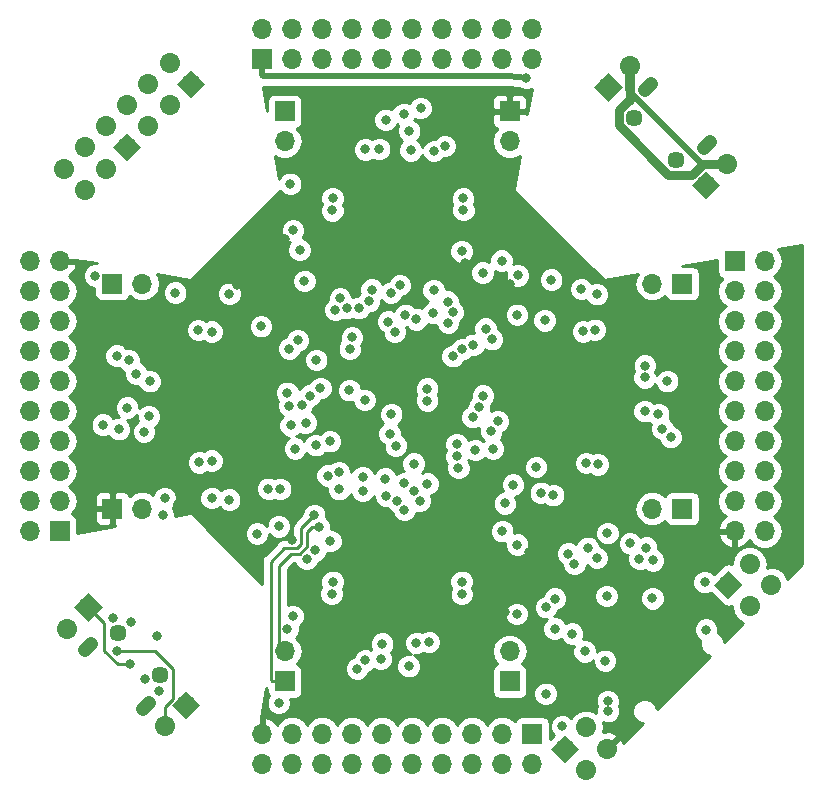
<source format=gbr>
G04 #@! TF.GenerationSoftware,KiCad,Pcbnew,5.0.2-bee76a0~70~ubuntu16.04.1*
G04 #@! TF.CreationDate,2019-08-08T02:08:13+03:00*
G04 #@! TF.ProjectId,FreeEEG32-alpha1.5,46726565-4545-4473-9332-2d616c706861,rev?*
G04 #@! TF.SameCoordinates,Original*
G04 #@! TF.FileFunction,Copper,L3,Inr*
G04 #@! TF.FilePolarity,Positive*
%FSLAX46Y46*%
G04 Gerber Fmt 4.6, Leading zero omitted, Abs format (unit mm)*
G04 Created by KiCad (PCBNEW 5.0.2-bee76a0~70~ubuntu16.04.1) date Чт 08 авг 2019 02:08:13*
%MOMM*%
%LPD*%
G01*
G04 APERTURE LIST*
G04 #@! TA.AperFunction,ViaPad*
%ADD10C,1.700000*%
G04 #@! TD*
G04 #@! TA.AperFunction,Conductor*
%ADD11C,1.700000*%
G04 #@! TD*
G04 #@! TA.AperFunction,Conductor*
%ADD12C,0.100000*%
G04 #@! TD*
G04 #@! TA.AperFunction,ViaPad*
%ADD13C,1.200000*%
G04 #@! TD*
G04 #@! TA.AperFunction,Conductor*
%ADD14C,1.200000*%
G04 #@! TD*
G04 #@! TA.AperFunction,ViaPad*
%ADD15C,1.450000*%
G04 #@! TD*
G04 #@! TA.AperFunction,ViaPad*
%ADD16R,1.700000X1.700000*%
G04 #@! TD*
G04 #@! TA.AperFunction,ViaPad*
%ADD17O,1.700000X1.700000*%
G04 #@! TD*
G04 #@! TA.AperFunction,ViaPad*
%ADD18C,0.800000*%
G04 #@! TD*
G04 #@! TA.AperFunction,Conductor*
%ADD19C,0.250000*%
G04 #@! TD*
G04 #@! TA.AperFunction,Conductor*
%ADD20C,0.500000*%
G04 #@! TD*
G04 #@! TA.AperFunction,Conductor*
%ADD21C,0.750000*%
G04 #@! TD*
G04 #@! TA.AperFunction,Conductor*
%ADD22C,0.254000*%
G04 #@! TD*
G04 APERTURE END LIST*
D10*
G04 #@! TO.N,ISO_SPI_11_IND*
G04 #@! TO.C,J57*
X-22860000Y24656051D03*
D11*
X-22860000Y24656051D02*
X-22860000Y24656051D01*
D10*
G04 #@! TO.N,ISO_SPI_12_OUTC*
X-21063948Y22860000D03*
D11*
X-21063948Y22860000D02*
X-21063948Y22860000D01*
D10*
G04 #@! TO.N,ISO_SPI_13_OUTB*
X-21063948Y26452102D03*
D11*
X-21063948Y26452102D02*
X-21063948Y26452102D01*
D10*
G04 #@! TO.N,ISO_SPI_14_OUTA*
X-19267897Y24656051D03*
D11*
X-19267897Y24656051D02*
X-19267897Y24656051D01*
D10*
G04 #@! TO.N,ISO_SPI_15_GND2*
X-19267897Y28248153D03*
D11*
X-19267897Y28248153D02*
X-19267897Y28248153D01*
D10*
G04 #@! TO.N,ISO_SPI_16_VCC2*
X-17471846Y26452102D03*
D12*
G36*
X-18673928Y26452102D02*
X-17471846Y27654184D01*
X-16269764Y26452102D01*
X-17471846Y25250020D01*
X-18673928Y26452102D01*
X-18673928Y26452102D01*
G37*
G04 #@! TD*
D10*
G04 #@! TO.N,MCU_25_NRST*
G04 #@! TO.C,J82*
X31641051Y-15983949D03*
D11*
X31641051Y-15983949D02*
X31641051Y-15983949D01*
D10*
G04 #@! TO.N,MCU_48_PB2_BOOT1*
X29845000Y-14187898D03*
D11*
X29845000Y-14187898D02*
X29845000Y-14187898D01*
D10*
G04 #@! TO.N,MCU_105_PA13_SYS_JTMS-SWDIO*
X29845000Y-17780000D03*
D11*
X29845000Y-17780000D02*
X29845000Y-17780000D01*
D10*
G04 #@! TO.N,MCU_109_PA14_SYS_JTCK-SWCLK*
X28048949Y-15983949D03*
D12*
G36*
X29251031Y-15983949D02*
X28048949Y-17186031D01*
X26846867Y-15983949D01*
X28048949Y-14781867D01*
X29251031Y-15983949D01*
X29251031Y-15983949D01*
G37*
G04 #@! TD*
D10*
G04 #@! TO.N,ISO_USB_2_GND1*
G04 #@! TO.C,J63*
X-19685000Y-27940000D03*
D11*
X-19685000Y-27940000D02*
X-19685000Y-27940000D01*
D10*
G04 #@! TO.N,ISO_USB_1_VBUS1*
X-17888949Y-26143949D03*
D12*
G36*
X-17888949Y-27346031D02*
X-19091031Y-26143949D01*
X-17888949Y-24941867D01*
X-16686867Y-26143949D01*
X-17888949Y-27346031D01*
X-17888949Y-27346031D01*
G37*
G04 #@! TD*
D10*
G04 #@! TO.N,ISO_USB_6_UD\2013*
G04 #@! TO.C,J64*
X-27940000Y-19685000D03*
D11*
X-27940000Y-19685000D02*
X-27940000Y-19685000D01*
D10*
G04 #@! TO.N,ISO_USB_7_UD+*
X-26143949Y-17888949D03*
D12*
G36*
X-26143949Y-19091031D02*
X-27346031Y-17888949D01*
X-26143949Y-16686867D01*
X-24941867Y-17888949D01*
X-26143949Y-19091031D01*
X-26143949Y-19091031D01*
G37*
G04 #@! TD*
D10*
G04 #@! TO.N,POWER_2_VCC*
G04 #@! TO.C,J62*
X26143949Y17888949D03*
D12*
G36*
X26143949Y19091031D02*
X27346031Y17888949D01*
X26143949Y16686867D01*
X24941867Y17888949D01*
X26143949Y19091031D01*
X26143949Y19091031D01*
G37*
D10*
G04 #@! TO.N,POWER_1_GND*
X27940000Y19685000D03*
D11*
X27940000Y19685000D02*
X27940000Y19685000D01*
G04 #@! TD*
D10*
G04 #@! TO.N,POWER_1_GND*
G04 #@! TO.C,J61*
X19685000Y27940000D03*
D11*
X19685000Y27940000D02*
X19685000Y27940000D01*
D10*
G04 #@! TO.N,POWER_2_VCC*
X17888949Y26143949D03*
D12*
G36*
X17888949Y27346031D02*
X19091031Y26143949D01*
X17888949Y24941867D01*
X16686867Y26143949D01*
X17888949Y27346031D01*
X17888949Y27346031D01*
G37*
G04 #@! TD*
D10*
G04 #@! TO.N,ISO_UART_15_GND2*
G04 #@! TO.C,J58*
X-28248154Y19267898D03*
D11*
X-28248154Y19267898D02*
X-28248154Y19267898D01*
D10*
G04 #@! TO.N,ISO_UART_16_VCC2*
X-26452102Y17471847D03*
D11*
X-26452102Y17471847D02*
X-26452102Y17471847D01*
D10*
G04 #@! TO.N,ISO_UART_13_OUTB*
X-26452102Y21063949D03*
D11*
X-26452102Y21063949D02*
X-26452102Y21063949D01*
D10*
G04 #@! TO.N,ISO_UART_14_OUTA*
X-24656051Y19267898D03*
D11*
X-24656051Y19267898D02*
X-24656051Y19267898D01*
D10*
G04 #@! TO.N,ISO_UART_11_IND*
X-24656051Y22860000D03*
D11*
X-24656051Y22860000D02*
X-24656051Y22860000D01*
D10*
G04 #@! TO.N,ISO_UART_12_INC*
X-22860000Y21063949D03*
D12*
G36*
X-24062082Y21063949D02*
X-22860000Y22266031D01*
X-21657918Y21063949D01*
X-22860000Y19861867D01*
X-24062082Y21063949D01*
X-24062082Y21063949D01*
G37*
G04 #@! TD*
D13*
G04 #@! TO.N,/USB_DATA/6_Shield*
G04 #@! TO.C,J51*
X-26209918Y-21260171D03*
D14*
X-26457405Y-21507658D02*
X-25962431Y-21012684D01*
D13*
X-21260171Y-26209918D03*
D14*
X-21012684Y-25962431D02*
X-21507658Y-26457405D01*
D15*
X-23593623Y-20058089D03*
X-20058089Y-23593623D03*
G04 #@! TD*
D13*
G04 #@! TO.N,/USB_POWER/6_Shield*
G04 #@! TO.C,J37*
X21260171Y26191174D03*
D14*
X21012684Y25943687D02*
X21507658Y26438661D01*
D13*
X26209918Y21241427D03*
D14*
X26457405Y21488914D02*
X25962431Y20993940D01*
D15*
X20058089Y23574879D03*
X23593623Y20039345D03*
G04 #@! TD*
D16*
G04 #@! TO.N,AINREF-*
G04 #@! TO.C,J53*
X28575000Y11430000D03*
D17*
G04 #@! TO.N,ADC1_57_VCM*
X31115000Y11430000D03*
G04 #@! TO.N,/ADC1/11_AIN3-*
X28575000Y8890000D03*
G04 #@! TO.N,/ADC1/12_AIN3+*
X31115000Y8890000D03*
G04 #@! TO.N,/ADC1/9_AIN2-*
X28575000Y6350000D03*
G04 #@! TO.N,/ADC1/10_AIN2+*
X31115000Y6350000D03*
G04 #@! TO.N,/ADC1/3_AIN1-*
X28575000Y3810000D03*
G04 #@! TO.N,/ADC1/4_AIN1+*
X31115000Y3810000D03*
G04 #@! TO.N,/ADC1/1_AIN0-*
X28575000Y1270000D03*
G04 #@! TO.N,/ADC1/2_AIN0+*
X31115000Y1270000D03*
G04 #@! TO.N,/ADC1/48_AIN4-*
X28575000Y-1270000D03*
G04 #@! TO.N,/ADC1/47_AIN4+*
X31115000Y-1270000D03*
G04 #@! TO.N,/ADC1/46_AIN5-*
X28575000Y-3810000D03*
G04 #@! TO.N,/ADC1/45_AIN5+*
X31115000Y-3810000D03*
G04 #@! TO.N,/ADC1/40_AIN6-*
X28575000Y-6350000D03*
G04 #@! TO.N,/ADC1/39_AIN6+*
X31115000Y-6350000D03*
G04 #@! TO.N,/ADC1/38_AIN7-*
X28575000Y-8890000D03*
G04 #@! TO.N,/ADC1/37_AIN7+*
X31115000Y-8890000D03*
G04 #@! TO.N,ACC_6_GND*
X28575000Y-11430000D03*
G04 #@! TO.N,ADC1_43_AVDD1B*
X31115000Y-11430000D03*
G04 #@! TD*
G04 #@! TO.N,ADC1_43_AVDD1B*
G04 #@! TO.C,J54*
X-11430000Y-31115000D03*
G04 #@! TO.N,ACC_6_GND*
X-11430000Y-28575000D03*
G04 #@! TO.N,/ADC2/37_AIN7+*
X-8890000Y-31115000D03*
G04 #@! TO.N,/ADC2/38_AIN7-*
X-8890000Y-28575000D03*
G04 #@! TO.N,/ADC2/39_AIN6+*
X-6350000Y-31115000D03*
G04 #@! TO.N,/ADC2/40_AIN6-*
X-6350000Y-28575000D03*
G04 #@! TO.N,/ADC2/45_AIN5+*
X-3810000Y-31115000D03*
G04 #@! TO.N,/ADC2/46_AIN5-*
X-3810000Y-28575000D03*
G04 #@! TO.N,/ADC2/47_AIN4+*
X-1270000Y-31115000D03*
G04 #@! TO.N,/ADC2/48_AIN4-*
X-1270000Y-28575000D03*
G04 #@! TO.N,/ADC2/2_AIN0+*
X1270000Y-31115000D03*
G04 #@! TO.N,/ADC2/1_AIN0-*
X1270000Y-28575000D03*
G04 #@! TO.N,/ADC2/4_AIN1+*
X3810000Y-31115000D03*
G04 #@! TO.N,/ADC2/3_AIN1-*
X3810000Y-28575000D03*
G04 #@! TO.N,/ADC2/10_AIN2+*
X6350000Y-31115000D03*
G04 #@! TO.N,/ADC2/9_AIN2-*
X6350000Y-28575000D03*
G04 #@! TO.N,/ADC2/12_AIN3+*
X8890000Y-31115000D03*
G04 #@! TO.N,/ADC2/11_AIN3-*
X8890000Y-28575000D03*
G04 #@! TO.N,ADC1_57_VCM*
X11430000Y-31115000D03*
D16*
G04 #@! TO.N,AINREF-*
X11430000Y-28575000D03*
G04 #@! TD*
G04 #@! TO.N,AINREF-*
G04 #@! TO.C,J55*
X-28575000Y-11430000D03*
D17*
G04 #@! TO.N,ADC1_57_VCM*
X-31115000Y-11430000D03*
G04 #@! TO.N,/ADC3/11_AIN3-*
X-28575000Y-8890000D03*
G04 #@! TO.N,/ADC3/12_AIN3+*
X-31115000Y-8890000D03*
G04 #@! TO.N,/ADC3/9_AIN2-*
X-28575000Y-6350000D03*
G04 #@! TO.N,/ADC3/10_AIN2+*
X-31115000Y-6350000D03*
G04 #@! TO.N,/ADC3/3_AIN1-*
X-28575000Y-3810000D03*
G04 #@! TO.N,/ADC3/4_AIN1+*
X-31115000Y-3810000D03*
G04 #@! TO.N,/ADC3/1_AIN0-*
X-28575000Y-1270000D03*
G04 #@! TO.N,/ADC3/2_AIN0+*
X-31115000Y-1270000D03*
G04 #@! TO.N,/ADC3/48_AIN4-*
X-28575000Y1270000D03*
G04 #@! TO.N,/ADC3/47_AIN4+*
X-31115000Y1270000D03*
G04 #@! TO.N,/ADC3/46_AIN5-*
X-28575000Y3810000D03*
G04 #@! TO.N,/ADC3/45_AIN5+*
X-31115000Y3810000D03*
G04 #@! TO.N,/ADC3/40_AIN6-*
X-28575000Y6350000D03*
G04 #@! TO.N,/ADC3/39_AIN6+*
X-31115000Y6350000D03*
G04 #@! TO.N,/ADC3/38_AIN7-*
X-28575000Y8890000D03*
G04 #@! TO.N,/ADC3/37_AIN7+*
X-31115000Y8890000D03*
G04 #@! TO.N,ACC_6_GND*
X-28575000Y11430000D03*
G04 #@! TO.N,ADC1_43_AVDD1B*
X-31115000Y11430000D03*
G04 #@! TD*
G04 #@! TO.N,ADC1_43_AVDD1B*
G04 #@! TO.C,J56*
X11430000Y31115000D03*
G04 #@! TO.N,ACC_6_GND*
X11430000Y28575000D03*
G04 #@! TO.N,/ADC4/37_AIN7+*
X8890000Y31115000D03*
G04 #@! TO.N,/ADC4/38_AIN7-*
X8890000Y28575000D03*
G04 #@! TO.N,/ADC4/39_AIN6+*
X6350000Y31115000D03*
G04 #@! TO.N,/ADC4/40_AIN6-*
X6350000Y28575000D03*
G04 #@! TO.N,/ADC4/45_AIN5+*
X3810000Y31115000D03*
G04 #@! TO.N,/ADC4/46_AIN5-*
X3810000Y28575000D03*
G04 #@! TO.N,/ADC4/47_AIN4+*
X1270000Y31115000D03*
G04 #@! TO.N,/ADC4/48_AIN4-*
X1270000Y28575000D03*
G04 #@! TO.N,ADC4_AIN0+*
X-1270000Y31115000D03*
G04 #@! TO.N,ADC4_AIN0-*
X-1270000Y28575000D03*
G04 #@! TO.N,ADC4_AIN1+*
X-3810000Y31115000D03*
G04 #@! TO.N,ADC4_AIN1-*
X-3810000Y28575000D03*
G04 #@! TO.N,ADC4_AIN2+*
X-6350000Y31115000D03*
G04 #@! TO.N,ADC4_AIN2-*
X-6350000Y28575000D03*
G04 #@! TO.N,ADC4_AIN3+*
X-8890000Y31115000D03*
G04 #@! TO.N,ADC4_AIN3-*
X-8890000Y28575000D03*
G04 #@! TO.N,ADC1_57_VCM*
X-11430000Y31115000D03*
D16*
G04 #@! TO.N,AINREF-*
X-11430000Y28575000D03*
G04 #@! TD*
D17*
G04 #@! TO.N,ADC1_34_SYNC_OUT*
G04 #@! TO.C,J65*
X21590000Y-9525000D03*
D16*
G04 #@! TO.N,ADC1_35_SYNC_IN*
X24130000Y-9525000D03*
G04 #@! TD*
D17*
G04 #@! TO.N,ADC1_14_MODE1_GPIO1*
G04 #@! TO.C,J69*
X21590000Y9525000D03*
D16*
G04 #@! TO.N,ADC1_13_MODE0_GPIO0*
X24130000Y9525000D03*
G04 #@! TD*
G04 #@! TO.N,ADC1_32_XTAL2_MCLK*
G04 #@! TO.C,J73*
X-24130000Y9525000D03*
D17*
G04 #@! TO.N,CRYSTAL_3_OUT*
X-21590000Y9525000D03*
G04 #@! TD*
D16*
G04 #@! TO.N,MCU_11_PF1_I2C2_SCL*
G04 #@! TO.C,J78*
X-9525000Y-24130000D03*
D17*
G04 #@! TO.N,MCU_10_PF0_I2C2_SDA*
X-9525000Y-21590000D03*
G04 #@! TD*
G04 #@! TO.N,ADC1_41_REF2+*
G04 #@! TO.C,J79*
X-21590000Y-9525000D03*
D16*
G04 #@! TO.N,ACC_6_GND*
X-24130000Y-9525000D03*
G04 #@! TD*
G04 #@! TO.N,CRYSTAL_4_Vin*
G04 #@! TO.C,J80*
X9525000Y-24130000D03*
D17*
G04 #@! TO.N,ADC1_24_IOVDD*
X9525000Y-21590000D03*
G04 #@! TD*
G04 #@! TO.N,AVDD_1_IN*
G04 #@! TO.C,J81*
X9525000Y21590000D03*
D16*
G04 #@! TO.N,ACC_6_GND*
X9525000Y24130000D03*
G04 #@! TD*
D10*
G04 #@! TO.N,MCU_138_BOOT0*
G04 #@! TO.C,J83*
X14187898Y-29845000D03*
D12*
G36*
X15389980Y-29845000D02*
X14187898Y-31047082D01*
X12985816Y-29845000D01*
X14187898Y-28642918D01*
X15389980Y-29845000D01*
X15389980Y-29845000D01*
G37*
D10*
G04 #@! TO.N,AVDD_1_IN*
X15983949Y-31641051D03*
D11*
X15983949Y-31641051D02*
X15983949Y-31641051D01*
D10*
G04 #@! TO.N,ACC_12_CS*
X15983949Y-28048949D03*
D11*
X15983949Y-28048949D02*
X15983949Y-28048949D01*
D10*
G04 #@! TO.N,ACC_6_GND*
X17780000Y-29845000D03*
D11*
X17780000Y-29845000D02*
X17780000Y-29845000D01*
G04 #@! TD*
D16*
G04 #@! TO.N,ACC_12_CS*
G04 #@! TO.C,J85*
X-9525000Y24130000D03*
D17*
G04 #@! TO.N,ADC1_43_AVDD1B*
X-9525000Y21590000D03*
G04 #@! TD*
D18*
G04 #@! TO.N,/ADC1/49_REF_OUT*
X23145648Y-3467570D03*
G04 #@! TO.N,/ADC1/51_AREG2CAP*
X22447055Y-2752049D03*
G04 #@! TO.N,/ADC1/59_AREG1CAP*
X20951758Y1586695D03*
G04 #@! TO.N,/ADC2/49_REF_OUT*
X-3391324Y-23076324D03*
G04 #@! TO.N,/ADC2/51_AREG2CAP*
X-2684216Y-22369216D03*
G04 #@! TO.N,/ADC2/59_AREG1CAP*
X1606504Y-20884463D03*
G04 #@! TO.N,/ADC3/49_REF_OUT*
X-23749000Y3429000D03*
G04 #@! TO.N,/ADC3/51_AREG2CAP*
X-22733000Y3025000D03*
G04 #@! TO.N,/ADC3/59_AREG1CAP*
X-21018823Y-1696852D03*
G04 #@! TO.N,/ADC4/49_REF_OUT*
X4017993Y21189345D03*
G04 #@! TO.N,/ADC4/51_AREG2CAP*
X3111499Y20767122D03*
G04 #@! TO.N,/ADC4/59_AREG1CAP*
X-1524000Y20929600D03*
G04 #@! TO.N,/MCU/23_PH0*
X-11860636Y-11634364D03*
G04 #@! TO.N,/MCU/24_PH1*
X-9899734Y-7867734D03*
G04 #@! TO.N,/MCU/9_PC15*
X-6942120Y-13040160D03*
X-10018690Y-11016559D03*
G04 #@! TO.N,/MCU/8_PC14*
X-7658400Y-13794540D03*
G04 #@! TO.N,ADC1_24_IOVDD*
X230253Y9405888D03*
X-20955000Y1270000D03*
X-1270000Y-20955000D03*
X20955000Y-1270000D03*
X-9291935Y283491D03*
X-43189Y-8857101D03*
X1145941Y20815600D03*
X1145941Y20815600D03*
X9113481Y-9078127D03*
X6936535Y-930138D03*
G04 #@! TO.N,ADC1_23_DREGCAP*
X7262981Y46821D03*
G04 #@! TO.N,ADC1_41_REF2+*
X5602986Y15756070D03*
X-5484535Y15732715D03*
X5461000Y-15715000D03*
X-5461000Y-15715000D03*
X15732712Y5484541D03*
X-15715000Y5461000D03*
X-15715000Y-5461000D03*
X547000Y23896905D03*
X15993871Y-5649322D03*
G04 #@! TO.N,ADC1_43_AVDD1B*
X5585977Y16755927D03*
X-5471102Y16747262D03*
X5477258Y-16744469D03*
X-5548875Y-16740316D03*
X16736815Y5624583D03*
X-16859571Y5605849D03*
X-16756128Y-5604881D03*
X-21440668Y-3024380D03*
X20961944Y2586645D03*
X-22098000Y1905000D03*
X-1397000Y-22225000D03*
X22098000Y-1524000D03*
X22860000Y1270000D03*
X-975000Y23405000D03*
X-22860000Y-975000D03*
X975000Y-22860000D03*
X13044473Y9869473D03*
X1997001Y24395002D03*
X-2692359Y20892581D03*
X1016215Y22457108D03*
X2705036Y-20814200D03*
X16986598Y-5769723D03*
G04 #@! TO.N,ADC2_23_DREGCAP*
X599946Y-9638757D03*
G04 #@! TO.N,ADC3_23_DREGCAP*
X-9144000Y-798999D03*
G04 #@! TO.N,ADC4_23_DREGCAP*
X-533952Y8760911D03*
G04 #@! TO.N,AVDD_1_IN*
X10160000Y-12573000D03*
X10214210Y10235592D03*
X13970000Y-27940000D03*
X17831900Y-26670000D03*
X17831900Y-25810098D03*
G04 #@! TO.N,ACC_6_GND*
X-15240000Y0D03*
X0Y15240000D03*
X15240000Y0D03*
X0Y-15240000D03*
X9525000Y9511028D03*
X-9525000Y13335000D03*
X23495000Y-21590000D03*
X9144000Y-18288000D03*
X2686149Y21868159D03*
X-1016000Y17399000D03*
X1120000Y-17145000D03*
X5752025Y11308282D03*
X12621847Y12607875D03*
X-1193800Y25400000D03*
X2667000Y17295000D03*
X11201400Y-13208000D03*
X-17399000Y-866000D03*
X-17480131Y2540000D03*
X17272000Y993000D03*
X17559266Y-2719125D03*
X-2390000Y-17680894D03*
X-12024908Y-5914500D03*
X-18560458Y-9093000D03*
X-8864877Y-12166877D03*
X18415000Y-23495000D03*
X-9398000Y11811000D03*
X508000Y2413000D03*
X-13550693Y9427001D03*
G04 #@! TO.N,ACC_12_CS*
X-8817892Y14042108D03*
X8890000Y-11430000D03*
X-5879000Y-6713931D03*
X21618291Y-17116709D03*
X17604054Y-22400946D03*
X9813492Y-7493000D03*
X-15710436Y-8625070D03*
X-14201527Y8667779D03*
X-7855001Y9760001D03*
X10151640Y6895553D03*
X4266177Y8006222D03*
X-8255000Y12374880D03*
G04 #@! TO.N,ISO_USB_2_GND1*
X-23721882Y-21556174D03*
G04 #@! TO.N,ISO_USB_3_VDD1*
X-20312380Y-20286980D03*
G04 #@! TO.N,ISO_USB_7_UD+*
X-22638184Y-22693871D03*
G04 #@! TO.N,ISO_USB_6_UD\2013*
X-21331501Y-23959753D03*
G04 #@! TO.N,ADC1_36_RESET*
X12163440Y-8181232D03*
G04 #@! TO.N,ADC1_34_SYNC_OUT*
X11763833Y-6000927D03*
G04 #@! TO.N,ADC1_33_START*
X13208000Y-8382000D03*
X17805981Y-11594000D03*
X16124347Y-12831653D03*
G04 #@! TO.N,ADC1_32_XTAL2_MCLK*
X5188206Y-6065011D03*
X616130Y-7376304D03*
X-18796000Y8763000D03*
G04 #@! TO.N,ADC1_30_DRDY*
X8117064Y-4434064D03*
X8001000Y4826000D03*
G04 #@! TO.N,ACC_6_GND*
X7466105Y-10054834D03*
G04 #@! TO.N,ADC1_30_DRDY*
X-6854020Y3074930D03*
G04 #@! TO.N,ADC1_29_DCLK*
X6393030Y-1778000D03*
X6393030Y-1778000D03*
G04 #@! TO.N,ADC1_28_DOUT0*
X7959011Y-2958000D03*
G04 #@! TO.N,ADC1_27_DOUT1*
X8521393Y-2131121D03*
G04 #@! TO.N,ADC1_21_DCLK0_SDO*
X6620849Y-4555151D03*
G04 #@! TO.N,ADC1_20_DCLK1_SDI*
X5043000Y-5075609D03*
G04 #@! TO.N,ADC1_19_DCLK2_SCLK*
X5043000Y-4075606D03*
G04 #@! TO.N,ADC1_18_ALERT_CS*
X7482767Y5715000D03*
G04 #@! TO.N,ADC2_36_RESET*
X-4920263Y-6429633D03*
G04 #@! TO.N,ADC2_33_START*
X-4904000Y-7871520D03*
G04 #@! TO.N,ADC2_30_DRDY*
X-2920999Y-8036728D03*
G04 #@! TO.N,ADC2_29_DCLK*
X-2920999Y-6832400D03*
G04 #@! TO.N,ADC2_28_DOUT0*
X-1016000Y-6985000D03*
G04 #@! TO.N,ADC2_27_DOUT1*
X-949739Y-8435001D03*
G04 #@! TO.N,ADC2_21_DCLK0_SDO*
X1397000Y-8001000D03*
G04 #@! TO.N,ADC2_20_DCLK1_SDI*
X1927248Y-8867752D03*
G04 #@! TO.N,ADC2_19_DCLK2_SCLK*
X2563058Y-7403000D03*
G04 #@! TO.N,ADC2_18_ALERT_CS*
X1397000Y-5715000D03*
G04 #@! TO.N,ADC3_36_RESET*
X-11532436Y5925010D03*
G04 #@! TO.N,ADC3_33_START*
X-9131570Y4037795D03*
G04 #@! TO.N,ADC3_30_DRDY*
X-8649964Y-4427995D03*
G04 #@! TO.N,ADC3_29_DCLK*
X-5715000Y-3810000D03*
G04 #@! TO.N,ADC3_28_DOUT0*
X-6902565Y-4149011D03*
G04 #@! TO.N,ADC3_27_DOUT1*
X-8091000Y-740854D03*
X-108870Y-4191000D03*
X-508000Y-1524000D03*
G04 #@! TO.N,ADC3_21_DCLK0_SDO*
X-7747000Y-2249000D03*
G04 #@! TO.N,ADC3_20_DCLK1_SDI*
X-9017000Y-2475000D03*
G04 #@! TO.N,ADC3_19_DCLK2_SCLK*
X-7414488Y52842D03*
G04 #@! TO.N,ADC3_18_ALERT_CS*
X-6490011Y682837D03*
G04 #@! TO.N,ADC4_36_RESET*
X4313236Y6212651D03*
G04 #@! TO.N,ADC4_33_START*
X4731397Y7121026D03*
G04 #@! TO.N,ADC4_30_DRDY*
X3091029Y8958757D03*
X-4834775Y8273220D03*
G04 #@! TO.N,ADC4_29_DCLK*
X-5241819Y7329614D03*
X3076486Y7074209D03*
G04 #@! TO.N,ADC4_28_DOUT0*
X1626250Y6508295D03*
G04 #@! TO.N,ADC4_27_DOUT1*
X703436Y6893544D03*
G04 #@! TO.N,ADC4_21_DCLK0_SDO*
X-2159000Y9017000D03*
G04 #@! TO.N,ADC4_20_DCLK1_SDI*
X-2380199Y8041771D03*
G04 #@! TO.N,ADC4_19_DCLK2_SCLK*
X-3250582Y7456000D03*
G04 #@! TO.N,ADC4_18_ALERT_CS*
X-4250567Y7461614D03*
G04 #@! TO.N,MCU_138_BOOT0*
X15875000Y-21601770D03*
G04 #@! TO.N,ISO_USB_10_DD+*
X2540000Y635000D03*
X-4064000Y508000D03*
X-14224000Y-8763000D03*
X7239000Y10464800D03*
G04 #@! TO.N,ISO_USB_11_DD\2013*
X8841160Y11478840D03*
X-2735585Y-316121D03*
X2540000Y-365003D03*
X-10900574Y-7843269D03*
G04 #@! TO.N,MCU_25_NRST*
X26153812Y-19752918D03*
G04 #@! TO.N,ACC_9_INT2*
X10133952Y-18429421D03*
G04 #@! TO.N,ACC_4_INT1*
X13335000Y-19685000D03*
G04 #@! TO.N,ACC_13_SCL*
X13335000Y-17145000D03*
G04 #@! TO.N,ACC_14_SDA*
X12627892Y-17870000D03*
G04 #@! TO.N,ACC_12_CS*
X17734003Y-16911597D03*
G04 #@! TO.N,ISO_UART_3_INA*
X-4011670Y3991520D03*
G04 #@! TO.N,ISO_UART_4_INB*
X-744631Y6320157D03*
G04 #@! TO.N,ISO_UART_6_OUTD*
X-203134Y5447557D03*
G04 #@! TO.N,POWER_1_GND*
X19685000Y25020960D03*
G04 #@! TO.N,ISO_UART_5_OUTC*
X-3819965Y4972974D03*
G04 #@! TO.N,Net-(R99-Pad1)*
X-20134580Y-24960580D03*
X-22506973Y-19136720D03*
G04 #@! TO.N,Net-(R100-Pad1)*
X-24056340Y-18811240D03*
G04 #@! TO.N,AINREF-*
X-25580002Y10209003D03*
X-10019820Y-25973881D03*
X10903920Y26962300D03*
G04 #@! TO.N,ADC1_13_MODE0_GPIO0*
X-9055400Y17983400D03*
X15576583Y9075078D03*
X-19685000Y-8625070D03*
X-24924010Y-2413000D03*
X-8825688Y-18615618D03*
X12576291Y-25192571D03*
G04 #@! TO.N,ADC1_35_SYNC_IN*
X5461000Y12265000D03*
X-8413966Y4734249D03*
X-5654273Y-12265000D03*
G04 #@! TO.N,ACC_1_SDO_SAO*
X14808200Y-20091400D03*
G04 #@! TO.N,MCU_112_PC11_SDMMC1_D3*
X16891000Y-13695998D03*
X19705990Y-12446000D03*
G04 #@! TO.N,MCU_111_PC10_SDMMC1_D2*
X14999627Y-14210373D03*
X21082000Y-12827000D03*
G04 #@! TO.N,MCU_105_PA13_SYS_JTMS-SWDIO*
X16891000Y8636000D03*
X12483113Y6425052D03*
G04 #@! TO.N,MCU_99_PC9_SDMMC1_D1*
X21663511Y-13896489D03*
X4699000Y3392000D03*
G04 #@! TO.N,MCU_98_PC8_SDMMC1_D0*
X20515858Y-13774142D03*
X5512375Y3973744D03*
G04 #@! TO.N,MCU_97_PC7_SDMMC1_DETECT*
X6437306Y4353882D03*
X14478000Y-13335000D03*
G04 #@! TO.N,MCU_48_PB2_BOOT1*
X-23585001Y-2794000D03*
X-9300729Y-19685000D03*
X26035000Y-15748000D03*
X-19846816Y-10054244D03*
G04 #@! TO.N,MCU_11_PF1_I2C2_SCL*
X-7021855Y-10054776D03*
G04 #@! TO.N,MCU_10_PF0_I2C2_SDA*
X-6600312Y-11112732D03*
G04 #@! TO.N,CRYSTAL_4_Vin*
X-635000Y-3175000D03*
G04 #@! TD*
D19*
G04 #@! TO.N,ISO_USB_2_GND1*
X-19685000Y-26737919D02*
X-19685000Y-27940000D01*
X-19685000Y-26278282D02*
X-19685000Y-26737919D01*
X-19008088Y-23089622D02*
X-19008088Y-25601370D01*
X-20541536Y-21556174D02*
X-19008088Y-23089622D01*
X-19008088Y-25601370D02*
X-19685000Y-26278282D01*
X-23721882Y-21556174D02*
X-20541536Y-21556174D01*
G04 #@! TO.N,ISO_USB_7_UD+*
X-22638184Y-22693871D02*
X-23657187Y-22693871D01*
X-26143949Y-17888949D02*
X-24798020Y-19234878D01*
X-24798020Y-21553038D02*
X-23657187Y-22693871D01*
X-24798020Y-19234878D02*
X-24798020Y-21553038D01*
D20*
G04 #@! TO.N,POWER_1_GND*
X26628970Y19576051D02*
X27831051Y19576051D01*
X25895380Y19576051D02*
X26628970Y19576051D01*
X19576051Y25895380D02*
X25895380Y19576051D01*
X19576051Y27831051D02*
X19576051Y25895380D01*
D21*
X25924730Y19685000D02*
X26737919Y19685000D01*
X24979074Y18739344D02*
X25924730Y19685000D01*
X22969622Y18739344D02*
X24979074Y18739344D01*
X18758088Y22950878D02*
X22969622Y18739344D01*
X26737919Y19685000D02*
X27940000Y19685000D01*
X18758088Y24198880D02*
X18758088Y22950878D01*
X19685000Y25125792D02*
X18758088Y24198880D01*
X19685000Y27940000D02*
X19685000Y25125792D01*
D20*
G04 #@! TO.N,AINREF-*
X-11430000Y27225000D02*
X-11430000Y28575000D01*
X-11301920Y27096920D02*
X-11430000Y27225000D01*
X9494220Y27096920D02*
X-11301920Y27096920D01*
X10903920Y26962300D02*
X9494220Y27096920D01*
D19*
G04 #@! TO.N,MCU_11_PF1_I2C2_SCL*
X-10700001Y-14002001D02*
X-10700001Y-24054999D01*
X-9589878Y-12891878D02*
X-10700001Y-14002001D01*
X-7021855Y-10054776D02*
X-8139876Y-11172797D01*
X-8139876Y-11172797D02*
X-8139876Y-12514878D01*
X-10625000Y-24130000D02*
X-9525000Y-24130000D01*
X-8516876Y-12891878D02*
X-9589878Y-12891878D01*
X-10700001Y-24054999D02*
X-10625000Y-24130000D01*
X-8139876Y-12514878D02*
X-8516876Y-12891878D01*
G04 #@! TO.N,MCU_10_PF0_I2C2_SDA*
X-10025729Y-14343729D02*
X-10025729Y-21089271D01*
X-9023888Y-13341888D02*
X-10025729Y-14343729D01*
X-10025729Y-21089271D02*
X-9525000Y-21590000D01*
X-6600312Y-11112732D02*
X-7245598Y-11112732D01*
X-7620000Y-11487134D02*
X-7620000Y-12698105D01*
X-8263783Y-13341888D02*
X-9023888Y-13341888D01*
X-7245598Y-11112732D02*
X-7620000Y-11487134D01*
X-7620000Y-12698105D02*
X-8263783Y-13341888D01*
G04 #@! TD*
D22*
G04 #@! TO.N,ACC_6_GND*
G36*
X10268561Y26133948D02*
X10317640Y26084869D01*
X10698046Y25927300D01*
X11109794Y25927300D01*
X11386879Y26042072D01*
X10998838Y23855412D01*
X10851250Y24003000D01*
X9652000Y24003000D01*
X9652000Y23983000D01*
X9398000Y23983000D01*
X9398000Y24003000D01*
X8198750Y24003000D01*
X8040000Y23844250D01*
X8040000Y23153690D01*
X8136673Y22920301D01*
X8315302Y22741673D01*
X8476033Y22675096D01*
X8454375Y22660625D01*
X8126161Y22169418D01*
X8010908Y21590000D01*
X8126161Y21010582D01*
X8454375Y20519375D01*
X8945582Y20191161D01*
X9378744Y20105000D01*
X9671256Y20105000D01*
X10104418Y20191161D01*
X10381432Y20376256D01*
X9874954Y17522191D01*
X9875980Y17472648D01*
X9910197Y17410197D01*
X17410197Y9910197D01*
X17451399Y9882667D01*
X17521774Y9874881D01*
X20368852Y10370351D01*
X20191161Y10104418D01*
X20075908Y9525000D01*
X20191161Y8945582D01*
X20519375Y8454375D01*
X21010582Y8126161D01*
X21443744Y8040000D01*
X21736256Y8040000D01*
X22169418Y8126161D01*
X22660625Y8454375D01*
X22672816Y8472619D01*
X22681843Y8427235D01*
X22822191Y8217191D01*
X23032235Y8076843D01*
X23280000Y8027560D01*
X24980000Y8027560D01*
X25227765Y8076843D01*
X25437809Y8217191D01*
X25578157Y8427235D01*
X25627440Y8675000D01*
X25627440Y10375000D01*
X25578157Y10622765D01*
X25437809Y10832809D01*
X25227765Y10973157D01*
X24980000Y11022440D01*
X24115895Y11022440D01*
X27077560Y11537852D01*
X27077560Y10580000D01*
X27126843Y10332235D01*
X27267191Y10122191D01*
X27477235Y9981843D01*
X27522619Y9972816D01*
X27504375Y9960625D01*
X27176161Y9469418D01*
X27060908Y8890000D01*
X27176161Y8310582D01*
X27504375Y7819375D01*
X27802761Y7620000D01*
X27504375Y7420625D01*
X27176161Y6929418D01*
X27060908Y6350000D01*
X27176161Y5770582D01*
X27504375Y5279375D01*
X27802761Y5080000D01*
X27504375Y4880625D01*
X27176161Y4389418D01*
X27060908Y3810000D01*
X27176161Y3230582D01*
X27504375Y2739375D01*
X27802761Y2540000D01*
X27504375Y2340625D01*
X27176161Y1849418D01*
X27060908Y1270000D01*
X27176161Y690582D01*
X27504375Y199375D01*
X27802761Y0D01*
X27504375Y-199375D01*
X27176161Y-690582D01*
X27060908Y-1270000D01*
X27176161Y-1849418D01*
X27504375Y-2340625D01*
X27802761Y-2540000D01*
X27504375Y-2739375D01*
X27176161Y-3230582D01*
X27060908Y-3810000D01*
X27176161Y-4389418D01*
X27504375Y-4880625D01*
X27802761Y-5080000D01*
X27504375Y-5279375D01*
X27176161Y-5770582D01*
X27060908Y-6350000D01*
X27176161Y-6929418D01*
X27504375Y-7420625D01*
X27802761Y-7620000D01*
X27504375Y-7819375D01*
X27176161Y-8310582D01*
X27060908Y-8890000D01*
X27176161Y-9469418D01*
X27504375Y-9960625D01*
X27823478Y-10173843D01*
X27693642Y-10234817D01*
X27303355Y-10663076D01*
X27133524Y-11073110D01*
X27254845Y-11303000D01*
X28448000Y-11303000D01*
X28448000Y-11283000D01*
X28702000Y-11283000D01*
X28702000Y-11303000D01*
X28722000Y-11303000D01*
X28722000Y-11557000D01*
X28702000Y-11557000D01*
X28702000Y-12750819D01*
X28931892Y-12871486D01*
X29456358Y-12625183D01*
X29843647Y-12200214D01*
X30044375Y-12500625D01*
X30535582Y-12828839D01*
X30968744Y-12915000D01*
X31261256Y-12915000D01*
X31694418Y-12828839D01*
X32185625Y-12500625D01*
X32513839Y-12009418D01*
X32629092Y-11430000D01*
X32513839Y-10850582D01*
X32185625Y-10359375D01*
X31887239Y-10160000D01*
X32185625Y-9960625D01*
X32513839Y-9469418D01*
X32629092Y-8890000D01*
X32513839Y-8310582D01*
X32185625Y-7819375D01*
X31887239Y-7620000D01*
X32185625Y-7420625D01*
X32513839Y-6929418D01*
X32629092Y-6350000D01*
X32513839Y-5770582D01*
X32185625Y-5279375D01*
X31887239Y-5080000D01*
X32185625Y-4880625D01*
X32513839Y-4389418D01*
X32629092Y-3810000D01*
X32513839Y-3230582D01*
X32185625Y-2739375D01*
X31887239Y-2540000D01*
X32185625Y-2340625D01*
X32513839Y-1849418D01*
X32629092Y-1270000D01*
X32513839Y-690582D01*
X32185625Y-199375D01*
X31887239Y0D01*
X32185625Y199375D01*
X32513839Y690582D01*
X32629092Y1270000D01*
X32513839Y1849418D01*
X32185625Y2340625D01*
X31887239Y2540000D01*
X32185625Y2739375D01*
X32513839Y3230582D01*
X32629092Y3810000D01*
X32513839Y4389418D01*
X32185625Y4880625D01*
X31887239Y5080000D01*
X32185625Y5279375D01*
X32513839Y5770582D01*
X32629092Y6350000D01*
X32513839Y6929418D01*
X32185625Y7420625D01*
X31887239Y7620000D01*
X32185625Y7819375D01*
X32513839Y8310582D01*
X32629092Y8890000D01*
X32513839Y9469418D01*
X32185625Y9960625D01*
X31887239Y10160000D01*
X32185625Y10359375D01*
X32513839Y10850582D01*
X32629092Y11430000D01*
X32513839Y12009418D01*
X32229817Y12434487D01*
X34290001Y12793015D01*
X34290000Y-14205909D01*
X33048432Y-15447477D01*
X33039890Y-15404531D01*
X32711676Y-14913324D01*
X32220469Y-14585110D01*
X31787307Y-14498949D01*
X31494795Y-14498949D01*
X31289081Y-14539868D01*
X31359092Y-14187898D01*
X31243839Y-13608480D01*
X30915625Y-13117273D01*
X30424418Y-12789059D01*
X29991256Y-12702898D01*
X29698744Y-12702898D01*
X29265582Y-12789059D01*
X28774375Y-13117273D01*
X28446161Y-13608480D01*
X28330908Y-14187898D01*
X28335189Y-14209418D01*
X28296714Y-14183710D01*
X28048949Y-14134427D01*
X27801184Y-14183710D01*
X27591140Y-14324058D01*
X26832955Y-15082244D01*
X26621280Y-14870569D01*
X26240874Y-14713000D01*
X25829126Y-14713000D01*
X25448720Y-14870569D01*
X25157569Y-15161720D01*
X25000000Y-15542126D01*
X25000000Y-15953874D01*
X25157569Y-16334280D01*
X25448720Y-16625431D01*
X25829126Y-16783000D01*
X26240874Y-16783000D01*
X26586951Y-16639651D01*
X27591140Y-17643840D01*
X27801184Y-17784188D01*
X28048949Y-17833471D01*
X28296714Y-17784188D01*
X28335189Y-17758480D01*
X28330908Y-17780000D01*
X28446161Y-18359418D01*
X28774375Y-18850625D01*
X29265582Y-19178839D01*
X29308528Y-19187381D01*
X27705000Y-20790909D01*
X27705000Y-20749126D01*
X27547431Y-20368720D01*
X27256280Y-20077569D01*
X27156698Y-20036321D01*
X27188812Y-19958792D01*
X27188812Y-19547044D01*
X27031243Y-19166638D01*
X26740092Y-18875487D01*
X26359686Y-18717918D01*
X25947938Y-18717918D01*
X25567532Y-18875487D01*
X25276381Y-19166638D01*
X25118812Y-19547044D01*
X25118812Y-19958792D01*
X25276381Y-20339198D01*
X25567532Y-20630349D01*
X25667114Y-20671597D01*
X25635000Y-20749126D01*
X25635000Y-21160874D01*
X25792569Y-21541280D01*
X26083720Y-21832431D01*
X26464126Y-21990000D01*
X26505909Y-21990000D01*
X21990000Y-26505910D01*
X21990000Y-26464126D01*
X21832431Y-26083720D01*
X21541280Y-25792569D01*
X21160874Y-25635000D01*
X20749126Y-25635000D01*
X20368720Y-25792569D01*
X20077569Y-26083720D01*
X19920000Y-26464126D01*
X19920000Y-26875874D01*
X20077569Y-27256280D01*
X20368720Y-27547431D01*
X20749126Y-27705000D01*
X20790910Y-27705000D01*
X19148753Y-29347156D01*
X19051645Y-29078076D01*
X18803763Y-29000842D01*
X17959605Y-29845000D01*
X17973748Y-29859143D01*
X17794143Y-30038748D01*
X17780000Y-30024605D01*
X17765858Y-30038748D01*
X17586253Y-29859143D01*
X17600395Y-29845000D01*
X17586253Y-29830858D01*
X17765858Y-29651253D01*
X17780000Y-29665395D01*
X18624158Y-28821237D01*
X18546924Y-28573355D01*
X18001908Y-28376664D01*
X17427555Y-28403308D01*
X17498041Y-28048949D01*
X17411991Y-27616344D01*
X17626026Y-27705000D01*
X18037774Y-27705000D01*
X18418180Y-27547431D01*
X18709331Y-27256280D01*
X18866900Y-26875874D01*
X18866900Y-26464126D01*
X18774084Y-26240049D01*
X18866900Y-26015972D01*
X18866900Y-25604224D01*
X18709331Y-25223818D01*
X18418180Y-24932667D01*
X18037774Y-24775098D01*
X17626026Y-24775098D01*
X17245620Y-24932667D01*
X16954469Y-25223818D01*
X16796900Y-25604224D01*
X16796900Y-26015972D01*
X16889716Y-26240049D01*
X16796900Y-26464126D01*
X16796900Y-26806152D01*
X16563367Y-26650110D01*
X16130205Y-26563949D01*
X15837693Y-26563949D01*
X15404531Y-26650110D01*
X14913324Y-26978324D01*
X14736568Y-27242857D01*
X14556280Y-27062569D01*
X14175874Y-26905000D01*
X13764126Y-26905000D01*
X13383720Y-27062569D01*
X13092569Y-27353720D01*
X12935000Y-27734126D01*
X12935000Y-28145874D01*
X13092569Y-28526280D01*
X13240744Y-28674455D01*
X12927440Y-28987758D01*
X12927440Y-27725000D01*
X12878157Y-27477235D01*
X12737809Y-27267191D01*
X12527765Y-27126843D01*
X12280000Y-27077560D01*
X10580000Y-27077560D01*
X10332235Y-27126843D01*
X10122191Y-27267191D01*
X9981843Y-27477235D01*
X9972816Y-27522619D01*
X9960625Y-27504375D01*
X9469418Y-27176161D01*
X9036256Y-27090000D01*
X8743744Y-27090000D01*
X8310582Y-27176161D01*
X7819375Y-27504375D01*
X7620000Y-27802761D01*
X7420625Y-27504375D01*
X6929418Y-27176161D01*
X6496256Y-27090000D01*
X6203744Y-27090000D01*
X5770582Y-27176161D01*
X5279375Y-27504375D01*
X5080000Y-27802761D01*
X4880625Y-27504375D01*
X4389418Y-27176161D01*
X3956256Y-27090000D01*
X3663744Y-27090000D01*
X3230582Y-27176161D01*
X2739375Y-27504375D01*
X2540000Y-27802761D01*
X2340625Y-27504375D01*
X1849418Y-27176161D01*
X1416256Y-27090000D01*
X1123744Y-27090000D01*
X690582Y-27176161D01*
X199375Y-27504375D01*
X0Y-27802761D01*
X-199375Y-27504375D01*
X-690582Y-27176161D01*
X-1123744Y-27090000D01*
X-1416256Y-27090000D01*
X-1849418Y-27176161D01*
X-2340625Y-27504375D01*
X-2540000Y-27802761D01*
X-2739375Y-27504375D01*
X-3230582Y-27176161D01*
X-3663744Y-27090000D01*
X-3956256Y-27090000D01*
X-4389418Y-27176161D01*
X-4880625Y-27504375D01*
X-5080000Y-27802761D01*
X-5279375Y-27504375D01*
X-5770582Y-27176161D01*
X-6203744Y-27090000D01*
X-6496256Y-27090000D01*
X-6929418Y-27176161D01*
X-7420625Y-27504375D01*
X-7620000Y-27802761D01*
X-7819375Y-27504375D01*
X-8310582Y-27176161D01*
X-8743744Y-27090000D01*
X-9036256Y-27090000D01*
X-9469418Y-27176161D01*
X-9960625Y-27504375D01*
X-10173843Y-27823478D01*
X-10234817Y-27693642D01*
X-10663076Y-27303355D01*
X-11073110Y-27133524D01*
X-11303000Y-27254845D01*
X-11303000Y-28448000D01*
X-11283000Y-28448000D01*
X-11283000Y-28702000D01*
X-11303000Y-28702000D01*
X-11303000Y-28722000D01*
X-11557000Y-28722000D01*
X-11557000Y-28702000D01*
X-11577000Y-28702000D01*
X-11577000Y-28448000D01*
X-11557000Y-28448000D01*
X-11557000Y-27254845D01*
X-11568707Y-27248667D01*
X-11126450Y-24708985D01*
X-11022440Y-24778483D01*
X-11022440Y-24980000D01*
X-10973157Y-25227765D01*
X-10878732Y-25369082D01*
X-10897251Y-25387601D01*
X-11054820Y-25768007D01*
X-11054820Y-26179755D01*
X-10897251Y-26560161D01*
X-10606100Y-26851312D01*
X-10225694Y-27008881D01*
X-9813946Y-27008881D01*
X-9433540Y-26851312D01*
X-9142389Y-26560161D01*
X-8984820Y-26179755D01*
X-8984820Y-25768007D01*
X-9043045Y-25627440D01*
X-8675000Y-25627440D01*
X-8427235Y-25578157D01*
X-8217191Y-25437809D01*
X-8076843Y-25227765D01*
X-8027560Y-24980000D01*
X-8027560Y-23280000D01*
X-8076843Y-23032235D01*
X-8184945Y-22870450D01*
X-4426324Y-22870450D01*
X-4426324Y-23282198D01*
X-4268755Y-23662604D01*
X-3977604Y-23953755D01*
X-3597198Y-24111324D01*
X-3185450Y-24111324D01*
X-2805044Y-23953755D01*
X-2513893Y-23662604D01*
X-2392062Y-23368478D01*
X-2097936Y-23246647D01*
X-1962378Y-23111089D01*
X-1602874Y-23260000D01*
X-1191126Y-23260000D01*
X-810720Y-23102431D01*
X-519569Y-22811280D01*
X-454474Y-22654126D01*
X-60000Y-22654126D01*
X-60000Y-23065874D01*
X97569Y-23446280D01*
X388720Y-23737431D01*
X769126Y-23895000D01*
X1180874Y-23895000D01*
X1561280Y-23737431D01*
X1852431Y-23446280D01*
X2010000Y-23065874D01*
X2010000Y-22654126D01*
X1852431Y-22273720D01*
X1561280Y-21982569D01*
X1408928Y-21919463D01*
X1812378Y-21919463D01*
X2192784Y-21761894D01*
X2220785Y-21733893D01*
X2499162Y-21849200D01*
X2910910Y-21849200D01*
X3291316Y-21691631D01*
X3392947Y-21590000D01*
X8010908Y-21590000D01*
X8126161Y-22169418D01*
X8454375Y-22660625D01*
X8472619Y-22672816D01*
X8427235Y-22681843D01*
X8217191Y-22822191D01*
X8076843Y-23032235D01*
X8027560Y-23280000D01*
X8027560Y-24980000D01*
X8076843Y-25227765D01*
X8217191Y-25437809D01*
X8427235Y-25578157D01*
X8675000Y-25627440D01*
X10375000Y-25627440D01*
X10622765Y-25578157D01*
X10832809Y-25437809D01*
X10973157Y-25227765D01*
X11021107Y-24986697D01*
X11541291Y-24986697D01*
X11541291Y-25398445D01*
X11698860Y-25778851D01*
X11990011Y-26070002D01*
X12370417Y-26227571D01*
X12782165Y-26227571D01*
X13162571Y-26070002D01*
X13453722Y-25778851D01*
X13611291Y-25398445D01*
X13611291Y-24986697D01*
X13453722Y-24606291D01*
X13162571Y-24315140D01*
X12782165Y-24157571D01*
X12370417Y-24157571D01*
X11990011Y-24315140D01*
X11698860Y-24606291D01*
X11541291Y-24986697D01*
X11021107Y-24986697D01*
X11022440Y-24980000D01*
X11022440Y-23280000D01*
X10973157Y-23032235D01*
X10832809Y-22822191D01*
X10622765Y-22681843D01*
X10577381Y-22672816D01*
X10595625Y-22660625D01*
X10923839Y-22169418D01*
X11039092Y-21590000D01*
X10923839Y-21010582D01*
X10595625Y-20519375D01*
X10104418Y-20191161D01*
X9671256Y-20105000D01*
X9378744Y-20105000D01*
X8945582Y-20191161D01*
X8454375Y-20519375D01*
X8126161Y-21010582D01*
X8010908Y-21590000D01*
X3392947Y-21590000D01*
X3582467Y-21400480D01*
X3740036Y-21020074D01*
X3740036Y-20608326D01*
X3582467Y-20227920D01*
X3291316Y-19936769D01*
X2910910Y-19779200D01*
X2499162Y-19779200D01*
X2118756Y-19936769D01*
X2090755Y-19964770D01*
X1812378Y-19849463D01*
X1400630Y-19849463D01*
X1020224Y-20007032D01*
X729073Y-20298183D01*
X571504Y-20678589D01*
X571504Y-21090337D01*
X729073Y-21470743D01*
X1020224Y-21761894D01*
X1172576Y-21825000D01*
X769126Y-21825000D01*
X388720Y-21982569D01*
X97569Y-22273720D01*
X-60000Y-22654126D01*
X-454474Y-22654126D01*
X-362000Y-22430874D01*
X-362000Y-22019126D01*
X-510911Y-21659622D01*
X-392569Y-21541280D01*
X-235000Y-21160874D01*
X-235000Y-20749126D01*
X-392569Y-20368720D01*
X-683720Y-20077569D01*
X-1064126Y-19920000D01*
X-1475874Y-19920000D01*
X-1856280Y-20077569D01*
X-2147431Y-20368720D01*
X-2305000Y-20749126D01*
X-2305000Y-21160874D01*
X-2182429Y-21456787D01*
X-2478342Y-21334216D01*
X-2890090Y-21334216D01*
X-3270496Y-21491785D01*
X-3561647Y-21782936D01*
X-3683478Y-22077062D01*
X-3977604Y-22198893D01*
X-4268755Y-22490044D01*
X-4426324Y-22870450D01*
X-8184945Y-22870450D01*
X-8217191Y-22822191D01*
X-8427235Y-22681843D01*
X-8472619Y-22672816D01*
X-8454375Y-22660625D01*
X-8126161Y-22169418D01*
X-8010908Y-21590000D01*
X-8126161Y-21010582D01*
X-8454375Y-20519375D01*
X-8584468Y-20432450D01*
X-8423298Y-20271280D01*
X-8265729Y-19890874D01*
X-8265729Y-19503951D01*
X-8239408Y-19493049D01*
X-7948257Y-19201898D01*
X-7790688Y-18821492D01*
X-7790688Y-18409744D01*
X-7867813Y-18223547D01*
X9098952Y-18223547D01*
X9098952Y-18635295D01*
X9256521Y-19015701D01*
X9547672Y-19306852D01*
X9928078Y-19464421D01*
X10339826Y-19464421D01*
X10720232Y-19306852D01*
X11011383Y-19015701D01*
X11168952Y-18635295D01*
X11168952Y-18223547D01*
X11011383Y-17843141D01*
X10832368Y-17664126D01*
X11592892Y-17664126D01*
X11592892Y-18075874D01*
X11750461Y-18456280D01*
X12041612Y-18747431D01*
X12422018Y-18905000D01*
X12651289Y-18905000D01*
X12457569Y-19098720D01*
X12300000Y-19479126D01*
X12300000Y-19890874D01*
X12457569Y-20271280D01*
X12748720Y-20562431D01*
X13129126Y-20720000D01*
X13540874Y-20720000D01*
X13888633Y-20575954D01*
X13930769Y-20677680D01*
X14221920Y-20968831D01*
X14602326Y-21126400D01*
X14951629Y-21126400D01*
X14840000Y-21395896D01*
X14840000Y-21807644D01*
X14997569Y-22188050D01*
X15288720Y-22479201D01*
X15669126Y-22636770D01*
X16080874Y-22636770D01*
X16461280Y-22479201D01*
X16569054Y-22371427D01*
X16569054Y-22606820D01*
X16726623Y-22987226D01*
X17017774Y-23278377D01*
X17398180Y-23435946D01*
X17809928Y-23435946D01*
X18190334Y-23278377D01*
X18481485Y-22987226D01*
X18639054Y-22606820D01*
X18639054Y-22195072D01*
X18481485Y-21814666D01*
X18190334Y-21523515D01*
X17809928Y-21365946D01*
X17398180Y-21365946D01*
X17017774Y-21523515D01*
X16910000Y-21631289D01*
X16910000Y-21395896D01*
X16752431Y-21015490D01*
X16461280Y-20724339D01*
X16080874Y-20566770D01*
X15731571Y-20566770D01*
X15843200Y-20297274D01*
X15843200Y-19885526D01*
X15685631Y-19505120D01*
X15394480Y-19213969D01*
X15014074Y-19056400D01*
X14602326Y-19056400D01*
X14254567Y-19200446D01*
X14212431Y-19098720D01*
X13921280Y-18807569D01*
X13540874Y-18650000D01*
X13311603Y-18650000D01*
X13505323Y-18456280D01*
X13636100Y-18140556D01*
X13921280Y-18022431D01*
X14212431Y-17731280D01*
X14370000Y-17350874D01*
X14370000Y-16939126D01*
X14273322Y-16705723D01*
X16699003Y-16705723D01*
X16699003Y-17117471D01*
X16856572Y-17497877D01*
X17147723Y-17789028D01*
X17528129Y-17946597D01*
X17939877Y-17946597D01*
X18320283Y-17789028D01*
X18611434Y-17497877D01*
X18769003Y-17117471D01*
X18769003Y-16910835D01*
X20583291Y-16910835D01*
X20583291Y-17322583D01*
X20740860Y-17702989D01*
X21032011Y-17994140D01*
X21412417Y-18151709D01*
X21824165Y-18151709D01*
X22204571Y-17994140D01*
X22495722Y-17702989D01*
X22653291Y-17322583D01*
X22653291Y-16910835D01*
X22495722Y-16530429D01*
X22204571Y-16239278D01*
X21824165Y-16081709D01*
X21412417Y-16081709D01*
X21032011Y-16239278D01*
X20740860Y-16530429D01*
X20583291Y-16910835D01*
X18769003Y-16910835D01*
X18769003Y-16705723D01*
X18611434Y-16325317D01*
X18320283Y-16034166D01*
X17939877Y-15876597D01*
X17528129Y-15876597D01*
X17147723Y-16034166D01*
X16856572Y-16325317D01*
X16699003Y-16705723D01*
X14273322Y-16705723D01*
X14212431Y-16558720D01*
X13921280Y-16267569D01*
X13540874Y-16110000D01*
X13129126Y-16110000D01*
X12748720Y-16267569D01*
X12457569Y-16558720D01*
X12326792Y-16874444D01*
X12041612Y-16992569D01*
X11750461Y-17283720D01*
X11592892Y-17664126D01*
X10832368Y-17664126D01*
X10720232Y-17551990D01*
X10339826Y-17394421D01*
X9928078Y-17394421D01*
X9547672Y-17551990D01*
X9256521Y-17843141D01*
X9098952Y-18223547D01*
X-7867813Y-18223547D01*
X-7948257Y-18029338D01*
X-8239408Y-17738187D01*
X-8619814Y-17580618D01*
X-9031562Y-17580618D01*
X-9265729Y-17677613D01*
X-9265729Y-16534442D01*
X-6583875Y-16534442D01*
X-6583875Y-16946190D01*
X-6426306Y-17326596D01*
X-6135155Y-17617747D01*
X-5754749Y-17775316D01*
X-5343001Y-17775316D01*
X-4962595Y-17617747D01*
X-4671444Y-17326596D01*
X-4513875Y-16946190D01*
X-4513875Y-16534442D01*
X-4602579Y-16320290D01*
X-4583569Y-16301280D01*
X-4426000Y-15920874D01*
X-4426000Y-15509126D01*
X4426000Y-15509126D01*
X4426000Y-15920874D01*
X4562063Y-16249360D01*
X4442258Y-16538595D01*
X4442258Y-16950343D01*
X4599827Y-17330749D01*
X4890978Y-17621900D01*
X5271384Y-17779469D01*
X5683132Y-17779469D01*
X6063538Y-17621900D01*
X6354689Y-17330749D01*
X6512258Y-16950343D01*
X6512258Y-16538595D01*
X6376195Y-16210109D01*
X6496000Y-15920874D01*
X6496000Y-15509126D01*
X6338431Y-15128720D01*
X6047280Y-14837569D01*
X5666874Y-14680000D01*
X5255126Y-14680000D01*
X4874720Y-14837569D01*
X4583569Y-15128720D01*
X4426000Y-15509126D01*
X-4426000Y-15509126D01*
X-4583569Y-15128720D01*
X-4874720Y-14837569D01*
X-5255126Y-14680000D01*
X-5666874Y-14680000D01*
X-6047280Y-14837569D01*
X-6338431Y-15128720D01*
X-6496000Y-15509126D01*
X-6496000Y-15920874D01*
X-6407296Y-16135026D01*
X-6426306Y-16154036D01*
X-6583875Y-16534442D01*
X-9265729Y-16534442D01*
X-9265729Y-14658530D01*
X-8709086Y-14101888D01*
X-8651368Y-14101888D01*
X-8535831Y-14380820D01*
X-8244680Y-14671971D01*
X-7864274Y-14829540D01*
X-7452526Y-14829540D01*
X-7072120Y-14671971D01*
X-6780969Y-14380820D01*
X-6637402Y-14034217D01*
X-6355840Y-13917591D01*
X-6064689Y-13626440D01*
X-5919321Y-13275489D01*
X-5860147Y-13300000D01*
X-5448399Y-13300000D01*
X-5067993Y-13142431D01*
X-4776842Y-12851280D01*
X-4619273Y-12470874D01*
X-4619273Y-12059126D01*
X-4776842Y-11678720D01*
X-5067993Y-11387569D01*
X-5448399Y-11230000D01*
X-5565312Y-11230000D01*
X-5565312Y-11224126D01*
X7855000Y-11224126D01*
X7855000Y-11635874D01*
X8012569Y-12016280D01*
X8303720Y-12307431D01*
X8684126Y-12465000D01*
X9095874Y-12465000D01*
X9125000Y-12452936D01*
X9125000Y-12778874D01*
X9282569Y-13159280D01*
X9573720Y-13450431D01*
X9954126Y-13608000D01*
X10365874Y-13608000D01*
X10746280Y-13450431D01*
X11037431Y-13159280D01*
X11049921Y-13129126D01*
X13443000Y-13129126D01*
X13443000Y-13540874D01*
X13600569Y-13921280D01*
X13891720Y-14212431D01*
X13964627Y-14242630D01*
X13964627Y-14416247D01*
X14122196Y-14796653D01*
X14413347Y-15087804D01*
X14793753Y-15245373D01*
X15205501Y-15245373D01*
X15585907Y-15087804D01*
X15877058Y-14796653D01*
X16034627Y-14416247D01*
X16034627Y-14303336D01*
X16304720Y-14573429D01*
X16685126Y-14730998D01*
X17096874Y-14730998D01*
X17477280Y-14573429D01*
X17768431Y-14282278D01*
X17926000Y-13901872D01*
X17926000Y-13490124D01*
X17768431Y-13109718D01*
X17477280Y-12818567D01*
X17159347Y-12686875D01*
X17159347Y-12625779D01*
X17007530Y-12259260D01*
X17219701Y-12471431D01*
X17600107Y-12629000D01*
X18011855Y-12629000D01*
X18392261Y-12471431D01*
X18623566Y-12240126D01*
X18670990Y-12240126D01*
X18670990Y-12651874D01*
X18828559Y-13032280D01*
X19119710Y-13323431D01*
X19500116Y-13481000D01*
X19517006Y-13481000D01*
X19480858Y-13568268D01*
X19480858Y-13980016D01*
X19638427Y-14360422D01*
X19929578Y-14651573D01*
X20309984Y-14809142D01*
X20721732Y-14809142D01*
X20998014Y-14694703D01*
X21077231Y-14773920D01*
X21457637Y-14931489D01*
X21869385Y-14931489D01*
X22249791Y-14773920D01*
X22540942Y-14482769D01*
X22698511Y-14102363D01*
X22698511Y-13690615D01*
X22540942Y-13310209D01*
X22249791Y-13019058D01*
X22117000Y-12964054D01*
X22117000Y-12621126D01*
X21959431Y-12240720D01*
X21668280Y-11949569D01*
X21287874Y-11792000D01*
X20876126Y-11792000D01*
X20602344Y-11905404D01*
X20583421Y-11859720D01*
X20510591Y-11786890D01*
X27133524Y-11786890D01*
X27303355Y-12196924D01*
X27693642Y-12625183D01*
X28218108Y-12871486D01*
X28448000Y-12750819D01*
X28448000Y-11557000D01*
X27254845Y-11557000D01*
X27133524Y-11786890D01*
X20510591Y-11786890D01*
X20292270Y-11568569D01*
X19911864Y-11411000D01*
X19500116Y-11411000D01*
X19119710Y-11568569D01*
X18828559Y-11859720D01*
X18670990Y-12240126D01*
X18623566Y-12240126D01*
X18683412Y-12180280D01*
X18840981Y-11799874D01*
X18840981Y-11388126D01*
X18683412Y-11007720D01*
X18392261Y-10716569D01*
X18011855Y-10559000D01*
X17600107Y-10559000D01*
X17219701Y-10716569D01*
X16928550Y-11007720D01*
X16770981Y-11388126D01*
X16770981Y-11799874D01*
X16922798Y-12166393D01*
X16710627Y-11954222D01*
X16330221Y-11796653D01*
X15918473Y-11796653D01*
X15538067Y-11954222D01*
X15246916Y-12245373D01*
X15131273Y-12524562D01*
X15064280Y-12457569D01*
X14683874Y-12300000D01*
X14272126Y-12300000D01*
X13891720Y-12457569D01*
X13600569Y-12748720D01*
X13443000Y-13129126D01*
X11049921Y-13129126D01*
X11195000Y-12778874D01*
X11195000Y-12367126D01*
X11037431Y-11986720D01*
X10746280Y-11695569D01*
X10365874Y-11538000D01*
X9954126Y-11538000D01*
X9925000Y-11550064D01*
X9925000Y-11224126D01*
X9767431Y-10843720D01*
X9476280Y-10552569D01*
X9095874Y-10395000D01*
X8684126Y-10395000D01*
X8303720Y-10552569D01*
X8012569Y-10843720D01*
X7855000Y-11224126D01*
X-5565312Y-11224126D01*
X-5565312Y-10906858D01*
X-5722881Y-10526452D01*
X-5987390Y-10261943D01*
X-5986855Y-10260650D01*
X-5986855Y-9848902D01*
X-6144424Y-9468496D01*
X-6435575Y-9177345D01*
X-6815981Y-9019776D01*
X-7227729Y-9019776D01*
X-7608135Y-9177345D01*
X-7899286Y-9468496D01*
X-8056855Y-9848902D01*
X-8056855Y-10014974D01*
X-8624346Y-10582466D01*
X-8687805Y-10624868D01*
X-8855780Y-10876261D01*
X-8899876Y-11097946D01*
X-8899876Y-11097950D01*
X-8914764Y-11172797D01*
X-8899876Y-11247644D01*
X-8899875Y-12131878D01*
X-9515032Y-12131878D01*
X-9589879Y-12116990D01*
X-9664726Y-12131878D01*
X-9664730Y-12131878D01*
X-9886415Y-12175974D01*
X-10137807Y-12343949D01*
X-10180207Y-12407405D01*
X-11184471Y-13411670D01*
X-11247930Y-13454072D01*
X-11415905Y-13705465D01*
X-11460001Y-13927150D01*
X-11460001Y-13927154D01*
X-11474889Y-14002001D01*
X-11460001Y-14076848D01*
X-11460001Y-15860393D01*
X-15891904Y-11428490D01*
X-12895636Y-11428490D01*
X-12895636Y-11840238D01*
X-12738067Y-12220644D01*
X-12446916Y-12511795D01*
X-12066510Y-12669364D01*
X-11654762Y-12669364D01*
X-11274356Y-12511795D01*
X-10983205Y-12220644D01*
X-10825636Y-11840238D01*
X-10825636Y-11673324D01*
X-10604970Y-11893990D01*
X-10224564Y-12051559D01*
X-9812816Y-12051559D01*
X-9432410Y-11893990D01*
X-9141259Y-11602839D01*
X-8983690Y-11222433D01*
X-8983690Y-10810685D01*
X-9141259Y-10430279D01*
X-9432410Y-10139128D01*
X-9812816Y-9981559D01*
X-10224564Y-9981559D01*
X-10604970Y-10139128D01*
X-10896121Y-10430279D01*
X-11053690Y-10810685D01*
X-11053690Y-10977599D01*
X-11274356Y-10756933D01*
X-11654762Y-10599364D01*
X-12066510Y-10599364D01*
X-12446916Y-10756933D01*
X-12738067Y-11048084D01*
X-12895636Y-11428490D01*
X-15891904Y-11428490D01*
X-17410197Y-9910197D01*
X-17451399Y-9882667D01*
X-17521982Y-9874917D01*
X-18811816Y-10101593D01*
X-18811816Y-9848370D01*
X-18969385Y-9467964D01*
X-19016784Y-9420565D01*
X-18807569Y-9211350D01*
X-18650000Y-8830944D01*
X-18650000Y-8419196D01*
X-16745436Y-8419196D01*
X-16745436Y-8830944D01*
X-16587867Y-9211350D01*
X-16296716Y-9502501D01*
X-15916310Y-9660070D01*
X-15504562Y-9660070D01*
X-15124156Y-9502501D01*
X-15036183Y-9414528D01*
X-14810280Y-9640431D01*
X-14429874Y-9798000D01*
X-14018126Y-9798000D01*
X-13637720Y-9640431D01*
X-13346569Y-9349280D01*
X-13189000Y-8968874D01*
X-13189000Y-8557126D01*
X-13346569Y-8176720D01*
X-13637720Y-7885569D01*
X-14018126Y-7728000D01*
X-14429874Y-7728000D01*
X-14810280Y-7885569D01*
X-14898253Y-7973542D01*
X-15124156Y-7747639D01*
X-15390309Y-7637395D01*
X-11935574Y-7637395D01*
X-11935574Y-8049143D01*
X-11778005Y-8429549D01*
X-11486854Y-8720700D01*
X-11106448Y-8878269D01*
X-10694700Y-8878269D01*
X-10429686Y-8768497D01*
X-10105608Y-8902734D01*
X-9693860Y-8902734D01*
X-9313454Y-8745165D01*
X-9022303Y-8454014D01*
X-8864734Y-8073608D01*
X-8864734Y-7661860D01*
X-9022303Y-7281454D01*
X-9313454Y-6990303D01*
X-9693860Y-6832734D01*
X-10105608Y-6832734D01*
X-10370622Y-6942506D01*
X-10694700Y-6808269D01*
X-11106448Y-6808269D01*
X-11486854Y-6965838D01*
X-11778005Y-7256989D01*
X-11935574Y-7637395D01*
X-15390309Y-7637395D01*
X-15504562Y-7590070D01*
X-15916310Y-7590070D01*
X-16296716Y-7747639D01*
X-16587867Y-8038790D01*
X-16745436Y-8419196D01*
X-18650000Y-8419196D01*
X-18807569Y-8038790D01*
X-19098720Y-7747639D01*
X-19479126Y-7590070D01*
X-19890874Y-7590070D01*
X-20271280Y-7747639D01*
X-20562431Y-8038790D01*
X-20687923Y-8341755D01*
X-21010582Y-8126161D01*
X-21443744Y-8040000D01*
X-21736256Y-8040000D01*
X-22169418Y-8126161D01*
X-22660625Y-8454375D01*
X-22675096Y-8476033D01*
X-22741673Y-8315302D01*
X-22920301Y-8136673D01*
X-23153690Y-8040000D01*
X-23844250Y-8040000D01*
X-24003000Y-8198750D01*
X-24003000Y-9398000D01*
X-23983000Y-9398000D01*
X-23983000Y-9652000D01*
X-24003000Y-9652000D01*
X-24003000Y-10851250D01*
X-23864667Y-10989583D01*
X-27077560Y-11554218D01*
X-27077560Y-10580000D01*
X-27126843Y-10332235D01*
X-27267191Y-10122191D01*
X-27477235Y-9981843D01*
X-27522619Y-9972816D01*
X-27504375Y-9960625D01*
X-27404232Y-9810750D01*
X-25615000Y-9810750D01*
X-25615000Y-10501309D01*
X-25518327Y-10734698D01*
X-25339699Y-10913327D01*
X-25106310Y-11010000D01*
X-24415750Y-11010000D01*
X-24257000Y-10851250D01*
X-24257000Y-9652000D01*
X-25456250Y-9652000D01*
X-25615000Y-9810750D01*
X-27404232Y-9810750D01*
X-27176161Y-9469418D01*
X-27060908Y-8890000D01*
X-27128798Y-8548691D01*
X-25615000Y-8548691D01*
X-25615000Y-9239250D01*
X-25456250Y-9398000D01*
X-24257000Y-9398000D01*
X-24257000Y-8198750D01*
X-24415750Y-8040000D01*
X-25106310Y-8040000D01*
X-25339699Y-8136673D01*
X-25518327Y-8315302D01*
X-25615000Y-8548691D01*
X-27128798Y-8548691D01*
X-27176161Y-8310582D01*
X-27504375Y-7819375D01*
X-27802761Y-7620000D01*
X-27504375Y-7420625D01*
X-27176161Y-6929418D01*
X-27060908Y-6350000D01*
X-27176161Y-5770582D01*
X-27424439Y-5399007D01*
X-17791128Y-5399007D01*
X-17791128Y-5810755D01*
X-17633559Y-6191161D01*
X-17342408Y-6482312D01*
X-16962002Y-6639881D01*
X-16550254Y-6639881D01*
X-16232003Y-6508057D01*
X-6914000Y-6508057D01*
X-6914000Y-6919805D01*
X-6756431Y-7300211D01*
X-6465280Y-7591362D01*
X-6084874Y-7748931D01*
X-5939000Y-7748931D01*
X-5939000Y-8077394D01*
X-5781431Y-8457800D01*
X-5490280Y-8748951D01*
X-5109874Y-8906520D01*
X-4698126Y-8906520D01*
X-4317720Y-8748951D01*
X-4026569Y-8457800D01*
X-3946715Y-8265015D01*
X-3798430Y-8623008D01*
X-3507279Y-8914159D01*
X-3126873Y-9071728D01*
X-2715125Y-9071728D01*
X-2334719Y-8914159D01*
X-2043568Y-8623008D01*
X-1984739Y-8480982D01*
X-1984739Y-8640875D01*
X-1827170Y-9021281D01*
X-1536019Y-9312432D01*
X-1155613Y-9470001D01*
X-894000Y-9470001D01*
X-629469Y-9734532D01*
X-435054Y-9815061D01*
X-435054Y-9844631D01*
X-277485Y-10225037D01*
X13666Y-10516188D01*
X394072Y-10673757D01*
X805820Y-10673757D01*
X1186226Y-10516188D01*
X1477377Y-10225037D01*
X1627054Y-9863684D01*
X1721374Y-9902752D01*
X2133122Y-9902752D01*
X2513528Y-9745183D01*
X2804679Y-9454032D01*
X2962248Y-9073626D01*
X2962248Y-8872253D01*
X8078481Y-8872253D01*
X8078481Y-9284001D01*
X8236050Y-9664407D01*
X8527201Y-9955558D01*
X8907607Y-10113127D01*
X9319355Y-10113127D01*
X9699761Y-9955558D01*
X9990912Y-9664407D01*
X10048656Y-9525000D01*
X20075908Y-9525000D01*
X20191161Y-10104418D01*
X20519375Y-10595625D01*
X21010582Y-10923839D01*
X21443744Y-11010000D01*
X21736256Y-11010000D01*
X22169418Y-10923839D01*
X22660625Y-10595625D01*
X22672816Y-10577381D01*
X22681843Y-10622765D01*
X22822191Y-10832809D01*
X23032235Y-10973157D01*
X23280000Y-11022440D01*
X24980000Y-11022440D01*
X25227765Y-10973157D01*
X25437809Y-10832809D01*
X25578157Y-10622765D01*
X25627440Y-10375000D01*
X25627440Y-8675000D01*
X25578157Y-8427235D01*
X25437809Y-8217191D01*
X25227765Y-8076843D01*
X24980000Y-8027560D01*
X23280000Y-8027560D01*
X23032235Y-8076843D01*
X22822191Y-8217191D01*
X22681843Y-8427235D01*
X22672816Y-8472619D01*
X22660625Y-8454375D01*
X22169418Y-8126161D01*
X21736256Y-8040000D01*
X21443744Y-8040000D01*
X21010582Y-8126161D01*
X20519375Y-8454375D01*
X20191161Y-8945582D01*
X20075908Y-9525000D01*
X10048656Y-9525000D01*
X10148481Y-9284001D01*
X10148481Y-8872253D01*
X10005887Y-8528000D01*
X10019366Y-8528000D01*
X10399772Y-8370431D01*
X10690923Y-8079280D01*
X10733968Y-7975358D01*
X11128440Y-7975358D01*
X11128440Y-8387106D01*
X11286009Y-8767512D01*
X11577160Y-9058663D01*
X11957566Y-9216232D01*
X12369314Y-9216232D01*
X12517246Y-9154957D01*
X12621720Y-9259431D01*
X13002126Y-9417000D01*
X13413874Y-9417000D01*
X13794280Y-9259431D01*
X14085431Y-8968280D01*
X14243000Y-8587874D01*
X14243000Y-8176126D01*
X14085431Y-7795720D01*
X13794280Y-7504569D01*
X13413874Y-7347000D01*
X13002126Y-7347000D01*
X12854194Y-7408275D01*
X12749720Y-7303801D01*
X12369314Y-7146232D01*
X11957566Y-7146232D01*
X11577160Y-7303801D01*
X11286009Y-7594952D01*
X11128440Y-7975358D01*
X10733968Y-7975358D01*
X10848492Y-7698874D01*
X10848492Y-7287126D01*
X10690923Y-6906720D01*
X10399772Y-6615569D01*
X10019366Y-6458000D01*
X9607618Y-6458000D01*
X9227212Y-6615569D01*
X8936061Y-6906720D01*
X8778492Y-7287126D01*
X8778492Y-7698874D01*
X8921086Y-8043127D01*
X8907607Y-8043127D01*
X8527201Y-8200696D01*
X8236050Y-8491847D01*
X8078481Y-8872253D01*
X2962248Y-8872253D01*
X2962248Y-8661878D01*
X2854785Y-8402439D01*
X3149338Y-8280431D01*
X3440489Y-7989280D01*
X3598058Y-7608874D01*
X3598058Y-7197126D01*
X3440489Y-6816720D01*
X3149338Y-6525569D01*
X2768932Y-6368000D01*
X2357184Y-6368000D01*
X2102018Y-6473693D01*
X2274431Y-6301280D01*
X2432000Y-5920874D01*
X2432000Y-5509126D01*
X2274431Y-5128720D01*
X1983280Y-4837569D01*
X1602874Y-4680000D01*
X1191126Y-4680000D01*
X810720Y-4837569D01*
X519569Y-5128720D01*
X362000Y-5509126D01*
X362000Y-5920874D01*
X519569Y-6301280D01*
X559593Y-6341304D01*
X410256Y-6341304D01*
X29850Y-6498873D01*
X-59906Y-6588629D01*
X-138569Y-6398720D01*
X-429720Y-6107569D01*
X-810126Y-5950000D01*
X-1221874Y-5950000D01*
X-1602280Y-6107569D01*
X-1893431Y-6398720D01*
X-1936895Y-6503652D01*
X-2043568Y-6246120D01*
X-2334719Y-5954969D01*
X-2715125Y-5797400D01*
X-3126873Y-5797400D01*
X-3507279Y-5954969D01*
X-3798430Y-6246120D01*
X-3885263Y-6455754D01*
X-3885263Y-6223759D01*
X-4042832Y-5843353D01*
X-4333983Y-5552202D01*
X-4714389Y-5394633D01*
X-5126137Y-5394633D01*
X-5506543Y-5552202D01*
X-5644945Y-5690604D01*
X-5673126Y-5678931D01*
X-6084874Y-5678931D01*
X-6465280Y-5836500D01*
X-6756431Y-6127651D01*
X-6914000Y-6508057D01*
X-16232003Y-6508057D01*
X-16169848Y-6482312D01*
X-16106604Y-6419068D01*
X-15920874Y-6496000D01*
X-15509126Y-6496000D01*
X-15128720Y-6338431D01*
X-14837569Y-6047280D01*
X-14680000Y-5666874D01*
X-14680000Y-5255126D01*
X-14837569Y-4874720D01*
X-15128720Y-4583569D01*
X-15509126Y-4426000D01*
X-15920874Y-4426000D01*
X-16301280Y-4583569D01*
X-16364524Y-4646813D01*
X-16550254Y-4569881D01*
X-16962002Y-4569881D01*
X-17342408Y-4727450D01*
X-17633559Y-5018601D01*
X-17791128Y-5399007D01*
X-27424439Y-5399007D01*
X-27504375Y-5279375D01*
X-27802761Y-5080000D01*
X-27504375Y-4880625D01*
X-27176161Y-4389418D01*
X-27060908Y-3810000D01*
X-27176161Y-3230582D01*
X-27504375Y-2739375D01*
X-27802761Y-2540000D01*
X-27504375Y-2340625D01*
X-27415174Y-2207126D01*
X-25959010Y-2207126D01*
X-25959010Y-2618874D01*
X-25801441Y-2999280D01*
X-25510290Y-3290431D01*
X-25129884Y-3448000D01*
X-24718136Y-3448000D01*
X-24475936Y-3347678D01*
X-24462432Y-3380280D01*
X-24171281Y-3671431D01*
X-23790875Y-3829000D01*
X-23379127Y-3829000D01*
X-22998721Y-3671431D01*
X-22707570Y-3380280D01*
X-22550001Y-2999874D01*
X-22550001Y-2588126D01*
X-22707570Y-2207720D01*
X-22905290Y-2010000D01*
X-22654126Y-2010000D01*
X-22273720Y-1852431D01*
X-22053823Y-1632534D01*
X-22053823Y-1902726D01*
X-21963542Y-2120685D01*
X-22026948Y-2146949D01*
X-22318099Y-2438100D01*
X-22475668Y-2818506D01*
X-22475668Y-3230254D01*
X-22318099Y-3610660D01*
X-22026948Y-3901811D01*
X-21646542Y-4059380D01*
X-21234794Y-4059380D01*
X-20854388Y-3901811D01*
X-20563237Y-3610660D01*
X-20405668Y-3230254D01*
X-20405668Y-2818506D01*
X-20495949Y-2600547D01*
X-20432543Y-2574283D01*
X-20141392Y-2283132D01*
X-19983823Y-1902726D01*
X-19983823Y-1490978D01*
X-20141392Y-1110572D01*
X-20432543Y-819421D01*
X-20812949Y-661852D01*
X-21224697Y-661852D01*
X-21605103Y-819421D01*
X-21825000Y-1039318D01*
X-21825000Y-769126D01*
X-21982569Y-388720D01*
X-22273720Y-97569D01*
X-22654126Y60000D01*
X-23065874Y60000D01*
X-23446280Y-97569D01*
X-23737431Y-388720D01*
X-23895000Y-769126D01*
X-23895000Y-1180874D01*
X-23737431Y-1561280D01*
X-23539711Y-1759000D01*
X-23790875Y-1759000D01*
X-24033075Y-1859322D01*
X-24046579Y-1826720D01*
X-24337730Y-1535569D01*
X-24718136Y-1378000D01*
X-25129884Y-1378000D01*
X-25510290Y-1535569D01*
X-25801441Y-1826720D01*
X-25959010Y-2207126D01*
X-27415174Y-2207126D01*
X-27176161Y-1849418D01*
X-27060908Y-1270000D01*
X-27176161Y-690582D01*
X-27504375Y-199375D01*
X-27802761Y0D01*
X-27504375Y199375D01*
X-27176161Y690582D01*
X-27060908Y1270000D01*
X-27176161Y1849418D01*
X-27504375Y2340625D01*
X-27802761Y2540000D01*
X-27504375Y2739375D01*
X-27176161Y3230582D01*
X-27095743Y3634874D01*
X-24784000Y3634874D01*
X-24784000Y3223126D01*
X-24626431Y2842720D01*
X-24335280Y2551569D01*
X-23954874Y2394000D01*
X-23565711Y2394000D01*
X-23319280Y2147569D01*
X-23133000Y2070409D01*
X-23133000Y1699126D01*
X-22975431Y1318720D01*
X-22684280Y1027569D01*
X-22303874Y870000D01*
X-21909591Y870000D01*
X-21832431Y683720D01*
X-21541280Y392569D01*
X-21160874Y235000D01*
X-20749126Y235000D01*
X-20368720Y392569D01*
X-20271924Y489365D01*
X-10326935Y489365D01*
X-10326935Y77617D01*
X-10169366Y-302789D01*
X-10091141Y-381014D01*
X-10179000Y-593125D01*
X-10179000Y-1004873D01*
X-10021431Y-1385279D01*
X-9730280Y-1676430D01*
X-9696241Y-1690530D01*
X-9894431Y-1888720D01*
X-10052000Y-2269126D01*
X-10052000Y-2680874D01*
X-9894431Y-3061280D01*
X-9603280Y-3352431D01*
X-9222874Y-3510000D01*
X-9138314Y-3510000D01*
X-9236244Y-3550564D01*
X-9527395Y-3841715D01*
X-9684964Y-4222121D01*
X-9684964Y-4633869D01*
X-9527395Y-5014275D01*
X-9236244Y-5305426D01*
X-8855838Y-5462995D01*
X-8444090Y-5462995D01*
X-8063684Y-5305426D01*
X-7772533Y-5014275D01*
X-7693006Y-4822281D01*
X-7488845Y-5026442D01*
X-7108439Y-5184011D01*
X-6696691Y-5184011D01*
X-6316285Y-5026442D01*
X-6072173Y-4782330D01*
X-5920874Y-4845000D01*
X-5509126Y-4845000D01*
X-5128720Y-4687431D01*
X-4837569Y-4396280D01*
X-4680000Y-4015874D01*
X-4680000Y-3604126D01*
X-4837569Y-3223720D01*
X-5092163Y-2969126D01*
X-1670000Y-2969126D01*
X-1670000Y-3380874D01*
X-1512431Y-3761280D01*
X-1221280Y-4052431D01*
X-1143870Y-4084495D01*
X-1143870Y-4396874D01*
X-986301Y-4777280D01*
X-695150Y-5068431D01*
X-314744Y-5226000D01*
X97004Y-5226000D01*
X477410Y-5068431D01*
X768561Y-4777280D01*
X926130Y-4396874D01*
X926130Y-3985126D01*
X878333Y-3869732D01*
X4008000Y-3869732D01*
X4008000Y-4281480D01*
X4129831Y-4575608D01*
X4008000Y-4869735D01*
X4008000Y-5281483D01*
X4165569Y-5661889D01*
X4214600Y-5710920D01*
X4153206Y-5859137D01*
X4153206Y-6270885D01*
X4310775Y-6651291D01*
X4601926Y-6942442D01*
X4982332Y-7100011D01*
X5394080Y-7100011D01*
X5774486Y-6942442D01*
X6065637Y-6651291D01*
X6223206Y-6270885D01*
X6223206Y-5859137D01*
X6196662Y-5795053D01*
X10728833Y-5795053D01*
X10728833Y-6206801D01*
X10886402Y-6587207D01*
X11177553Y-6878358D01*
X11557959Y-7035927D01*
X11969707Y-7035927D01*
X12350113Y-6878358D01*
X12641264Y-6587207D01*
X12798833Y-6206801D01*
X12798833Y-5795053D01*
X12653194Y-5443448D01*
X14958871Y-5443448D01*
X14958871Y-5855196D01*
X15116440Y-6235602D01*
X15407591Y-6526753D01*
X15787997Y-6684322D01*
X16199745Y-6684322D01*
X16367853Y-6614689D01*
X16400318Y-6647154D01*
X16780724Y-6804723D01*
X17192472Y-6804723D01*
X17572878Y-6647154D01*
X17864029Y-6356003D01*
X18021598Y-5975597D01*
X18021598Y-5563849D01*
X17864029Y-5183443D01*
X17572878Y-4892292D01*
X17192472Y-4734723D01*
X16780724Y-4734723D01*
X16612616Y-4804356D01*
X16580151Y-4771891D01*
X16199745Y-4614322D01*
X15787997Y-4614322D01*
X15407591Y-4771891D01*
X15116440Y-5063042D01*
X14958871Y-5443448D01*
X12653194Y-5443448D01*
X12641264Y-5414647D01*
X12350113Y-5123496D01*
X11969707Y-4965927D01*
X11557959Y-4965927D01*
X11177553Y-5123496D01*
X10886402Y-5414647D01*
X10728833Y-5795053D01*
X6196662Y-5795053D01*
X6065637Y-5478731D01*
X6016606Y-5429700D01*
X6021024Y-5419037D01*
X6034569Y-5432582D01*
X6414975Y-5590151D01*
X6826723Y-5590151D01*
X7207129Y-5432582D01*
X7429500Y-5210211D01*
X7530784Y-5311495D01*
X7911190Y-5469064D01*
X8322938Y-5469064D01*
X8703344Y-5311495D01*
X8994495Y-5020344D01*
X9152064Y-4639938D01*
X9152064Y-4228190D01*
X8994495Y-3847784D01*
X8763717Y-3617006D01*
X8836442Y-3544280D01*
X8994011Y-3163874D01*
X8994011Y-3055632D01*
X9107673Y-3008552D01*
X9398824Y-2717401D01*
X9556393Y-2336995D01*
X9556393Y-1925247D01*
X9398824Y-1544841D01*
X9107673Y-1253690D01*
X8727267Y-1096121D01*
X8315519Y-1096121D01*
X7935113Y-1253690D01*
X7914079Y-1274724D01*
X7971535Y-1136012D01*
X7971535Y-1064126D01*
X19920000Y-1064126D01*
X19920000Y-1475874D01*
X20077569Y-1856280D01*
X20368720Y-2147431D01*
X20749126Y-2305000D01*
X21160874Y-2305000D01*
X21340773Y-2230484D01*
X21483641Y-2373352D01*
X21412055Y-2546175D01*
X21412055Y-2957923D01*
X21569624Y-3338329D01*
X21860775Y-3629480D01*
X22140416Y-3745311D01*
X22268217Y-4053850D01*
X22559368Y-4345001D01*
X22939774Y-4502570D01*
X23351522Y-4502570D01*
X23731928Y-4345001D01*
X24023079Y-4053850D01*
X24180648Y-3673444D01*
X24180648Y-3261696D01*
X24023079Y-2881290D01*
X23731928Y-2590139D01*
X23452287Y-2474308D01*
X23324486Y-2165769D01*
X23061414Y-1902697D01*
X23133000Y-1729874D01*
X23133000Y-1318126D01*
X22975431Y-937720D01*
X22684280Y-646569D01*
X22303874Y-489000D01*
X21892126Y-489000D01*
X21712227Y-563516D01*
X21541280Y-392569D01*
X21160874Y-235000D01*
X20749126Y-235000D01*
X20368720Y-392569D01*
X20077569Y-683720D01*
X19920000Y-1064126D01*
X7971535Y-1064126D01*
X7971535Y-724264D01*
X7966870Y-713001D01*
X8140412Y-539459D01*
X8297981Y-159053D01*
X8297981Y252695D01*
X8140412Y633101D01*
X7849261Y924252D01*
X7468855Y1081821D01*
X7057107Y1081821D01*
X6676701Y924252D01*
X6385550Y633101D01*
X6227981Y252695D01*
X6227981Y-159053D01*
X6232646Y-170316D01*
X6059104Y-343858D01*
X5901535Y-724264D01*
X5901535Y-861308D01*
X5806750Y-900569D01*
X5515599Y-1191720D01*
X5358030Y-1572126D01*
X5358030Y-1983874D01*
X5515599Y-2364280D01*
X5806750Y-2655431D01*
X6187156Y-2813000D01*
X6598904Y-2813000D01*
X6960906Y-2663054D01*
X6924011Y-2752126D01*
X6924011Y-3163874D01*
X7081580Y-3544280D01*
X7312359Y-3775059D01*
X7308413Y-3779004D01*
X7207129Y-3677720D01*
X6826723Y-3520151D01*
X6414975Y-3520151D01*
X6034569Y-3677720D01*
X6009040Y-3703249D01*
X5920431Y-3489326D01*
X5629280Y-3198175D01*
X5248874Y-3040606D01*
X4837126Y-3040606D01*
X4456720Y-3198175D01*
X4165569Y-3489326D01*
X4008000Y-3869732D01*
X878333Y-3869732D01*
X768561Y-3604720D01*
X477410Y-3313569D01*
X400000Y-3281505D01*
X400000Y-2969126D01*
X242431Y-2588720D01*
X61919Y-2408208D01*
X78280Y-2401431D01*
X369431Y-2110280D01*
X527000Y-1729874D01*
X527000Y-1318126D01*
X369431Y-937720D01*
X78280Y-646569D01*
X-302126Y-489000D01*
X-713874Y-489000D01*
X-1094280Y-646569D01*
X-1385431Y-937720D01*
X-1543000Y-1318126D01*
X-1543000Y-1729874D01*
X-1385431Y-2110280D01*
X-1204919Y-2290792D01*
X-1221280Y-2297569D01*
X-1512431Y-2588720D01*
X-1670000Y-2969126D01*
X-5092163Y-2969126D01*
X-5128720Y-2932569D01*
X-5509126Y-2775000D01*
X-5920874Y-2775000D01*
X-6301280Y-2932569D01*
X-6545392Y-3176681D01*
X-6696691Y-3114011D01*
X-7108439Y-3114011D01*
X-7488845Y-3271580D01*
X-7779996Y-3562731D01*
X-7859523Y-3754725D01*
X-8063684Y-3550564D01*
X-8444090Y-3392995D01*
X-8528650Y-3392995D01*
X-8430720Y-3352431D01*
X-8242374Y-3164085D01*
X-7952874Y-3284000D01*
X-7541126Y-3284000D01*
X-7160720Y-3126431D01*
X-6869569Y-2835280D01*
X-6712000Y-2454874D01*
X-6712000Y-2043126D01*
X-6869569Y-1662720D01*
X-7160720Y-1371569D01*
X-7229510Y-1343075D01*
X-7213569Y-1327134D01*
X-7056000Y-946728D01*
X-7056000Y-918943D01*
X-6828208Y-824589D01*
X-6537057Y-533438D01*
X-6461971Y-352163D01*
X-6284137Y-352163D01*
X-5903731Y-194594D01*
X-5612580Y96557D01*
X-5455011Y476963D01*
X-5455011Y713874D01*
X-5099000Y713874D01*
X-5099000Y302126D01*
X-4941431Y-78280D01*
X-4650280Y-369431D01*
X-4269874Y-527000D01*
X-3858126Y-527000D01*
X-3770585Y-490739D01*
X-3770585Y-521995D01*
X-3613016Y-902401D01*
X-3321865Y-1193552D01*
X-2941459Y-1351121D01*
X-2529711Y-1351121D01*
X-2149305Y-1193552D01*
X-1858154Y-902401D01*
X-1700585Y-521995D01*
X-1700585Y-110247D01*
X-1858154Y270159D01*
X-2149305Y561310D01*
X-2529711Y718879D01*
X-2941459Y718879D01*
X-3029000Y682618D01*
X-3029000Y713874D01*
X-3081605Y840874D01*
X1505000Y840874D01*
X1505000Y429126D01*
X1626831Y134999D01*
X1505000Y-159129D01*
X1505000Y-570877D01*
X1662569Y-951283D01*
X1953720Y-1242434D01*
X2334126Y-1400003D01*
X2745874Y-1400003D01*
X3126280Y-1242434D01*
X3417431Y-951283D01*
X3575000Y-570877D01*
X3575000Y-159129D01*
X3453169Y134998D01*
X3575000Y429126D01*
X3575000Y840874D01*
X3417431Y1221280D01*
X3126280Y1512431D01*
X2745874Y1670000D01*
X2334126Y1670000D01*
X1953720Y1512431D01*
X1662569Y1221280D01*
X1505000Y840874D01*
X-3081605Y840874D01*
X-3186569Y1094280D01*
X-3477720Y1385431D01*
X-3858126Y1543000D01*
X-4269874Y1543000D01*
X-4650280Y1385431D01*
X-4941431Y1094280D01*
X-5099000Y713874D01*
X-5455011Y713874D01*
X-5455011Y888711D01*
X-5612580Y1269117D01*
X-5903731Y1560268D01*
X-6284137Y1717837D01*
X-6695885Y1717837D01*
X-7076291Y1560268D01*
X-7367442Y1269117D01*
X-7442528Y1087842D01*
X-7620362Y1087842D01*
X-8000768Y930273D01*
X-8291919Y639122D01*
X-8305443Y606473D01*
X-8414504Y869771D01*
X-8705655Y1160922D01*
X-9086061Y1318491D01*
X-9497809Y1318491D01*
X-9878215Y1160922D01*
X-10169366Y869771D01*
X-10326935Y489365D01*
X-20271924Y489365D01*
X-20077569Y683720D01*
X-19920000Y1064126D01*
X-19920000Y1475874D01*
X-20051179Y1792569D01*
X19916758Y1792569D01*
X19916758Y1380821D01*
X20074327Y1000415D01*
X20365478Y709264D01*
X20745884Y551695D01*
X21157632Y551695D01*
X21538038Y709264D01*
X21829189Y1000415D01*
X21840289Y1027214D01*
X21982569Y683720D01*
X22273720Y392569D01*
X22654126Y235000D01*
X23065874Y235000D01*
X23446280Y392569D01*
X23737431Y683720D01*
X23895000Y1064126D01*
X23895000Y1475874D01*
X23737431Y1856280D01*
X23446280Y2147431D01*
X23065874Y2305000D01*
X22654126Y2305000D01*
X22273720Y2147431D01*
X21982569Y1856280D01*
X21971469Y1829481D01*
X21870031Y2074374D01*
X21996944Y2380771D01*
X21996944Y2792519D01*
X21839375Y3172925D01*
X21548224Y3464076D01*
X21167818Y3621645D01*
X20756070Y3621645D01*
X20375664Y3464076D01*
X20084513Y3172925D01*
X19926944Y2792519D01*
X19926944Y2380771D01*
X20043671Y2098966D01*
X19916758Y1792569D01*
X-20051179Y1792569D01*
X-20077569Y1856280D01*
X-20368720Y2147431D01*
X-20749126Y2305000D01*
X-21143409Y2305000D01*
X-21220569Y2491280D01*
X-21511720Y2782431D01*
X-21698000Y2859591D01*
X-21698000Y3230874D01*
X-21855569Y3611280D01*
X-22146720Y3902431D01*
X-22527126Y4060000D01*
X-22916289Y4060000D01*
X-23099958Y4243669D01*
X-10166570Y4243669D01*
X-10166570Y3831921D01*
X-10009001Y3451515D01*
X-9717850Y3160364D01*
X-9337444Y3002795D01*
X-8925696Y3002795D01*
X-8545290Y3160364D01*
X-8424850Y3280804D01*
X-7889020Y3280804D01*
X-7889020Y2869056D01*
X-7731451Y2488650D01*
X-7440300Y2197499D01*
X-7059894Y2039930D01*
X-6648146Y2039930D01*
X-6267740Y2197499D01*
X-5976589Y2488650D01*
X-5819020Y2869056D01*
X-5819020Y3280804D01*
X-5976589Y3661210D01*
X-6267740Y3952361D01*
X-6648146Y4109930D01*
X-7059894Y4109930D01*
X-7440300Y3952361D01*
X-7731451Y3661210D01*
X-7889020Y3280804D01*
X-8424850Y3280804D01*
X-8254139Y3451515D01*
X-8139809Y3727533D01*
X-7827686Y3856818D01*
X-7536535Y4147969D01*
X-7516063Y4197394D01*
X-5046670Y4197394D01*
X-5046670Y3785646D01*
X-4889101Y3405240D01*
X-4597950Y3114089D01*
X-4217544Y2956520D01*
X-3805796Y2956520D01*
X-3425390Y3114089D01*
X-3134239Y3405240D01*
X-3054448Y3597874D01*
X3664000Y3597874D01*
X3664000Y3186126D01*
X3821569Y2805720D01*
X4112720Y2514569D01*
X4493126Y2357000D01*
X4904874Y2357000D01*
X5285280Y2514569D01*
X5576431Y2805720D01*
X5631531Y2938744D01*
X5718249Y2938744D01*
X6098655Y3096313D01*
X6321224Y3318882D01*
X6643180Y3318882D01*
X7023586Y3476451D01*
X7314737Y3767602D01*
X7397025Y3966264D01*
X7414720Y3948569D01*
X7795126Y3791000D01*
X8206874Y3791000D01*
X8587280Y3948569D01*
X8878431Y4239720D01*
X9036000Y4620126D01*
X9036000Y5031874D01*
X8878431Y5412280D01*
X8587280Y5703431D01*
X8517767Y5732224D01*
X8517767Y5920874D01*
X8360198Y6301280D01*
X8069047Y6592431D01*
X7688641Y6750000D01*
X7276893Y6750000D01*
X6896487Y6592431D01*
X6605336Y6301280D01*
X6447767Y5920874D01*
X6447767Y5509126D01*
X6497574Y5388882D01*
X6231432Y5388882D01*
X5851026Y5231313D01*
X5628457Y5008744D01*
X5306501Y5008744D01*
X4926095Y4851175D01*
X4634944Y4560024D01*
X4579844Y4427000D01*
X4493126Y4427000D01*
X4112720Y4269431D01*
X3821569Y3978280D01*
X3664000Y3597874D01*
X-3054448Y3597874D01*
X-2976670Y3785646D01*
X-2976670Y4197394D01*
X-3022116Y4307112D01*
X-2942534Y4386694D01*
X-2784965Y4767100D01*
X-2784965Y5178848D01*
X-2942534Y5559254D01*
X-3233685Y5850405D01*
X-3614091Y6007974D01*
X-4025839Y6007974D01*
X-4406245Y5850405D01*
X-4697396Y5559254D01*
X-4854965Y5178848D01*
X-4854965Y4767100D01*
X-4809519Y4657382D01*
X-4889101Y4577800D01*
X-5046670Y4197394D01*
X-7516063Y4197394D01*
X-7378966Y4528375D01*
X-7378966Y4940123D01*
X-7536535Y5320529D01*
X-7827686Y5611680D01*
X-8208092Y5769249D01*
X-8619840Y5769249D01*
X-9000246Y5611680D01*
X-9291397Y5320529D01*
X-9405727Y5044511D01*
X-9717850Y4915226D01*
X-10009001Y4624075D01*
X-10166570Y4243669D01*
X-23099958Y4243669D01*
X-23162720Y4306431D01*
X-23543126Y4464000D01*
X-23954874Y4464000D01*
X-24335280Y4306431D01*
X-24626431Y4015280D01*
X-24784000Y3634874D01*
X-27095743Y3634874D01*
X-27060908Y3810000D01*
X-27176161Y4389418D01*
X-27504375Y4880625D01*
X-27802761Y5080000D01*
X-27504375Y5279375D01*
X-27176161Y5770582D01*
X-27167978Y5811723D01*
X-17894571Y5811723D01*
X-17894571Y5399975D01*
X-17737002Y5019569D01*
X-17445851Y4728418D01*
X-17065445Y4570849D01*
X-16653697Y4570849D01*
X-16395506Y4677795D01*
X-16301280Y4583569D01*
X-15920874Y4426000D01*
X-15509126Y4426000D01*
X-15128720Y4583569D01*
X-14837569Y4874720D01*
X-14680000Y5255126D01*
X-14680000Y5666874D01*
X-14837569Y6047280D01*
X-14921173Y6130884D01*
X-12567436Y6130884D01*
X-12567436Y5719136D01*
X-12409867Y5338730D01*
X-12118716Y5047579D01*
X-11738310Y4890010D01*
X-11326562Y4890010D01*
X-10946156Y5047579D01*
X-10655005Y5338730D01*
X-10497436Y5719136D01*
X-10497436Y6130884D01*
X-10655005Y6511290D01*
X-10946156Y6802441D01*
X-11326562Y6960010D01*
X-11738310Y6960010D01*
X-12118716Y6802441D01*
X-12409867Y6511290D01*
X-12567436Y6130884D01*
X-14921173Y6130884D01*
X-15128720Y6338431D01*
X-15509126Y6496000D01*
X-15920874Y6496000D01*
X-16179065Y6389054D01*
X-16273291Y6483280D01*
X-16653697Y6640849D01*
X-17065445Y6640849D01*
X-17445851Y6483280D01*
X-17737002Y6192129D01*
X-17894571Y5811723D01*
X-27167978Y5811723D01*
X-27060908Y6350000D01*
X-27176161Y6929418D01*
X-27504375Y7420625D01*
X-27676279Y7535488D01*
X-6276819Y7535488D01*
X-6276819Y7123740D01*
X-6119250Y6743334D01*
X-5828099Y6452183D01*
X-5447693Y6294614D01*
X-5035945Y6294614D01*
X-4655539Y6452183D01*
X-4615305Y6492417D01*
X-4456441Y6426614D01*
X-4044693Y6426614D01*
X-3757351Y6545635D01*
X-3456456Y6421000D01*
X-3044708Y6421000D01*
X-2791141Y6526031D01*
X-1779631Y6526031D01*
X-1779631Y6114283D01*
X-1622062Y5733877D01*
X-1330911Y5442726D01*
X-1238134Y5404297D01*
X-1238134Y5241683D01*
X-1080565Y4861277D01*
X-789414Y4570126D01*
X-409008Y4412557D01*
X2740Y4412557D01*
X383146Y4570126D01*
X674297Y4861277D01*
X831866Y5241683D01*
X831866Y5653431D01*
X746906Y5858544D01*
X812290Y5858544D01*
X1039970Y5630864D01*
X1420376Y5473295D01*
X1832124Y5473295D01*
X2212530Y5630864D01*
X2503681Y5922015D01*
X2598851Y6151776D01*
X2870612Y6039209D01*
X3278236Y6039209D01*
X3278236Y6006777D01*
X3435805Y5626371D01*
X3726956Y5335220D01*
X4107362Y5177651D01*
X4519110Y5177651D01*
X4899516Y5335220D01*
X5190667Y5626371D01*
X5348236Y6006777D01*
X5348236Y6274154D01*
X5608828Y6534746D01*
X5766397Y6915152D01*
X5766397Y7101427D01*
X9116640Y7101427D01*
X9116640Y6689679D01*
X9274209Y6309273D01*
X9565360Y6018122D01*
X9945766Y5860553D01*
X10357514Y5860553D01*
X10737920Y6018122D01*
X11029071Y6309273D01*
X11162303Y6630926D01*
X11448113Y6630926D01*
X11448113Y6219178D01*
X11605682Y5838772D01*
X11896833Y5547621D01*
X12277239Y5390052D01*
X12688987Y5390052D01*
X13069393Y5547621D01*
X13212187Y5690415D01*
X14697712Y5690415D01*
X14697712Y5278667D01*
X14855281Y4898261D01*
X15146432Y4607110D01*
X15526838Y4449541D01*
X15938586Y4449541D01*
X16318992Y4607110D01*
X16368677Y4656795D01*
X16530941Y4589583D01*
X16942689Y4589583D01*
X17323095Y4747152D01*
X17614246Y5038303D01*
X17771815Y5418709D01*
X17771815Y5830457D01*
X17614246Y6210863D01*
X17323095Y6502014D01*
X16942689Y6659583D01*
X16530941Y6659583D01*
X16150535Y6502014D01*
X16100850Y6452329D01*
X15938586Y6519541D01*
X15526838Y6519541D01*
X15146432Y6361972D01*
X14855281Y6070821D01*
X14697712Y5690415D01*
X13212187Y5690415D01*
X13360544Y5838772D01*
X13518113Y6219178D01*
X13518113Y6630926D01*
X13360544Y7011332D01*
X13069393Y7302483D01*
X12688987Y7460052D01*
X12277239Y7460052D01*
X11896833Y7302483D01*
X11605682Y7011332D01*
X11448113Y6630926D01*
X11162303Y6630926D01*
X11186640Y6689679D01*
X11186640Y7101427D01*
X11029071Y7481833D01*
X10737920Y7772984D01*
X10357514Y7930553D01*
X9945766Y7930553D01*
X9565360Y7772984D01*
X9274209Y7481833D01*
X9116640Y7101427D01*
X5766397Y7101427D01*
X5766397Y7326900D01*
X5608828Y7707306D01*
X5317677Y7998457D01*
X5301177Y8005292D01*
X5301177Y8212096D01*
X5143608Y8592502D01*
X4852457Y8883653D01*
X4472051Y9041222D01*
X4126029Y9041222D01*
X4126029Y9164631D01*
X3968460Y9545037D01*
X3677309Y9836188D01*
X3296903Y9993757D01*
X2885155Y9993757D01*
X2504749Y9836188D01*
X2213598Y9545037D01*
X2056029Y9164631D01*
X2056029Y8752883D01*
X2213598Y8372477D01*
X2504749Y8081326D01*
X2654023Y8019495D01*
X2490206Y7951640D01*
X2199055Y7660489D01*
X2103885Y7430728D01*
X1832124Y7543295D01*
X1517396Y7543295D01*
X1289716Y7770975D01*
X909310Y7928544D01*
X497562Y7928544D01*
X117156Y7770975D01*
X-173995Y7479824D01*
X-271489Y7244451D01*
X-538757Y7355157D01*
X-950505Y7355157D01*
X-1330911Y7197588D01*
X-1622062Y6906437D01*
X-1779631Y6526031D01*
X-2791141Y6526031D01*
X-2664302Y6578569D01*
X-2373151Y6869720D01*
X-2316383Y7006771D01*
X-2174325Y7006771D01*
X-1793919Y7164340D01*
X-1502768Y7455491D01*
X-1345199Y7835897D01*
X-1345199Y8108447D01*
X-1120232Y7883480D01*
X-739826Y7725911D01*
X-328078Y7725911D01*
X52328Y7883480D01*
X343479Y8174631D01*
X424771Y8370888D01*
X436127Y8370888D01*
X816533Y8528457D01*
X1107684Y8819608D01*
X1265253Y9200014D01*
X1265253Y9611762D01*
X1107684Y9992168D01*
X816533Y10283319D01*
X436127Y10440888D01*
X24379Y10440888D01*
X-356027Y10283319D01*
X-647178Y9992168D01*
X-728470Y9795911D01*
X-739826Y9795911D01*
X-1120232Y9638342D01*
X-1244584Y9513990D01*
X-1281569Y9603280D01*
X-1572720Y9894431D01*
X-1953126Y10052000D01*
X-2364874Y10052000D01*
X-2745280Y9894431D01*
X-3036431Y9603280D01*
X-3194000Y9222874D01*
X-3194000Y8811126D01*
X-3159015Y8726666D01*
X-3257630Y8628051D01*
X-3314398Y8491000D01*
X-3456456Y8491000D01*
X-3743798Y8371979D01*
X-3799775Y8395166D01*
X-3799775Y8479094D01*
X-3957344Y8859500D01*
X-4248495Y9150651D01*
X-4628901Y9308220D01*
X-5040649Y9308220D01*
X-5421055Y9150651D01*
X-5712206Y8859500D01*
X-5869775Y8479094D01*
X-5869775Y8165369D01*
X-6119250Y7915894D01*
X-6276819Y7535488D01*
X-27676279Y7535488D01*
X-27802761Y7620000D01*
X-27504375Y7819375D01*
X-27176161Y8310582D01*
X-27060908Y8890000D01*
X-27176161Y9469418D01*
X-27504375Y9960625D01*
X-27823478Y10173843D01*
X-27693642Y10234817D01*
X-27303355Y10663076D01*
X-27133524Y11073110D01*
X-27254845Y11303000D01*
X-28448000Y11303000D01*
X-28448000Y11283000D01*
X-28702000Y11283000D01*
X-28702000Y11303000D01*
X-28722000Y11303000D01*
X-28722000Y11557000D01*
X-28702000Y11557000D01*
X-28702000Y11577000D01*
X-28448000Y11577000D01*
X-28448000Y11557000D01*
X-27254845Y11557000D01*
X-27249158Y11567777D01*
X-25388751Y11244003D01*
X-25785876Y11244003D01*
X-26166282Y11086434D01*
X-26457433Y10795283D01*
X-26615002Y10414877D01*
X-26615002Y10003129D01*
X-26457433Y9622723D01*
X-26166282Y9331572D01*
X-25785876Y9174003D01*
X-25627440Y9174003D01*
X-25627440Y8675000D01*
X-25578157Y8427235D01*
X-25437809Y8217191D01*
X-25227765Y8076843D01*
X-24980000Y8027560D01*
X-23280000Y8027560D01*
X-23032235Y8076843D01*
X-22822191Y8217191D01*
X-22681843Y8427235D01*
X-22672816Y8472619D01*
X-22660625Y8454375D01*
X-22169418Y8126161D01*
X-21736256Y8040000D01*
X-21443744Y8040000D01*
X-21010582Y8126161D01*
X-20519375Y8454375D01*
X-20191161Y8945582D01*
X-20186528Y8968874D01*
X-19831000Y8968874D01*
X-19831000Y8557126D01*
X-19673431Y8176720D01*
X-19382280Y7885569D01*
X-19001874Y7728000D01*
X-18590126Y7728000D01*
X-18209720Y7885569D01*
X-17918569Y8176720D01*
X-17761000Y8557126D01*
X-17761000Y8873653D01*
X-15236527Y8873653D01*
X-15236527Y8461905D01*
X-15078958Y8081499D01*
X-14787807Y7790348D01*
X-14407401Y7632779D01*
X-13995653Y7632779D01*
X-13615247Y7790348D01*
X-13324096Y8081499D01*
X-13166527Y8461905D01*
X-13166527Y8873653D01*
X-13324096Y9254059D01*
X-13615247Y9545210D01*
X-13995653Y9702779D01*
X-14407401Y9702779D01*
X-14787807Y9545210D01*
X-15078958Y9254059D01*
X-15236527Y8873653D01*
X-17761000Y8873653D01*
X-17761000Y8968874D01*
X-17918569Y9349280D01*
X-18209720Y9640431D01*
X-18590126Y9798000D01*
X-19001874Y9798000D01*
X-19382280Y9640431D01*
X-19673431Y9349280D01*
X-19831000Y8968874D01*
X-20186528Y8968874D01*
X-20075908Y9525000D01*
X-20191161Y10104418D01*
X-20368866Y10370372D01*
X-17521775Y9874881D01*
X-17472236Y9876072D01*
X-17410197Y9910197D01*
X-17354520Y9965875D01*
X-8890001Y9965875D01*
X-8890001Y9554127D01*
X-8732432Y9173721D01*
X-8441281Y8882570D01*
X-8060875Y8725001D01*
X-7649127Y8725001D01*
X-7268721Y8882570D01*
X-6977570Y9173721D01*
X-6820001Y9554127D01*
X-6820001Y9965875D01*
X-6977570Y10346281D01*
X-7268721Y10637432D01*
X-7348974Y10670674D01*
X6204000Y10670674D01*
X6204000Y10258926D01*
X6361569Y9878520D01*
X6652720Y9587369D01*
X7033126Y9429800D01*
X7444874Y9429800D01*
X7825280Y9587369D01*
X8116431Y9878520D01*
X8274000Y10258926D01*
X8274000Y10593489D01*
X8635286Y10443840D01*
X9047034Y10443840D01*
X9207771Y10510419D01*
X9179210Y10441466D01*
X9179210Y10029718D01*
X9336779Y9649312D01*
X9627930Y9358161D01*
X10008336Y9200592D01*
X10420084Y9200592D01*
X10800490Y9358161D01*
X11091641Y9649312D01*
X11249210Y10029718D01*
X11249210Y10075347D01*
X12009473Y10075347D01*
X12009473Y9663599D01*
X12167042Y9283193D01*
X12458193Y8992042D01*
X12838599Y8834473D01*
X13250347Y8834473D01*
X13630753Y8992042D01*
X13919663Y9280952D01*
X14541583Y9280952D01*
X14541583Y8869204D01*
X14699152Y8488798D01*
X14990303Y8197647D01*
X15370709Y8040078D01*
X15782457Y8040078D01*
X15983133Y8123200D01*
X16013569Y8049720D01*
X16304720Y7758569D01*
X16685126Y7601000D01*
X17096874Y7601000D01*
X17477280Y7758569D01*
X17768431Y8049720D01*
X17926000Y8430126D01*
X17926000Y8841874D01*
X17768431Y9222280D01*
X17477280Y9513431D01*
X17096874Y9671000D01*
X16685126Y9671000D01*
X16484450Y9587878D01*
X16454014Y9661358D01*
X16162863Y9952509D01*
X15782457Y10110078D01*
X15370709Y10110078D01*
X14990303Y9952509D01*
X14699152Y9661358D01*
X14541583Y9280952D01*
X13919663Y9280952D01*
X13921904Y9283193D01*
X14079473Y9663599D01*
X14079473Y10075347D01*
X13921904Y10455753D01*
X13630753Y10746904D01*
X13250347Y10904473D01*
X12838599Y10904473D01*
X12458193Y10746904D01*
X12167042Y10455753D01*
X12009473Y10075347D01*
X11249210Y10075347D01*
X11249210Y10441466D01*
X11091641Y10821872D01*
X10800490Y11113023D01*
X10420084Y11270592D01*
X10008336Y11270592D01*
X9847599Y11204013D01*
X9876160Y11272966D01*
X9876160Y11684714D01*
X9718591Y12065120D01*
X9427440Y12356271D01*
X9047034Y12513840D01*
X8635286Y12513840D01*
X8254880Y12356271D01*
X7963729Y12065120D01*
X7806160Y11684714D01*
X7806160Y11350151D01*
X7444874Y11499800D01*
X7033126Y11499800D01*
X6652720Y11342231D01*
X6361569Y11051080D01*
X6204000Y10670674D01*
X-7348974Y10670674D01*
X-7649127Y10795001D01*
X-8060875Y10795001D01*
X-8441281Y10637432D01*
X-8732432Y10346281D01*
X-8890001Y9965875D01*
X-17354520Y9965875D01*
X-13072413Y14247982D01*
X-9852892Y14247982D01*
X-9852892Y13836234D01*
X-9695323Y13455828D01*
X-9404172Y13164677D01*
X-9068114Y13025477D01*
X-9132431Y12961160D01*
X-9290000Y12580754D01*
X-9290000Y12169006D01*
X-9132431Y11788600D01*
X-8841280Y11497449D01*
X-8460874Y11339880D01*
X-8049126Y11339880D01*
X-7668720Y11497449D01*
X-7377569Y11788600D01*
X-7220000Y12169006D01*
X-7220000Y12470874D01*
X4426000Y12470874D01*
X4426000Y12059126D01*
X4583569Y11678720D01*
X4874720Y11387569D01*
X5255126Y11230000D01*
X5666874Y11230000D01*
X6047280Y11387569D01*
X6338431Y11678720D01*
X6496000Y12059126D01*
X6496000Y12470874D01*
X6338431Y12851280D01*
X6047280Y13142431D01*
X5666874Y13300000D01*
X5255126Y13300000D01*
X4874720Y13142431D01*
X4583569Y12851280D01*
X4426000Y12470874D01*
X-7220000Y12470874D01*
X-7220000Y12580754D01*
X-7377569Y12961160D01*
X-7668720Y13252311D01*
X-8004778Y13391511D01*
X-7940461Y13455828D01*
X-7782892Y13836234D01*
X-7782892Y14247982D01*
X-7940461Y14628388D01*
X-8231612Y14919539D01*
X-8612018Y15077108D01*
X-9023766Y15077108D01*
X-9404172Y14919539D01*
X-9695323Y14628388D01*
X-9852892Y14247982D01*
X-13072413Y14247982D01*
X-11381806Y15938589D01*
X-6519535Y15938589D01*
X-6519535Y15526841D01*
X-6361966Y15146435D01*
X-6070815Y14855284D01*
X-5690409Y14697715D01*
X-5278661Y14697715D01*
X-4898255Y14855284D01*
X-4607104Y15146435D01*
X-4449535Y15526841D01*
X-4449535Y15938589D01*
X-4567662Y16223773D01*
X-4436102Y16541388D01*
X-4436102Y16953136D01*
X-4439691Y16961801D01*
X4550977Y16961801D01*
X4550977Y16550053D01*
X4681283Y16235467D01*
X4567986Y15961944D01*
X4567986Y15550196D01*
X4725555Y15169790D01*
X5016706Y14878639D01*
X5397112Y14721070D01*
X5808860Y14721070D01*
X6189266Y14878639D01*
X6480417Y15169790D01*
X6637986Y15550196D01*
X6637986Y15961944D01*
X6507680Y16276530D01*
X6620977Y16550053D01*
X6620977Y16961801D01*
X6463408Y17342207D01*
X6172257Y17633358D01*
X5791851Y17790927D01*
X5380103Y17790927D01*
X4999697Y17633358D01*
X4708546Y17342207D01*
X4550977Y16961801D01*
X-4439691Y16961801D01*
X-4593671Y17333542D01*
X-4884822Y17624693D01*
X-5265228Y17782262D01*
X-5676976Y17782262D01*
X-6057382Y17624693D01*
X-6348533Y17333542D01*
X-6506102Y16953136D01*
X-6506102Y16541388D01*
X-6387975Y16256204D01*
X-6519535Y15938589D01*
X-11381806Y15938589D01*
X-9928053Y17392342D01*
X-9641680Y17105969D01*
X-9261274Y16948400D01*
X-8849526Y16948400D01*
X-8469120Y17105969D01*
X-8177969Y17397120D01*
X-8020400Y17777526D01*
X-8020400Y18189274D01*
X-8177969Y18569680D01*
X-8469120Y18860831D01*
X-8849526Y19018400D01*
X-9261274Y19018400D01*
X-9641680Y18860831D01*
X-9932831Y18569680D01*
X-10019522Y18360389D01*
X-10365361Y20365517D01*
X-10104418Y20191161D01*
X-9671256Y20105000D01*
X-9378744Y20105000D01*
X-8945582Y20191161D01*
X-8454375Y20519375D01*
X-8126161Y21010582D01*
X-8108683Y21098455D01*
X-3727359Y21098455D01*
X-3727359Y20686707D01*
X-3569790Y20306301D01*
X-3278639Y20015150D01*
X-2898233Y19857581D01*
X-2486485Y19857581D01*
X-2106079Y20015150D01*
X-2081133Y20040096D01*
X-1729874Y19894600D01*
X-1318126Y19894600D01*
X-937720Y20052169D01*
X-646569Y20343320D01*
X-489000Y20723726D01*
X-489000Y21135474D01*
X-646569Y21515880D01*
X-937720Y21807031D01*
X-1318126Y21964600D01*
X-1729874Y21964600D01*
X-2110280Y21807031D01*
X-2135226Y21782085D01*
X-2486485Y21927581D01*
X-2898233Y21927581D01*
X-3278639Y21770012D01*
X-3569790Y21478861D01*
X-3727359Y21098455D01*
X-8108683Y21098455D01*
X-8010908Y21590000D01*
X-8126161Y22169418D01*
X-8454375Y22660625D01*
X-8472619Y22672816D01*
X-8427235Y22681843D01*
X-8217191Y22822191D01*
X-8076843Y23032235D01*
X-8027560Y23280000D01*
X-8027560Y23610874D01*
X-2010000Y23610874D01*
X-2010000Y23199126D01*
X-1852431Y22818720D01*
X-1561280Y22527569D01*
X-1180874Y22370000D01*
X-769126Y22370000D01*
X-388720Y22527569D01*
X-97569Y22818720D01*
X-18056Y23010683D01*
X104252Y22960021D01*
X-18785Y22662982D01*
X-18785Y22251234D01*
X138784Y21870828D01*
X429935Y21579677D01*
X441512Y21574882D01*
X268510Y21401880D01*
X110941Y21021474D01*
X110941Y20609726D01*
X268510Y20229320D01*
X559661Y19938169D01*
X940067Y19780600D01*
X1351815Y19780600D01*
X1732221Y19938169D01*
X2023372Y20229320D01*
X2118680Y20459414D01*
X2234068Y20180842D01*
X2525219Y19889691D01*
X2905625Y19732122D01*
X3317373Y19732122D01*
X3697779Y19889691D01*
X3962433Y20154345D01*
X4223867Y20154345D01*
X4604273Y20311914D01*
X4895424Y20603065D01*
X5052993Y20983471D01*
X5052993Y21395219D01*
X4895424Y21775625D01*
X4604273Y22066776D01*
X4223867Y22224345D01*
X3812119Y22224345D01*
X3431713Y22066776D01*
X3167059Y21802122D01*
X2905625Y21802122D01*
X2525219Y21644553D01*
X2234068Y21353402D01*
X2138760Y21123308D01*
X2023372Y21401880D01*
X1732221Y21693031D01*
X1720644Y21697826D01*
X1893646Y21870828D01*
X2051215Y22251234D01*
X2051215Y22662982D01*
X1893646Y23043388D01*
X1602495Y23334539D01*
X1458963Y23393992D01*
X1495590Y23482417D01*
X1791127Y23360002D01*
X2202875Y23360002D01*
X2583281Y23517571D01*
X2874432Y23808722D01*
X3032001Y24189128D01*
X3032001Y24600876D01*
X2874432Y24981282D01*
X2749404Y25106310D01*
X8040000Y25106310D01*
X8040000Y24415750D01*
X8198750Y24257000D01*
X9398000Y24257000D01*
X9398000Y25456250D01*
X9652000Y25456250D01*
X9652000Y24257000D01*
X10851250Y24257000D01*
X11010000Y24415750D01*
X11010000Y25106310D01*
X10913327Y25339699D01*
X10734698Y25518327D01*
X10501309Y25615000D01*
X9810750Y25615000D01*
X9652000Y25456250D01*
X9398000Y25456250D01*
X9239250Y25615000D01*
X8548691Y25615000D01*
X8315302Y25518327D01*
X8136673Y25339699D01*
X8040000Y25106310D01*
X2749404Y25106310D01*
X2583281Y25272433D01*
X2202875Y25430002D01*
X1791127Y25430002D01*
X1410721Y25272433D01*
X1119570Y24981282D01*
X1048411Y24809490D01*
X752874Y24931905D01*
X341126Y24931905D01*
X-39280Y24774336D01*
X-330431Y24483185D01*
X-409944Y24291222D01*
X-769126Y24440000D01*
X-1180874Y24440000D01*
X-1561280Y24282431D01*
X-1852431Y23991280D01*
X-2010000Y23610874D01*
X-8027560Y23610874D01*
X-8027560Y24980000D01*
X-8076843Y25227765D01*
X-8217191Y25437809D01*
X-8427235Y25578157D01*
X-8675000Y25627440D01*
X-10375000Y25627440D01*
X-10622765Y25578157D01*
X-10832809Y25437809D01*
X-10973157Y25227765D01*
X-11022440Y24980000D01*
X-11022440Y24175182D01*
X-11373185Y26208758D01*
X-11301921Y26194583D01*
X-11214761Y26211920D01*
X9452068Y26211920D01*
X10268561Y26133948D01*
X10268561Y26133948D01*
G37*
X10268561Y26133948D02*
X10317640Y26084869D01*
X10698046Y25927300D01*
X11109794Y25927300D01*
X11386879Y26042072D01*
X10998838Y23855412D01*
X10851250Y24003000D01*
X9652000Y24003000D01*
X9652000Y23983000D01*
X9398000Y23983000D01*
X9398000Y24003000D01*
X8198750Y24003000D01*
X8040000Y23844250D01*
X8040000Y23153690D01*
X8136673Y22920301D01*
X8315302Y22741673D01*
X8476033Y22675096D01*
X8454375Y22660625D01*
X8126161Y22169418D01*
X8010908Y21590000D01*
X8126161Y21010582D01*
X8454375Y20519375D01*
X8945582Y20191161D01*
X9378744Y20105000D01*
X9671256Y20105000D01*
X10104418Y20191161D01*
X10381432Y20376256D01*
X9874954Y17522191D01*
X9875980Y17472648D01*
X9910197Y17410197D01*
X17410197Y9910197D01*
X17451399Y9882667D01*
X17521774Y9874881D01*
X20368852Y10370351D01*
X20191161Y10104418D01*
X20075908Y9525000D01*
X20191161Y8945582D01*
X20519375Y8454375D01*
X21010582Y8126161D01*
X21443744Y8040000D01*
X21736256Y8040000D01*
X22169418Y8126161D01*
X22660625Y8454375D01*
X22672816Y8472619D01*
X22681843Y8427235D01*
X22822191Y8217191D01*
X23032235Y8076843D01*
X23280000Y8027560D01*
X24980000Y8027560D01*
X25227765Y8076843D01*
X25437809Y8217191D01*
X25578157Y8427235D01*
X25627440Y8675000D01*
X25627440Y10375000D01*
X25578157Y10622765D01*
X25437809Y10832809D01*
X25227765Y10973157D01*
X24980000Y11022440D01*
X24115895Y11022440D01*
X27077560Y11537852D01*
X27077560Y10580000D01*
X27126843Y10332235D01*
X27267191Y10122191D01*
X27477235Y9981843D01*
X27522619Y9972816D01*
X27504375Y9960625D01*
X27176161Y9469418D01*
X27060908Y8890000D01*
X27176161Y8310582D01*
X27504375Y7819375D01*
X27802761Y7620000D01*
X27504375Y7420625D01*
X27176161Y6929418D01*
X27060908Y6350000D01*
X27176161Y5770582D01*
X27504375Y5279375D01*
X27802761Y5080000D01*
X27504375Y4880625D01*
X27176161Y4389418D01*
X27060908Y3810000D01*
X27176161Y3230582D01*
X27504375Y2739375D01*
X27802761Y2540000D01*
X27504375Y2340625D01*
X27176161Y1849418D01*
X27060908Y1270000D01*
X27176161Y690582D01*
X27504375Y199375D01*
X27802761Y0D01*
X27504375Y-199375D01*
X27176161Y-690582D01*
X27060908Y-1270000D01*
X27176161Y-1849418D01*
X27504375Y-2340625D01*
X27802761Y-2540000D01*
X27504375Y-2739375D01*
X27176161Y-3230582D01*
X27060908Y-3810000D01*
X27176161Y-4389418D01*
X27504375Y-4880625D01*
X27802761Y-5080000D01*
X27504375Y-5279375D01*
X27176161Y-5770582D01*
X27060908Y-6350000D01*
X27176161Y-6929418D01*
X27504375Y-7420625D01*
X27802761Y-7620000D01*
X27504375Y-7819375D01*
X27176161Y-8310582D01*
X27060908Y-8890000D01*
X27176161Y-9469418D01*
X27504375Y-9960625D01*
X27823478Y-10173843D01*
X27693642Y-10234817D01*
X27303355Y-10663076D01*
X27133524Y-11073110D01*
X27254845Y-11303000D01*
X28448000Y-11303000D01*
X28448000Y-11283000D01*
X28702000Y-11283000D01*
X28702000Y-11303000D01*
X28722000Y-11303000D01*
X28722000Y-11557000D01*
X28702000Y-11557000D01*
X28702000Y-12750819D01*
X28931892Y-12871486D01*
X29456358Y-12625183D01*
X29843647Y-12200214D01*
X30044375Y-12500625D01*
X30535582Y-12828839D01*
X30968744Y-12915000D01*
X31261256Y-12915000D01*
X31694418Y-12828839D01*
X32185625Y-12500625D01*
X32513839Y-12009418D01*
X32629092Y-11430000D01*
X32513839Y-10850582D01*
X32185625Y-10359375D01*
X31887239Y-10160000D01*
X32185625Y-9960625D01*
X32513839Y-9469418D01*
X32629092Y-8890000D01*
X32513839Y-8310582D01*
X32185625Y-7819375D01*
X31887239Y-7620000D01*
X32185625Y-7420625D01*
X32513839Y-6929418D01*
X32629092Y-6350000D01*
X32513839Y-5770582D01*
X32185625Y-5279375D01*
X31887239Y-5080000D01*
X32185625Y-4880625D01*
X32513839Y-4389418D01*
X32629092Y-3810000D01*
X32513839Y-3230582D01*
X32185625Y-2739375D01*
X31887239Y-2540000D01*
X32185625Y-2340625D01*
X32513839Y-1849418D01*
X32629092Y-1270000D01*
X32513839Y-690582D01*
X32185625Y-199375D01*
X31887239Y0D01*
X32185625Y199375D01*
X32513839Y690582D01*
X32629092Y1270000D01*
X32513839Y1849418D01*
X32185625Y2340625D01*
X31887239Y2540000D01*
X32185625Y2739375D01*
X32513839Y3230582D01*
X32629092Y3810000D01*
X32513839Y4389418D01*
X32185625Y4880625D01*
X31887239Y5080000D01*
X32185625Y5279375D01*
X32513839Y5770582D01*
X32629092Y6350000D01*
X32513839Y6929418D01*
X32185625Y7420625D01*
X31887239Y7620000D01*
X32185625Y7819375D01*
X32513839Y8310582D01*
X32629092Y8890000D01*
X32513839Y9469418D01*
X32185625Y9960625D01*
X31887239Y10160000D01*
X32185625Y10359375D01*
X32513839Y10850582D01*
X32629092Y11430000D01*
X32513839Y12009418D01*
X32229817Y12434487D01*
X34290001Y12793015D01*
X34290000Y-14205909D01*
X33048432Y-15447477D01*
X33039890Y-15404531D01*
X32711676Y-14913324D01*
X32220469Y-14585110D01*
X31787307Y-14498949D01*
X31494795Y-14498949D01*
X31289081Y-14539868D01*
X31359092Y-14187898D01*
X31243839Y-13608480D01*
X30915625Y-13117273D01*
X30424418Y-12789059D01*
X29991256Y-12702898D01*
X29698744Y-12702898D01*
X29265582Y-12789059D01*
X28774375Y-13117273D01*
X28446161Y-13608480D01*
X28330908Y-14187898D01*
X28335189Y-14209418D01*
X28296714Y-14183710D01*
X28048949Y-14134427D01*
X27801184Y-14183710D01*
X27591140Y-14324058D01*
X26832955Y-15082244D01*
X26621280Y-14870569D01*
X26240874Y-14713000D01*
X25829126Y-14713000D01*
X25448720Y-14870569D01*
X25157569Y-15161720D01*
X25000000Y-15542126D01*
X25000000Y-15953874D01*
X25157569Y-16334280D01*
X25448720Y-16625431D01*
X25829126Y-16783000D01*
X26240874Y-16783000D01*
X26586951Y-16639651D01*
X27591140Y-17643840D01*
X27801184Y-17784188D01*
X28048949Y-17833471D01*
X28296714Y-17784188D01*
X28335189Y-17758480D01*
X28330908Y-17780000D01*
X28446161Y-18359418D01*
X28774375Y-18850625D01*
X29265582Y-19178839D01*
X29308528Y-19187381D01*
X27705000Y-20790909D01*
X27705000Y-20749126D01*
X27547431Y-20368720D01*
X27256280Y-20077569D01*
X27156698Y-20036321D01*
X27188812Y-19958792D01*
X27188812Y-19547044D01*
X27031243Y-19166638D01*
X26740092Y-18875487D01*
X26359686Y-18717918D01*
X25947938Y-18717918D01*
X25567532Y-18875487D01*
X25276381Y-19166638D01*
X25118812Y-19547044D01*
X25118812Y-19958792D01*
X25276381Y-20339198D01*
X25567532Y-20630349D01*
X25667114Y-20671597D01*
X25635000Y-20749126D01*
X25635000Y-21160874D01*
X25792569Y-21541280D01*
X26083720Y-21832431D01*
X26464126Y-21990000D01*
X26505909Y-21990000D01*
X21990000Y-26505910D01*
X21990000Y-26464126D01*
X21832431Y-26083720D01*
X21541280Y-25792569D01*
X21160874Y-25635000D01*
X20749126Y-25635000D01*
X20368720Y-25792569D01*
X20077569Y-26083720D01*
X19920000Y-26464126D01*
X19920000Y-26875874D01*
X20077569Y-27256280D01*
X20368720Y-27547431D01*
X20749126Y-27705000D01*
X20790910Y-27705000D01*
X19148753Y-29347156D01*
X19051645Y-29078076D01*
X18803763Y-29000842D01*
X17959605Y-29845000D01*
X17973748Y-29859143D01*
X17794143Y-30038748D01*
X17780000Y-30024605D01*
X17765858Y-30038748D01*
X17586253Y-29859143D01*
X17600395Y-29845000D01*
X17586253Y-29830858D01*
X17765858Y-29651253D01*
X17780000Y-29665395D01*
X18624158Y-28821237D01*
X18546924Y-28573355D01*
X18001908Y-28376664D01*
X17427555Y-28403308D01*
X17498041Y-28048949D01*
X17411991Y-27616344D01*
X17626026Y-27705000D01*
X18037774Y-27705000D01*
X18418180Y-27547431D01*
X18709331Y-27256280D01*
X18866900Y-26875874D01*
X18866900Y-26464126D01*
X18774084Y-26240049D01*
X18866900Y-26015972D01*
X18866900Y-25604224D01*
X18709331Y-25223818D01*
X18418180Y-24932667D01*
X18037774Y-24775098D01*
X17626026Y-24775098D01*
X17245620Y-24932667D01*
X16954469Y-25223818D01*
X16796900Y-25604224D01*
X16796900Y-26015972D01*
X16889716Y-26240049D01*
X16796900Y-26464126D01*
X16796900Y-26806152D01*
X16563367Y-26650110D01*
X16130205Y-26563949D01*
X15837693Y-26563949D01*
X15404531Y-26650110D01*
X14913324Y-26978324D01*
X14736568Y-27242857D01*
X14556280Y-27062569D01*
X14175874Y-26905000D01*
X13764126Y-26905000D01*
X13383720Y-27062569D01*
X13092569Y-27353720D01*
X12935000Y-27734126D01*
X12935000Y-28145874D01*
X13092569Y-28526280D01*
X13240744Y-28674455D01*
X12927440Y-28987758D01*
X12927440Y-27725000D01*
X12878157Y-27477235D01*
X12737809Y-27267191D01*
X12527765Y-27126843D01*
X12280000Y-27077560D01*
X10580000Y-27077560D01*
X10332235Y-27126843D01*
X10122191Y-27267191D01*
X9981843Y-27477235D01*
X9972816Y-27522619D01*
X9960625Y-27504375D01*
X9469418Y-27176161D01*
X9036256Y-27090000D01*
X8743744Y-27090000D01*
X8310582Y-27176161D01*
X7819375Y-27504375D01*
X7620000Y-27802761D01*
X7420625Y-27504375D01*
X6929418Y-27176161D01*
X6496256Y-27090000D01*
X6203744Y-27090000D01*
X5770582Y-27176161D01*
X5279375Y-27504375D01*
X5080000Y-27802761D01*
X4880625Y-27504375D01*
X4389418Y-27176161D01*
X3956256Y-27090000D01*
X3663744Y-27090000D01*
X3230582Y-27176161D01*
X2739375Y-27504375D01*
X2540000Y-27802761D01*
X2340625Y-27504375D01*
X1849418Y-27176161D01*
X1416256Y-27090000D01*
X1123744Y-27090000D01*
X690582Y-27176161D01*
X199375Y-27504375D01*
X0Y-27802761D01*
X-199375Y-27504375D01*
X-690582Y-27176161D01*
X-1123744Y-27090000D01*
X-1416256Y-27090000D01*
X-1849418Y-27176161D01*
X-2340625Y-27504375D01*
X-2540000Y-27802761D01*
X-2739375Y-27504375D01*
X-3230582Y-27176161D01*
X-3663744Y-27090000D01*
X-3956256Y-27090000D01*
X-4389418Y-27176161D01*
X-4880625Y-27504375D01*
X-5080000Y-27802761D01*
X-5279375Y-27504375D01*
X-5770582Y-27176161D01*
X-6203744Y-27090000D01*
X-6496256Y-27090000D01*
X-6929418Y-27176161D01*
X-7420625Y-27504375D01*
X-7620000Y-27802761D01*
X-7819375Y-27504375D01*
X-8310582Y-27176161D01*
X-8743744Y-27090000D01*
X-9036256Y-27090000D01*
X-9469418Y-27176161D01*
X-9960625Y-27504375D01*
X-10173843Y-27823478D01*
X-10234817Y-27693642D01*
X-10663076Y-27303355D01*
X-11073110Y-27133524D01*
X-11303000Y-27254845D01*
X-11303000Y-28448000D01*
X-11283000Y-28448000D01*
X-11283000Y-28702000D01*
X-11303000Y-28702000D01*
X-11303000Y-28722000D01*
X-11557000Y-28722000D01*
X-11557000Y-28702000D01*
X-11577000Y-28702000D01*
X-11577000Y-28448000D01*
X-11557000Y-28448000D01*
X-11557000Y-27254845D01*
X-11568707Y-27248667D01*
X-11126450Y-24708985D01*
X-11022440Y-24778483D01*
X-11022440Y-24980000D01*
X-10973157Y-25227765D01*
X-10878732Y-25369082D01*
X-10897251Y-25387601D01*
X-11054820Y-25768007D01*
X-11054820Y-26179755D01*
X-10897251Y-26560161D01*
X-10606100Y-26851312D01*
X-10225694Y-27008881D01*
X-9813946Y-27008881D01*
X-9433540Y-26851312D01*
X-9142389Y-26560161D01*
X-8984820Y-26179755D01*
X-8984820Y-25768007D01*
X-9043045Y-25627440D01*
X-8675000Y-25627440D01*
X-8427235Y-25578157D01*
X-8217191Y-25437809D01*
X-8076843Y-25227765D01*
X-8027560Y-24980000D01*
X-8027560Y-23280000D01*
X-8076843Y-23032235D01*
X-8184945Y-22870450D01*
X-4426324Y-22870450D01*
X-4426324Y-23282198D01*
X-4268755Y-23662604D01*
X-3977604Y-23953755D01*
X-3597198Y-24111324D01*
X-3185450Y-24111324D01*
X-2805044Y-23953755D01*
X-2513893Y-23662604D01*
X-2392062Y-23368478D01*
X-2097936Y-23246647D01*
X-1962378Y-23111089D01*
X-1602874Y-23260000D01*
X-1191126Y-23260000D01*
X-810720Y-23102431D01*
X-519569Y-22811280D01*
X-454474Y-22654126D01*
X-60000Y-22654126D01*
X-60000Y-23065874D01*
X97569Y-23446280D01*
X388720Y-23737431D01*
X769126Y-23895000D01*
X1180874Y-23895000D01*
X1561280Y-23737431D01*
X1852431Y-23446280D01*
X2010000Y-23065874D01*
X2010000Y-22654126D01*
X1852431Y-22273720D01*
X1561280Y-21982569D01*
X1408928Y-21919463D01*
X1812378Y-21919463D01*
X2192784Y-21761894D01*
X2220785Y-21733893D01*
X2499162Y-21849200D01*
X2910910Y-21849200D01*
X3291316Y-21691631D01*
X3392947Y-21590000D01*
X8010908Y-21590000D01*
X8126161Y-22169418D01*
X8454375Y-22660625D01*
X8472619Y-22672816D01*
X8427235Y-22681843D01*
X8217191Y-22822191D01*
X8076843Y-23032235D01*
X8027560Y-23280000D01*
X8027560Y-24980000D01*
X8076843Y-25227765D01*
X8217191Y-25437809D01*
X8427235Y-25578157D01*
X8675000Y-25627440D01*
X10375000Y-25627440D01*
X10622765Y-25578157D01*
X10832809Y-25437809D01*
X10973157Y-25227765D01*
X11021107Y-24986697D01*
X11541291Y-24986697D01*
X11541291Y-25398445D01*
X11698860Y-25778851D01*
X11990011Y-26070002D01*
X12370417Y-26227571D01*
X12782165Y-26227571D01*
X13162571Y-26070002D01*
X13453722Y-25778851D01*
X13611291Y-25398445D01*
X13611291Y-24986697D01*
X13453722Y-24606291D01*
X13162571Y-24315140D01*
X12782165Y-24157571D01*
X12370417Y-24157571D01*
X11990011Y-24315140D01*
X11698860Y-24606291D01*
X11541291Y-24986697D01*
X11021107Y-24986697D01*
X11022440Y-24980000D01*
X11022440Y-23280000D01*
X10973157Y-23032235D01*
X10832809Y-22822191D01*
X10622765Y-22681843D01*
X10577381Y-22672816D01*
X10595625Y-22660625D01*
X10923839Y-22169418D01*
X11039092Y-21590000D01*
X10923839Y-21010582D01*
X10595625Y-20519375D01*
X10104418Y-20191161D01*
X9671256Y-20105000D01*
X9378744Y-20105000D01*
X8945582Y-20191161D01*
X8454375Y-20519375D01*
X8126161Y-21010582D01*
X8010908Y-21590000D01*
X3392947Y-21590000D01*
X3582467Y-21400480D01*
X3740036Y-21020074D01*
X3740036Y-20608326D01*
X3582467Y-20227920D01*
X3291316Y-19936769D01*
X2910910Y-19779200D01*
X2499162Y-19779200D01*
X2118756Y-19936769D01*
X2090755Y-19964770D01*
X1812378Y-19849463D01*
X1400630Y-19849463D01*
X1020224Y-20007032D01*
X729073Y-20298183D01*
X571504Y-20678589D01*
X571504Y-21090337D01*
X729073Y-21470743D01*
X1020224Y-21761894D01*
X1172576Y-21825000D01*
X769126Y-21825000D01*
X388720Y-21982569D01*
X97569Y-22273720D01*
X-60000Y-22654126D01*
X-454474Y-22654126D01*
X-362000Y-22430874D01*
X-362000Y-22019126D01*
X-510911Y-21659622D01*
X-392569Y-21541280D01*
X-235000Y-21160874D01*
X-235000Y-20749126D01*
X-392569Y-20368720D01*
X-683720Y-20077569D01*
X-1064126Y-19920000D01*
X-1475874Y-19920000D01*
X-1856280Y-20077569D01*
X-2147431Y-20368720D01*
X-2305000Y-20749126D01*
X-2305000Y-21160874D01*
X-2182429Y-21456787D01*
X-2478342Y-21334216D01*
X-2890090Y-21334216D01*
X-3270496Y-21491785D01*
X-3561647Y-21782936D01*
X-3683478Y-22077062D01*
X-3977604Y-22198893D01*
X-4268755Y-22490044D01*
X-4426324Y-22870450D01*
X-8184945Y-22870450D01*
X-8217191Y-22822191D01*
X-8427235Y-22681843D01*
X-8472619Y-22672816D01*
X-8454375Y-22660625D01*
X-8126161Y-22169418D01*
X-8010908Y-21590000D01*
X-8126161Y-21010582D01*
X-8454375Y-20519375D01*
X-8584468Y-20432450D01*
X-8423298Y-20271280D01*
X-8265729Y-19890874D01*
X-8265729Y-19503951D01*
X-8239408Y-19493049D01*
X-7948257Y-19201898D01*
X-7790688Y-18821492D01*
X-7790688Y-18409744D01*
X-7867813Y-18223547D01*
X9098952Y-18223547D01*
X9098952Y-18635295D01*
X9256521Y-19015701D01*
X9547672Y-19306852D01*
X9928078Y-19464421D01*
X10339826Y-19464421D01*
X10720232Y-19306852D01*
X11011383Y-19015701D01*
X11168952Y-18635295D01*
X11168952Y-18223547D01*
X11011383Y-17843141D01*
X10832368Y-17664126D01*
X11592892Y-17664126D01*
X11592892Y-18075874D01*
X11750461Y-18456280D01*
X12041612Y-18747431D01*
X12422018Y-18905000D01*
X12651289Y-18905000D01*
X12457569Y-19098720D01*
X12300000Y-19479126D01*
X12300000Y-19890874D01*
X12457569Y-20271280D01*
X12748720Y-20562431D01*
X13129126Y-20720000D01*
X13540874Y-20720000D01*
X13888633Y-20575954D01*
X13930769Y-20677680D01*
X14221920Y-20968831D01*
X14602326Y-21126400D01*
X14951629Y-21126400D01*
X14840000Y-21395896D01*
X14840000Y-21807644D01*
X14997569Y-22188050D01*
X15288720Y-22479201D01*
X15669126Y-22636770D01*
X16080874Y-22636770D01*
X16461280Y-22479201D01*
X16569054Y-22371427D01*
X16569054Y-22606820D01*
X16726623Y-22987226D01*
X17017774Y-23278377D01*
X17398180Y-23435946D01*
X17809928Y-23435946D01*
X18190334Y-23278377D01*
X18481485Y-22987226D01*
X18639054Y-22606820D01*
X18639054Y-22195072D01*
X18481485Y-21814666D01*
X18190334Y-21523515D01*
X17809928Y-21365946D01*
X17398180Y-21365946D01*
X17017774Y-21523515D01*
X16910000Y-21631289D01*
X16910000Y-21395896D01*
X16752431Y-21015490D01*
X16461280Y-20724339D01*
X16080874Y-20566770D01*
X15731571Y-20566770D01*
X15843200Y-20297274D01*
X15843200Y-19885526D01*
X15685631Y-19505120D01*
X15394480Y-19213969D01*
X15014074Y-19056400D01*
X14602326Y-19056400D01*
X14254567Y-19200446D01*
X14212431Y-19098720D01*
X13921280Y-18807569D01*
X13540874Y-18650000D01*
X13311603Y-18650000D01*
X13505323Y-18456280D01*
X13636100Y-18140556D01*
X13921280Y-18022431D01*
X14212431Y-17731280D01*
X14370000Y-17350874D01*
X14370000Y-16939126D01*
X14273322Y-16705723D01*
X16699003Y-16705723D01*
X16699003Y-17117471D01*
X16856572Y-17497877D01*
X17147723Y-17789028D01*
X17528129Y-17946597D01*
X17939877Y-17946597D01*
X18320283Y-17789028D01*
X18611434Y-17497877D01*
X18769003Y-17117471D01*
X18769003Y-16910835D01*
X20583291Y-16910835D01*
X20583291Y-17322583D01*
X20740860Y-17702989D01*
X21032011Y-17994140D01*
X21412417Y-18151709D01*
X21824165Y-18151709D01*
X22204571Y-17994140D01*
X22495722Y-17702989D01*
X22653291Y-17322583D01*
X22653291Y-16910835D01*
X22495722Y-16530429D01*
X22204571Y-16239278D01*
X21824165Y-16081709D01*
X21412417Y-16081709D01*
X21032011Y-16239278D01*
X20740860Y-16530429D01*
X20583291Y-16910835D01*
X18769003Y-16910835D01*
X18769003Y-16705723D01*
X18611434Y-16325317D01*
X18320283Y-16034166D01*
X17939877Y-15876597D01*
X17528129Y-15876597D01*
X17147723Y-16034166D01*
X16856572Y-16325317D01*
X16699003Y-16705723D01*
X14273322Y-16705723D01*
X14212431Y-16558720D01*
X13921280Y-16267569D01*
X13540874Y-16110000D01*
X13129126Y-16110000D01*
X12748720Y-16267569D01*
X12457569Y-16558720D01*
X12326792Y-16874444D01*
X12041612Y-16992569D01*
X11750461Y-17283720D01*
X11592892Y-17664126D01*
X10832368Y-17664126D01*
X10720232Y-17551990D01*
X10339826Y-17394421D01*
X9928078Y-17394421D01*
X9547672Y-17551990D01*
X9256521Y-17843141D01*
X9098952Y-18223547D01*
X-7867813Y-18223547D01*
X-7948257Y-18029338D01*
X-8239408Y-17738187D01*
X-8619814Y-17580618D01*
X-9031562Y-17580618D01*
X-9265729Y-17677613D01*
X-9265729Y-16534442D01*
X-6583875Y-16534442D01*
X-6583875Y-16946190D01*
X-6426306Y-17326596D01*
X-6135155Y-17617747D01*
X-5754749Y-17775316D01*
X-5343001Y-17775316D01*
X-4962595Y-17617747D01*
X-4671444Y-17326596D01*
X-4513875Y-16946190D01*
X-4513875Y-16534442D01*
X-4602579Y-16320290D01*
X-4583569Y-16301280D01*
X-4426000Y-15920874D01*
X-4426000Y-15509126D01*
X4426000Y-15509126D01*
X4426000Y-15920874D01*
X4562063Y-16249360D01*
X4442258Y-16538595D01*
X4442258Y-16950343D01*
X4599827Y-17330749D01*
X4890978Y-17621900D01*
X5271384Y-17779469D01*
X5683132Y-17779469D01*
X6063538Y-17621900D01*
X6354689Y-17330749D01*
X6512258Y-16950343D01*
X6512258Y-16538595D01*
X6376195Y-16210109D01*
X6496000Y-15920874D01*
X6496000Y-15509126D01*
X6338431Y-15128720D01*
X6047280Y-14837569D01*
X5666874Y-14680000D01*
X5255126Y-14680000D01*
X4874720Y-14837569D01*
X4583569Y-15128720D01*
X4426000Y-15509126D01*
X-4426000Y-15509126D01*
X-4583569Y-15128720D01*
X-4874720Y-14837569D01*
X-5255126Y-14680000D01*
X-5666874Y-14680000D01*
X-6047280Y-14837569D01*
X-6338431Y-15128720D01*
X-6496000Y-15509126D01*
X-6496000Y-15920874D01*
X-6407296Y-16135026D01*
X-6426306Y-16154036D01*
X-6583875Y-16534442D01*
X-9265729Y-16534442D01*
X-9265729Y-14658530D01*
X-8709086Y-14101888D01*
X-8651368Y-14101888D01*
X-8535831Y-14380820D01*
X-8244680Y-14671971D01*
X-7864274Y-14829540D01*
X-7452526Y-14829540D01*
X-7072120Y-14671971D01*
X-6780969Y-14380820D01*
X-6637402Y-14034217D01*
X-6355840Y-13917591D01*
X-6064689Y-13626440D01*
X-5919321Y-13275489D01*
X-5860147Y-13300000D01*
X-5448399Y-13300000D01*
X-5067993Y-13142431D01*
X-4776842Y-12851280D01*
X-4619273Y-12470874D01*
X-4619273Y-12059126D01*
X-4776842Y-11678720D01*
X-5067993Y-11387569D01*
X-5448399Y-11230000D01*
X-5565312Y-11230000D01*
X-5565312Y-11224126D01*
X7855000Y-11224126D01*
X7855000Y-11635874D01*
X8012569Y-12016280D01*
X8303720Y-12307431D01*
X8684126Y-12465000D01*
X9095874Y-12465000D01*
X9125000Y-12452936D01*
X9125000Y-12778874D01*
X9282569Y-13159280D01*
X9573720Y-13450431D01*
X9954126Y-13608000D01*
X10365874Y-13608000D01*
X10746280Y-13450431D01*
X11037431Y-13159280D01*
X11049921Y-13129126D01*
X13443000Y-13129126D01*
X13443000Y-13540874D01*
X13600569Y-13921280D01*
X13891720Y-14212431D01*
X13964627Y-14242630D01*
X13964627Y-14416247D01*
X14122196Y-14796653D01*
X14413347Y-15087804D01*
X14793753Y-15245373D01*
X15205501Y-15245373D01*
X15585907Y-15087804D01*
X15877058Y-14796653D01*
X16034627Y-14416247D01*
X16034627Y-14303336D01*
X16304720Y-14573429D01*
X16685126Y-14730998D01*
X17096874Y-14730998D01*
X17477280Y-14573429D01*
X17768431Y-14282278D01*
X17926000Y-13901872D01*
X17926000Y-13490124D01*
X17768431Y-13109718D01*
X17477280Y-12818567D01*
X17159347Y-12686875D01*
X17159347Y-12625779D01*
X17007530Y-12259260D01*
X17219701Y-12471431D01*
X17600107Y-12629000D01*
X18011855Y-12629000D01*
X18392261Y-12471431D01*
X18623566Y-12240126D01*
X18670990Y-12240126D01*
X18670990Y-12651874D01*
X18828559Y-13032280D01*
X19119710Y-13323431D01*
X19500116Y-13481000D01*
X19517006Y-13481000D01*
X19480858Y-13568268D01*
X19480858Y-13980016D01*
X19638427Y-14360422D01*
X19929578Y-14651573D01*
X20309984Y-14809142D01*
X20721732Y-14809142D01*
X20998014Y-14694703D01*
X21077231Y-14773920D01*
X21457637Y-14931489D01*
X21869385Y-14931489D01*
X22249791Y-14773920D01*
X22540942Y-14482769D01*
X22698511Y-14102363D01*
X22698511Y-13690615D01*
X22540942Y-13310209D01*
X22249791Y-13019058D01*
X22117000Y-12964054D01*
X22117000Y-12621126D01*
X21959431Y-12240720D01*
X21668280Y-11949569D01*
X21287874Y-11792000D01*
X20876126Y-11792000D01*
X20602344Y-11905404D01*
X20583421Y-11859720D01*
X20510591Y-11786890D01*
X27133524Y-11786890D01*
X27303355Y-12196924D01*
X27693642Y-12625183D01*
X28218108Y-12871486D01*
X28448000Y-12750819D01*
X28448000Y-11557000D01*
X27254845Y-11557000D01*
X27133524Y-11786890D01*
X20510591Y-11786890D01*
X20292270Y-11568569D01*
X19911864Y-11411000D01*
X19500116Y-11411000D01*
X19119710Y-11568569D01*
X18828559Y-11859720D01*
X18670990Y-12240126D01*
X18623566Y-12240126D01*
X18683412Y-12180280D01*
X18840981Y-11799874D01*
X18840981Y-11388126D01*
X18683412Y-11007720D01*
X18392261Y-10716569D01*
X18011855Y-10559000D01*
X17600107Y-10559000D01*
X17219701Y-10716569D01*
X16928550Y-11007720D01*
X16770981Y-11388126D01*
X16770981Y-11799874D01*
X16922798Y-12166393D01*
X16710627Y-11954222D01*
X16330221Y-11796653D01*
X15918473Y-11796653D01*
X15538067Y-11954222D01*
X15246916Y-12245373D01*
X15131273Y-12524562D01*
X15064280Y-12457569D01*
X14683874Y-12300000D01*
X14272126Y-12300000D01*
X13891720Y-12457569D01*
X13600569Y-12748720D01*
X13443000Y-13129126D01*
X11049921Y-13129126D01*
X11195000Y-12778874D01*
X11195000Y-12367126D01*
X11037431Y-11986720D01*
X10746280Y-11695569D01*
X10365874Y-11538000D01*
X9954126Y-11538000D01*
X9925000Y-11550064D01*
X9925000Y-11224126D01*
X9767431Y-10843720D01*
X9476280Y-10552569D01*
X9095874Y-10395000D01*
X8684126Y-10395000D01*
X8303720Y-10552569D01*
X8012569Y-10843720D01*
X7855000Y-11224126D01*
X-5565312Y-11224126D01*
X-5565312Y-10906858D01*
X-5722881Y-10526452D01*
X-5987390Y-10261943D01*
X-5986855Y-10260650D01*
X-5986855Y-9848902D01*
X-6144424Y-9468496D01*
X-6435575Y-9177345D01*
X-6815981Y-9019776D01*
X-7227729Y-9019776D01*
X-7608135Y-9177345D01*
X-7899286Y-9468496D01*
X-8056855Y-9848902D01*
X-8056855Y-10014974D01*
X-8624346Y-10582466D01*
X-8687805Y-10624868D01*
X-8855780Y-10876261D01*
X-8899876Y-11097946D01*
X-8899876Y-11097950D01*
X-8914764Y-11172797D01*
X-8899876Y-11247644D01*
X-8899875Y-12131878D01*
X-9515032Y-12131878D01*
X-9589879Y-12116990D01*
X-9664726Y-12131878D01*
X-9664730Y-12131878D01*
X-9886415Y-12175974D01*
X-10137807Y-12343949D01*
X-10180207Y-12407405D01*
X-11184471Y-13411670D01*
X-11247930Y-13454072D01*
X-11415905Y-13705465D01*
X-11460001Y-13927150D01*
X-11460001Y-13927154D01*
X-11474889Y-14002001D01*
X-11460001Y-14076848D01*
X-11460001Y-15860393D01*
X-15891904Y-11428490D01*
X-12895636Y-11428490D01*
X-12895636Y-11840238D01*
X-12738067Y-12220644D01*
X-12446916Y-12511795D01*
X-12066510Y-12669364D01*
X-11654762Y-12669364D01*
X-11274356Y-12511795D01*
X-10983205Y-12220644D01*
X-10825636Y-11840238D01*
X-10825636Y-11673324D01*
X-10604970Y-11893990D01*
X-10224564Y-12051559D01*
X-9812816Y-12051559D01*
X-9432410Y-11893990D01*
X-9141259Y-11602839D01*
X-8983690Y-11222433D01*
X-8983690Y-10810685D01*
X-9141259Y-10430279D01*
X-9432410Y-10139128D01*
X-9812816Y-9981559D01*
X-10224564Y-9981559D01*
X-10604970Y-10139128D01*
X-10896121Y-10430279D01*
X-11053690Y-10810685D01*
X-11053690Y-10977599D01*
X-11274356Y-10756933D01*
X-11654762Y-10599364D01*
X-12066510Y-10599364D01*
X-12446916Y-10756933D01*
X-12738067Y-11048084D01*
X-12895636Y-11428490D01*
X-15891904Y-11428490D01*
X-17410197Y-9910197D01*
X-17451399Y-9882667D01*
X-17521982Y-9874917D01*
X-18811816Y-10101593D01*
X-18811816Y-9848370D01*
X-18969385Y-9467964D01*
X-19016784Y-9420565D01*
X-18807569Y-9211350D01*
X-18650000Y-8830944D01*
X-18650000Y-8419196D01*
X-16745436Y-8419196D01*
X-16745436Y-8830944D01*
X-16587867Y-9211350D01*
X-16296716Y-9502501D01*
X-15916310Y-9660070D01*
X-15504562Y-9660070D01*
X-15124156Y-9502501D01*
X-15036183Y-9414528D01*
X-14810280Y-9640431D01*
X-14429874Y-9798000D01*
X-14018126Y-9798000D01*
X-13637720Y-9640431D01*
X-13346569Y-9349280D01*
X-13189000Y-8968874D01*
X-13189000Y-8557126D01*
X-13346569Y-8176720D01*
X-13637720Y-7885569D01*
X-14018126Y-7728000D01*
X-14429874Y-7728000D01*
X-14810280Y-7885569D01*
X-14898253Y-7973542D01*
X-15124156Y-7747639D01*
X-15390309Y-7637395D01*
X-11935574Y-7637395D01*
X-11935574Y-8049143D01*
X-11778005Y-8429549D01*
X-11486854Y-8720700D01*
X-11106448Y-8878269D01*
X-10694700Y-8878269D01*
X-10429686Y-8768497D01*
X-10105608Y-8902734D01*
X-9693860Y-8902734D01*
X-9313454Y-8745165D01*
X-9022303Y-8454014D01*
X-8864734Y-8073608D01*
X-8864734Y-7661860D01*
X-9022303Y-7281454D01*
X-9313454Y-6990303D01*
X-9693860Y-6832734D01*
X-10105608Y-6832734D01*
X-10370622Y-6942506D01*
X-10694700Y-6808269D01*
X-11106448Y-6808269D01*
X-11486854Y-6965838D01*
X-11778005Y-7256989D01*
X-11935574Y-7637395D01*
X-15390309Y-7637395D01*
X-15504562Y-7590070D01*
X-15916310Y-7590070D01*
X-16296716Y-7747639D01*
X-16587867Y-8038790D01*
X-16745436Y-8419196D01*
X-18650000Y-8419196D01*
X-18807569Y-8038790D01*
X-19098720Y-7747639D01*
X-19479126Y-7590070D01*
X-19890874Y-7590070D01*
X-20271280Y-7747639D01*
X-20562431Y-8038790D01*
X-20687923Y-8341755D01*
X-21010582Y-8126161D01*
X-21443744Y-8040000D01*
X-21736256Y-8040000D01*
X-22169418Y-8126161D01*
X-22660625Y-8454375D01*
X-22675096Y-8476033D01*
X-22741673Y-8315302D01*
X-22920301Y-8136673D01*
X-23153690Y-8040000D01*
X-23844250Y-8040000D01*
X-24003000Y-8198750D01*
X-24003000Y-9398000D01*
X-23983000Y-9398000D01*
X-23983000Y-9652000D01*
X-24003000Y-9652000D01*
X-24003000Y-10851250D01*
X-23864667Y-10989583D01*
X-27077560Y-11554218D01*
X-27077560Y-10580000D01*
X-27126843Y-10332235D01*
X-27267191Y-10122191D01*
X-27477235Y-9981843D01*
X-27522619Y-9972816D01*
X-27504375Y-9960625D01*
X-27404232Y-9810750D01*
X-25615000Y-9810750D01*
X-25615000Y-10501309D01*
X-25518327Y-10734698D01*
X-25339699Y-10913327D01*
X-25106310Y-11010000D01*
X-24415750Y-11010000D01*
X-24257000Y-10851250D01*
X-24257000Y-9652000D01*
X-25456250Y-9652000D01*
X-25615000Y-9810750D01*
X-27404232Y-9810750D01*
X-27176161Y-9469418D01*
X-27060908Y-8890000D01*
X-27128798Y-8548691D01*
X-25615000Y-8548691D01*
X-25615000Y-9239250D01*
X-25456250Y-9398000D01*
X-24257000Y-9398000D01*
X-24257000Y-8198750D01*
X-24415750Y-8040000D01*
X-25106310Y-8040000D01*
X-25339699Y-8136673D01*
X-25518327Y-8315302D01*
X-25615000Y-8548691D01*
X-27128798Y-8548691D01*
X-27176161Y-8310582D01*
X-27504375Y-7819375D01*
X-27802761Y-7620000D01*
X-27504375Y-7420625D01*
X-27176161Y-6929418D01*
X-27060908Y-6350000D01*
X-27176161Y-5770582D01*
X-27424439Y-5399007D01*
X-17791128Y-5399007D01*
X-17791128Y-5810755D01*
X-17633559Y-6191161D01*
X-17342408Y-6482312D01*
X-16962002Y-6639881D01*
X-16550254Y-6639881D01*
X-16232003Y-6508057D01*
X-6914000Y-6508057D01*
X-6914000Y-6919805D01*
X-6756431Y-7300211D01*
X-6465280Y-7591362D01*
X-6084874Y-7748931D01*
X-5939000Y-7748931D01*
X-5939000Y-8077394D01*
X-5781431Y-8457800D01*
X-5490280Y-8748951D01*
X-5109874Y-8906520D01*
X-4698126Y-8906520D01*
X-4317720Y-8748951D01*
X-4026569Y-8457800D01*
X-3946715Y-8265015D01*
X-3798430Y-8623008D01*
X-3507279Y-8914159D01*
X-3126873Y-9071728D01*
X-2715125Y-9071728D01*
X-2334719Y-8914159D01*
X-2043568Y-8623008D01*
X-1984739Y-8480982D01*
X-1984739Y-8640875D01*
X-1827170Y-9021281D01*
X-1536019Y-9312432D01*
X-1155613Y-9470001D01*
X-894000Y-9470001D01*
X-629469Y-9734532D01*
X-435054Y-9815061D01*
X-435054Y-9844631D01*
X-277485Y-10225037D01*
X13666Y-10516188D01*
X394072Y-10673757D01*
X805820Y-10673757D01*
X1186226Y-10516188D01*
X1477377Y-10225037D01*
X1627054Y-9863684D01*
X1721374Y-9902752D01*
X2133122Y-9902752D01*
X2513528Y-9745183D01*
X2804679Y-9454032D01*
X2962248Y-9073626D01*
X2962248Y-8872253D01*
X8078481Y-8872253D01*
X8078481Y-9284001D01*
X8236050Y-9664407D01*
X8527201Y-9955558D01*
X8907607Y-10113127D01*
X9319355Y-10113127D01*
X9699761Y-9955558D01*
X9990912Y-9664407D01*
X10048656Y-9525000D01*
X20075908Y-9525000D01*
X20191161Y-10104418D01*
X20519375Y-10595625D01*
X21010582Y-10923839D01*
X21443744Y-11010000D01*
X21736256Y-11010000D01*
X22169418Y-10923839D01*
X22660625Y-10595625D01*
X22672816Y-10577381D01*
X22681843Y-10622765D01*
X22822191Y-10832809D01*
X23032235Y-10973157D01*
X23280000Y-11022440D01*
X24980000Y-11022440D01*
X25227765Y-10973157D01*
X25437809Y-10832809D01*
X25578157Y-10622765D01*
X25627440Y-10375000D01*
X25627440Y-8675000D01*
X25578157Y-8427235D01*
X25437809Y-8217191D01*
X25227765Y-8076843D01*
X24980000Y-8027560D01*
X23280000Y-8027560D01*
X23032235Y-8076843D01*
X22822191Y-8217191D01*
X22681843Y-8427235D01*
X22672816Y-8472619D01*
X22660625Y-8454375D01*
X22169418Y-8126161D01*
X21736256Y-8040000D01*
X21443744Y-8040000D01*
X21010582Y-8126161D01*
X20519375Y-8454375D01*
X20191161Y-8945582D01*
X20075908Y-9525000D01*
X10048656Y-9525000D01*
X10148481Y-9284001D01*
X10148481Y-8872253D01*
X10005887Y-8528000D01*
X10019366Y-8528000D01*
X10399772Y-8370431D01*
X10690923Y-8079280D01*
X10733968Y-7975358D01*
X11128440Y-7975358D01*
X11128440Y-8387106D01*
X11286009Y-8767512D01*
X11577160Y-9058663D01*
X11957566Y-9216232D01*
X12369314Y-9216232D01*
X12517246Y-9154957D01*
X12621720Y-9259431D01*
X13002126Y-9417000D01*
X13413874Y-9417000D01*
X13794280Y-9259431D01*
X14085431Y-8968280D01*
X14243000Y-8587874D01*
X14243000Y-8176126D01*
X14085431Y-7795720D01*
X13794280Y-7504569D01*
X13413874Y-7347000D01*
X13002126Y-7347000D01*
X12854194Y-7408275D01*
X12749720Y-7303801D01*
X12369314Y-7146232D01*
X11957566Y-7146232D01*
X11577160Y-7303801D01*
X11286009Y-7594952D01*
X11128440Y-7975358D01*
X10733968Y-7975358D01*
X10848492Y-7698874D01*
X10848492Y-7287126D01*
X10690923Y-6906720D01*
X10399772Y-6615569D01*
X10019366Y-6458000D01*
X9607618Y-6458000D01*
X9227212Y-6615569D01*
X8936061Y-6906720D01*
X8778492Y-7287126D01*
X8778492Y-7698874D01*
X8921086Y-8043127D01*
X8907607Y-8043127D01*
X8527201Y-8200696D01*
X8236050Y-8491847D01*
X8078481Y-8872253D01*
X2962248Y-8872253D01*
X2962248Y-8661878D01*
X2854785Y-8402439D01*
X3149338Y-8280431D01*
X3440489Y-7989280D01*
X3598058Y-7608874D01*
X3598058Y-7197126D01*
X3440489Y-6816720D01*
X3149338Y-6525569D01*
X2768932Y-6368000D01*
X2357184Y-6368000D01*
X2102018Y-6473693D01*
X2274431Y-6301280D01*
X2432000Y-5920874D01*
X2432000Y-5509126D01*
X2274431Y-5128720D01*
X1983280Y-4837569D01*
X1602874Y-4680000D01*
X1191126Y-4680000D01*
X810720Y-4837569D01*
X519569Y-5128720D01*
X362000Y-5509126D01*
X362000Y-5920874D01*
X519569Y-6301280D01*
X559593Y-6341304D01*
X410256Y-6341304D01*
X29850Y-6498873D01*
X-59906Y-6588629D01*
X-138569Y-6398720D01*
X-429720Y-6107569D01*
X-810126Y-5950000D01*
X-1221874Y-5950000D01*
X-1602280Y-6107569D01*
X-1893431Y-6398720D01*
X-1936895Y-6503652D01*
X-2043568Y-6246120D01*
X-2334719Y-5954969D01*
X-2715125Y-5797400D01*
X-3126873Y-5797400D01*
X-3507279Y-5954969D01*
X-3798430Y-6246120D01*
X-3885263Y-6455754D01*
X-3885263Y-6223759D01*
X-4042832Y-5843353D01*
X-4333983Y-5552202D01*
X-4714389Y-5394633D01*
X-5126137Y-5394633D01*
X-5506543Y-5552202D01*
X-5644945Y-5690604D01*
X-5673126Y-5678931D01*
X-6084874Y-5678931D01*
X-6465280Y-5836500D01*
X-6756431Y-6127651D01*
X-6914000Y-6508057D01*
X-16232003Y-6508057D01*
X-16169848Y-6482312D01*
X-16106604Y-6419068D01*
X-15920874Y-6496000D01*
X-15509126Y-6496000D01*
X-15128720Y-6338431D01*
X-14837569Y-6047280D01*
X-14680000Y-5666874D01*
X-14680000Y-5255126D01*
X-14837569Y-4874720D01*
X-15128720Y-4583569D01*
X-15509126Y-4426000D01*
X-15920874Y-4426000D01*
X-16301280Y-4583569D01*
X-16364524Y-4646813D01*
X-16550254Y-4569881D01*
X-16962002Y-4569881D01*
X-17342408Y-4727450D01*
X-17633559Y-5018601D01*
X-17791128Y-5399007D01*
X-27424439Y-5399007D01*
X-27504375Y-5279375D01*
X-27802761Y-5080000D01*
X-27504375Y-4880625D01*
X-27176161Y-4389418D01*
X-27060908Y-3810000D01*
X-27176161Y-3230582D01*
X-27504375Y-2739375D01*
X-27802761Y-2540000D01*
X-27504375Y-2340625D01*
X-27415174Y-2207126D01*
X-25959010Y-2207126D01*
X-25959010Y-2618874D01*
X-25801441Y-2999280D01*
X-25510290Y-3290431D01*
X-25129884Y-3448000D01*
X-24718136Y-3448000D01*
X-24475936Y-3347678D01*
X-24462432Y-3380280D01*
X-24171281Y-3671431D01*
X-23790875Y-3829000D01*
X-23379127Y-3829000D01*
X-22998721Y-3671431D01*
X-22707570Y-3380280D01*
X-22550001Y-2999874D01*
X-22550001Y-2588126D01*
X-22707570Y-2207720D01*
X-22905290Y-2010000D01*
X-22654126Y-2010000D01*
X-22273720Y-1852431D01*
X-22053823Y-1632534D01*
X-22053823Y-1902726D01*
X-21963542Y-2120685D01*
X-22026948Y-2146949D01*
X-22318099Y-2438100D01*
X-22475668Y-2818506D01*
X-22475668Y-3230254D01*
X-22318099Y-3610660D01*
X-22026948Y-3901811D01*
X-21646542Y-4059380D01*
X-21234794Y-4059380D01*
X-20854388Y-3901811D01*
X-20563237Y-3610660D01*
X-20405668Y-3230254D01*
X-20405668Y-2818506D01*
X-20495949Y-2600547D01*
X-20432543Y-2574283D01*
X-20141392Y-2283132D01*
X-19983823Y-1902726D01*
X-19983823Y-1490978D01*
X-20141392Y-1110572D01*
X-20432543Y-819421D01*
X-20812949Y-661852D01*
X-21224697Y-661852D01*
X-21605103Y-819421D01*
X-21825000Y-1039318D01*
X-21825000Y-769126D01*
X-21982569Y-388720D01*
X-22273720Y-97569D01*
X-22654126Y60000D01*
X-23065874Y60000D01*
X-23446280Y-97569D01*
X-23737431Y-388720D01*
X-23895000Y-769126D01*
X-23895000Y-1180874D01*
X-23737431Y-1561280D01*
X-23539711Y-1759000D01*
X-23790875Y-1759000D01*
X-24033075Y-1859322D01*
X-24046579Y-1826720D01*
X-24337730Y-1535569D01*
X-24718136Y-1378000D01*
X-25129884Y-1378000D01*
X-25510290Y-1535569D01*
X-25801441Y-1826720D01*
X-25959010Y-2207126D01*
X-27415174Y-2207126D01*
X-27176161Y-1849418D01*
X-27060908Y-1270000D01*
X-27176161Y-690582D01*
X-27504375Y-199375D01*
X-27802761Y0D01*
X-27504375Y199375D01*
X-27176161Y690582D01*
X-27060908Y1270000D01*
X-27176161Y1849418D01*
X-27504375Y2340625D01*
X-27802761Y2540000D01*
X-27504375Y2739375D01*
X-27176161Y3230582D01*
X-27095743Y3634874D01*
X-24784000Y3634874D01*
X-24784000Y3223126D01*
X-24626431Y2842720D01*
X-24335280Y2551569D01*
X-23954874Y2394000D01*
X-23565711Y2394000D01*
X-23319280Y2147569D01*
X-23133000Y2070409D01*
X-23133000Y1699126D01*
X-22975431Y1318720D01*
X-22684280Y1027569D01*
X-22303874Y870000D01*
X-21909591Y870000D01*
X-21832431Y683720D01*
X-21541280Y392569D01*
X-21160874Y235000D01*
X-20749126Y235000D01*
X-20368720Y392569D01*
X-20271924Y489365D01*
X-10326935Y489365D01*
X-10326935Y77617D01*
X-10169366Y-302789D01*
X-10091141Y-381014D01*
X-10179000Y-593125D01*
X-10179000Y-1004873D01*
X-10021431Y-1385279D01*
X-9730280Y-1676430D01*
X-9696241Y-1690530D01*
X-9894431Y-1888720D01*
X-10052000Y-2269126D01*
X-10052000Y-2680874D01*
X-9894431Y-3061280D01*
X-9603280Y-3352431D01*
X-9222874Y-3510000D01*
X-9138314Y-3510000D01*
X-9236244Y-3550564D01*
X-9527395Y-3841715D01*
X-9684964Y-4222121D01*
X-9684964Y-4633869D01*
X-9527395Y-5014275D01*
X-9236244Y-5305426D01*
X-8855838Y-5462995D01*
X-8444090Y-5462995D01*
X-8063684Y-5305426D01*
X-7772533Y-5014275D01*
X-7693006Y-4822281D01*
X-7488845Y-5026442D01*
X-7108439Y-5184011D01*
X-6696691Y-5184011D01*
X-6316285Y-5026442D01*
X-6072173Y-4782330D01*
X-5920874Y-4845000D01*
X-5509126Y-4845000D01*
X-5128720Y-4687431D01*
X-4837569Y-4396280D01*
X-4680000Y-4015874D01*
X-4680000Y-3604126D01*
X-4837569Y-3223720D01*
X-5092163Y-2969126D01*
X-1670000Y-2969126D01*
X-1670000Y-3380874D01*
X-1512431Y-3761280D01*
X-1221280Y-4052431D01*
X-1143870Y-4084495D01*
X-1143870Y-4396874D01*
X-986301Y-4777280D01*
X-695150Y-5068431D01*
X-314744Y-5226000D01*
X97004Y-5226000D01*
X477410Y-5068431D01*
X768561Y-4777280D01*
X926130Y-4396874D01*
X926130Y-3985126D01*
X878333Y-3869732D01*
X4008000Y-3869732D01*
X4008000Y-4281480D01*
X4129831Y-4575608D01*
X4008000Y-4869735D01*
X4008000Y-5281483D01*
X4165569Y-5661889D01*
X4214600Y-5710920D01*
X4153206Y-5859137D01*
X4153206Y-6270885D01*
X4310775Y-6651291D01*
X4601926Y-6942442D01*
X4982332Y-7100011D01*
X5394080Y-7100011D01*
X5774486Y-6942442D01*
X6065637Y-6651291D01*
X6223206Y-6270885D01*
X6223206Y-5859137D01*
X6196662Y-5795053D01*
X10728833Y-5795053D01*
X10728833Y-6206801D01*
X10886402Y-6587207D01*
X11177553Y-6878358D01*
X11557959Y-7035927D01*
X11969707Y-7035927D01*
X12350113Y-6878358D01*
X12641264Y-6587207D01*
X12798833Y-6206801D01*
X12798833Y-5795053D01*
X12653194Y-5443448D01*
X14958871Y-5443448D01*
X14958871Y-5855196D01*
X15116440Y-6235602D01*
X15407591Y-6526753D01*
X15787997Y-6684322D01*
X16199745Y-6684322D01*
X16367853Y-6614689D01*
X16400318Y-6647154D01*
X16780724Y-6804723D01*
X17192472Y-6804723D01*
X17572878Y-6647154D01*
X17864029Y-6356003D01*
X18021598Y-5975597D01*
X18021598Y-5563849D01*
X17864029Y-5183443D01*
X17572878Y-4892292D01*
X17192472Y-4734723D01*
X16780724Y-4734723D01*
X16612616Y-4804356D01*
X16580151Y-4771891D01*
X16199745Y-4614322D01*
X15787997Y-4614322D01*
X15407591Y-4771891D01*
X15116440Y-5063042D01*
X14958871Y-5443448D01*
X12653194Y-5443448D01*
X12641264Y-5414647D01*
X12350113Y-5123496D01*
X11969707Y-4965927D01*
X11557959Y-4965927D01*
X11177553Y-5123496D01*
X10886402Y-5414647D01*
X10728833Y-5795053D01*
X6196662Y-5795053D01*
X6065637Y-5478731D01*
X6016606Y-5429700D01*
X6021024Y-5419037D01*
X6034569Y-5432582D01*
X6414975Y-5590151D01*
X6826723Y-5590151D01*
X7207129Y-5432582D01*
X7429500Y-5210211D01*
X7530784Y-5311495D01*
X7911190Y-5469064D01*
X8322938Y-5469064D01*
X8703344Y-5311495D01*
X8994495Y-5020344D01*
X9152064Y-4639938D01*
X9152064Y-4228190D01*
X8994495Y-3847784D01*
X8763717Y-3617006D01*
X8836442Y-3544280D01*
X8994011Y-3163874D01*
X8994011Y-3055632D01*
X9107673Y-3008552D01*
X9398824Y-2717401D01*
X9556393Y-2336995D01*
X9556393Y-1925247D01*
X9398824Y-1544841D01*
X9107673Y-1253690D01*
X8727267Y-1096121D01*
X8315519Y-1096121D01*
X7935113Y-1253690D01*
X7914079Y-1274724D01*
X7971535Y-1136012D01*
X7971535Y-1064126D01*
X19920000Y-1064126D01*
X19920000Y-1475874D01*
X20077569Y-1856280D01*
X20368720Y-2147431D01*
X20749126Y-2305000D01*
X21160874Y-2305000D01*
X21340773Y-2230484D01*
X21483641Y-2373352D01*
X21412055Y-2546175D01*
X21412055Y-2957923D01*
X21569624Y-3338329D01*
X21860775Y-3629480D01*
X22140416Y-3745311D01*
X22268217Y-4053850D01*
X22559368Y-4345001D01*
X22939774Y-4502570D01*
X23351522Y-4502570D01*
X23731928Y-4345001D01*
X24023079Y-4053850D01*
X24180648Y-3673444D01*
X24180648Y-3261696D01*
X24023079Y-2881290D01*
X23731928Y-2590139D01*
X23452287Y-2474308D01*
X23324486Y-2165769D01*
X23061414Y-1902697D01*
X23133000Y-1729874D01*
X23133000Y-1318126D01*
X22975431Y-937720D01*
X22684280Y-646569D01*
X22303874Y-489000D01*
X21892126Y-489000D01*
X21712227Y-563516D01*
X21541280Y-392569D01*
X21160874Y-235000D01*
X20749126Y-235000D01*
X20368720Y-392569D01*
X20077569Y-683720D01*
X19920000Y-1064126D01*
X7971535Y-1064126D01*
X7971535Y-724264D01*
X7966870Y-713001D01*
X8140412Y-539459D01*
X8297981Y-159053D01*
X8297981Y252695D01*
X8140412Y633101D01*
X7849261Y924252D01*
X7468855Y1081821D01*
X7057107Y1081821D01*
X6676701Y924252D01*
X6385550Y633101D01*
X6227981Y252695D01*
X6227981Y-159053D01*
X6232646Y-170316D01*
X6059104Y-343858D01*
X5901535Y-724264D01*
X5901535Y-861308D01*
X5806750Y-900569D01*
X5515599Y-1191720D01*
X5358030Y-1572126D01*
X5358030Y-1983874D01*
X5515599Y-2364280D01*
X5806750Y-2655431D01*
X6187156Y-2813000D01*
X6598904Y-2813000D01*
X6960906Y-2663054D01*
X6924011Y-2752126D01*
X6924011Y-3163874D01*
X7081580Y-3544280D01*
X7312359Y-3775059D01*
X7308413Y-3779004D01*
X7207129Y-3677720D01*
X6826723Y-3520151D01*
X6414975Y-3520151D01*
X6034569Y-3677720D01*
X6009040Y-3703249D01*
X5920431Y-3489326D01*
X5629280Y-3198175D01*
X5248874Y-3040606D01*
X4837126Y-3040606D01*
X4456720Y-3198175D01*
X4165569Y-3489326D01*
X4008000Y-3869732D01*
X878333Y-3869732D01*
X768561Y-3604720D01*
X477410Y-3313569D01*
X400000Y-3281505D01*
X400000Y-2969126D01*
X242431Y-2588720D01*
X61919Y-2408208D01*
X78280Y-2401431D01*
X369431Y-2110280D01*
X527000Y-1729874D01*
X527000Y-1318126D01*
X369431Y-937720D01*
X78280Y-646569D01*
X-302126Y-489000D01*
X-713874Y-489000D01*
X-1094280Y-646569D01*
X-1385431Y-937720D01*
X-1543000Y-1318126D01*
X-1543000Y-1729874D01*
X-1385431Y-2110280D01*
X-1204919Y-2290792D01*
X-1221280Y-2297569D01*
X-1512431Y-2588720D01*
X-1670000Y-2969126D01*
X-5092163Y-2969126D01*
X-5128720Y-2932569D01*
X-5509126Y-2775000D01*
X-5920874Y-2775000D01*
X-6301280Y-2932569D01*
X-6545392Y-3176681D01*
X-6696691Y-3114011D01*
X-7108439Y-3114011D01*
X-7488845Y-3271580D01*
X-7779996Y-3562731D01*
X-7859523Y-3754725D01*
X-8063684Y-3550564D01*
X-8444090Y-3392995D01*
X-8528650Y-3392995D01*
X-8430720Y-3352431D01*
X-8242374Y-3164085D01*
X-7952874Y-3284000D01*
X-7541126Y-3284000D01*
X-7160720Y-3126431D01*
X-6869569Y-2835280D01*
X-6712000Y-2454874D01*
X-6712000Y-2043126D01*
X-6869569Y-1662720D01*
X-7160720Y-1371569D01*
X-7229510Y-1343075D01*
X-7213569Y-1327134D01*
X-7056000Y-946728D01*
X-7056000Y-918943D01*
X-6828208Y-824589D01*
X-6537057Y-533438D01*
X-6461971Y-352163D01*
X-6284137Y-352163D01*
X-5903731Y-194594D01*
X-5612580Y96557D01*
X-5455011Y476963D01*
X-5455011Y713874D01*
X-5099000Y713874D01*
X-5099000Y302126D01*
X-4941431Y-78280D01*
X-4650280Y-369431D01*
X-4269874Y-527000D01*
X-3858126Y-527000D01*
X-3770585Y-490739D01*
X-3770585Y-521995D01*
X-3613016Y-902401D01*
X-3321865Y-1193552D01*
X-2941459Y-1351121D01*
X-2529711Y-1351121D01*
X-2149305Y-1193552D01*
X-1858154Y-902401D01*
X-1700585Y-521995D01*
X-1700585Y-110247D01*
X-1858154Y270159D01*
X-2149305Y561310D01*
X-2529711Y718879D01*
X-2941459Y718879D01*
X-3029000Y682618D01*
X-3029000Y713874D01*
X-3081605Y840874D01*
X1505000Y840874D01*
X1505000Y429126D01*
X1626831Y134999D01*
X1505000Y-159129D01*
X1505000Y-570877D01*
X1662569Y-951283D01*
X1953720Y-1242434D01*
X2334126Y-1400003D01*
X2745874Y-1400003D01*
X3126280Y-1242434D01*
X3417431Y-951283D01*
X3575000Y-570877D01*
X3575000Y-159129D01*
X3453169Y134998D01*
X3575000Y429126D01*
X3575000Y840874D01*
X3417431Y1221280D01*
X3126280Y1512431D01*
X2745874Y1670000D01*
X2334126Y1670000D01*
X1953720Y1512431D01*
X1662569Y1221280D01*
X1505000Y840874D01*
X-3081605Y840874D01*
X-3186569Y1094280D01*
X-3477720Y1385431D01*
X-3858126Y1543000D01*
X-4269874Y1543000D01*
X-4650280Y1385431D01*
X-4941431Y1094280D01*
X-5099000Y713874D01*
X-5455011Y713874D01*
X-5455011Y888711D01*
X-5612580Y1269117D01*
X-5903731Y1560268D01*
X-6284137Y1717837D01*
X-6695885Y1717837D01*
X-7076291Y1560268D01*
X-7367442Y1269117D01*
X-7442528Y1087842D01*
X-7620362Y1087842D01*
X-8000768Y930273D01*
X-8291919Y639122D01*
X-8305443Y606473D01*
X-8414504Y869771D01*
X-8705655Y1160922D01*
X-9086061Y1318491D01*
X-9497809Y1318491D01*
X-9878215Y1160922D01*
X-10169366Y869771D01*
X-10326935Y489365D01*
X-20271924Y489365D01*
X-20077569Y683720D01*
X-19920000Y1064126D01*
X-19920000Y1475874D01*
X-20051179Y1792569D01*
X19916758Y1792569D01*
X19916758Y1380821D01*
X20074327Y1000415D01*
X20365478Y709264D01*
X20745884Y551695D01*
X21157632Y551695D01*
X21538038Y709264D01*
X21829189Y1000415D01*
X21840289Y1027214D01*
X21982569Y683720D01*
X22273720Y392569D01*
X22654126Y235000D01*
X23065874Y235000D01*
X23446280Y392569D01*
X23737431Y683720D01*
X23895000Y1064126D01*
X23895000Y1475874D01*
X23737431Y1856280D01*
X23446280Y2147431D01*
X23065874Y2305000D01*
X22654126Y2305000D01*
X22273720Y2147431D01*
X21982569Y1856280D01*
X21971469Y1829481D01*
X21870031Y2074374D01*
X21996944Y2380771D01*
X21996944Y2792519D01*
X21839375Y3172925D01*
X21548224Y3464076D01*
X21167818Y3621645D01*
X20756070Y3621645D01*
X20375664Y3464076D01*
X20084513Y3172925D01*
X19926944Y2792519D01*
X19926944Y2380771D01*
X20043671Y2098966D01*
X19916758Y1792569D01*
X-20051179Y1792569D01*
X-20077569Y1856280D01*
X-20368720Y2147431D01*
X-20749126Y2305000D01*
X-21143409Y2305000D01*
X-21220569Y2491280D01*
X-21511720Y2782431D01*
X-21698000Y2859591D01*
X-21698000Y3230874D01*
X-21855569Y3611280D01*
X-22146720Y3902431D01*
X-22527126Y4060000D01*
X-22916289Y4060000D01*
X-23099958Y4243669D01*
X-10166570Y4243669D01*
X-10166570Y3831921D01*
X-10009001Y3451515D01*
X-9717850Y3160364D01*
X-9337444Y3002795D01*
X-8925696Y3002795D01*
X-8545290Y3160364D01*
X-8424850Y3280804D01*
X-7889020Y3280804D01*
X-7889020Y2869056D01*
X-7731451Y2488650D01*
X-7440300Y2197499D01*
X-7059894Y2039930D01*
X-6648146Y2039930D01*
X-6267740Y2197499D01*
X-5976589Y2488650D01*
X-5819020Y2869056D01*
X-5819020Y3280804D01*
X-5976589Y3661210D01*
X-6267740Y3952361D01*
X-6648146Y4109930D01*
X-7059894Y4109930D01*
X-7440300Y3952361D01*
X-7731451Y3661210D01*
X-7889020Y3280804D01*
X-8424850Y3280804D01*
X-8254139Y3451515D01*
X-8139809Y3727533D01*
X-7827686Y3856818D01*
X-7536535Y4147969D01*
X-7516063Y4197394D01*
X-5046670Y4197394D01*
X-5046670Y3785646D01*
X-4889101Y3405240D01*
X-4597950Y3114089D01*
X-4217544Y2956520D01*
X-3805796Y2956520D01*
X-3425390Y3114089D01*
X-3134239Y3405240D01*
X-3054448Y3597874D01*
X3664000Y3597874D01*
X3664000Y3186126D01*
X3821569Y2805720D01*
X4112720Y2514569D01*
X4493126Y2357000D01*
X4904874Y2357000D01*
X5285280Y2514569D01*
X5576431Y2805720D01*
X5631531Y2938744D01*
X5718249Y2938744D01*
X6098655Y3096313D01*
X6321224Y3318882D01*
X6643180Y3318882D01*
X7023586Y3476451D01*
X7314737Y3767602D01*
X7397025Y3966264D01*
X7414720Y3948569D01*
X7795126Y3791000D01*
X8206874Y3791000D01*
X8587280Y3948569D01*
X8878431Y4239720D01*
X9036000Y4620126D01*
X9036000Y5031874D01*
X8878431Y5412280D01*
X8587280Y5703431D01*
X8517767Y5732224D01*
X8517767Y5920874D01*
X8360198Y6301280D01*
X8069047Y6592431D01*
X7688641Y6750000D01*
X7276893Y6750000D01*
X6896487Y6592431D01*
X6605336Y6301280D01*
X6447767Y5920874D01*
X6447767Y5509126D01*
X6497574Y5388882D01*
X6231432Y5388882D01*
X5851026Y5231313D01*
X5628457Y5008744D01*
X5306501Y5008744D01*
X4926095Y4851175D01*
X4634944Y4560024D01*
X4579844Y4427000D01*
X4493126Y4427000D01*
X4112720Y4269431D01*
X3821569Y3978280D01*
X3664000Y3597874D01*
X-3054448Y3597874D01*
X-2976670Y3785646D01*
X-2976670Y4197394D01*
X-3022116Y4307112D01*
X-2942534Y4386694D01*
X-2784965Y4767100D01*
X-2784965Y5178848D01*
X-2942534Y5559254D01*
X-3233685Y5850405D01*
X-3614091Y6007974D01*
X-4025839Y6007974D01*
X-4406245Y5850405D01*
X-4697396Y5559254D01*
X-4854965Y5178848D01*
X-4854965Y4767100D01*
X-4809519Y4657382D01*
X-4889101Y4577800D01*
X-5046670Y4197394D01*
X-7516063Y4197394D01*
X-7378966Y4528375D01*
X-7378966Y4940123D01*
X-7536535Y5320529D01*
X-7827686Y5611680D01*
X-8208092Y5769249D01*
X-8619840Y5769249D01*
X-9000246Y5611680D01*
X-9291397Y5320529D01*
X-9405727Y5044511D01*
X-9717850Y4915226D01*
X-10009001Y4624075D01*
X-10166570Y4243669D01*
X-23099958Y4243669D01*
X-23162720Y4306431D01*
X-23543126Y4464000D01*
X-23954874Y4464000D01*
X-24335280Y4306431D01*
X-24626431Y4015280D01*
X-24784000Y3634874D01*
X-27095743Y3634874D01*
X-27060908Y3810000D01*
X-27176161Y4389418D01*
X-27504375Y4880625D01*
X-27802761Y5080000D01*
X-27504375Y5279375D01*
X-27176161Y5770582D01*
X-27167978Y5811723D01*
X-17894571Y5811723D01*
X-17894571Y5399975D01*
X-17737002Y5019569D01*
X-17445851Y4728418D01*
X-17065445Y4570849D01*
X-16653697Y4570849D01*
X-16395506Y4677795D01*
X-16301280Y4583569D01*
X-15920874Y4426000D01*
X-15509126Y4426000D01*
X-15128720Y4583569D01*
X-14837569Y4874720D01*
X-14680000Y5255126D01*
X-14680000Y5666874D01*
X-14837569Y6047280D01*
X-14921173Y6130884D01*
X-12567436Y6130884D01*
X-12567436Y5719136D01*
X-12409867Y5338730D01*
X-12118716Y5047579D01*
X-11738310Y4890010D01*
X-11326562Y4890010D01*
X-10946156Y5047579D01*
X-10655005Y5338730D01*
X-10497436Y5719136D01*
X-10497436Y6130884D01*
X-10655005Y6511290D01*
X-10946156Y6802441D01*
X-11326562Y6960010D01*
X-11738310Y6960010D01*
X-12118716Y6802441D01*
X-12409867Y6511290D01*
X-12567436Y6130884D01*
X-14921173Y6130884D01*
X-15128720Y6338431D01*
X-15509126Y6496000D01*
X-15920874Y6496000D01*
X-16179065Y6389054D01*
X-16273291Y6483280D01*
X-16653697Y6640849D01*
X-17065445Y6640849D01*
X-17445851Y6483280D01*
X-17737002Y6192129D01*
X-17894571Y5811723D01*
X-27167978Y5811723D01*
X-27060908Y6350000D01*
X-27176161Y6929418D01*
X-27504375Y7420625D01*
X-27676279Y7535488D01*
X-6276819Y7535488D01*
X-6276819Y7123740D01*
X-6119250Y6743334D01*
X-5828099Y6452183D01*
X-5447693Y6294614D01*
X-5035945Y6294614D01*
X-4655539Y6452183D01*
X-4615305Y6492417D01*
X-4456441Y6426614D01*
X-4044693Y6426614D01*
X-3757351Y6545635D01*
X-3456456Y6421000D01*
X-3044708Y6421000D01*
X-2791141Y6526031D01*
X-1779631Y6526031D01*
X-1779631Y6114283D01*
X-1622062Y5733877D01*
X-1330911Y5442726D01*
X-1238134Y5404297D01*
X-1238134Y5241683D01*
X-1080565Y4861277D01*
X-789414Y4570126D01*
X-409008Y4412557D01*
X2740Y4412557D01*
X383146Y4570126D01*
X674297Y4861277D01*
X831866Y5241683D01*
X831866Y5653431D01*
X746906Y5858544D01*
X812290Y5858544D01*
X1039970Y5630864D01*
X1420376Y5473295D01*
X1832124Y5473295D01*
X2212530Y5630864D01*
X2503681Y5922015D01*
X2598851Y6151776D01*
X2870612Y6039209D01*
X3278236Y6039209D01*
X3278236Y6006777D01*
X3435805Y5626371D01*
X3726956Y5335220D01*
X4107362Y5177651D01*
X4519110Y5177651D01*
X4899516Y5335220D01*
X5190667Y5626371D01*
X5348236Y6006777D01*
X5348236Y6274154D01*
X5608828Y6534746D01*
X5766397Y6915152D01*
X5766397Y7101427D01*
X9116640Y7101427D01*
X9116640Y6689679D01*
X9274209Y6309273D01*
X9565360Y6018122D01*
X9945766Y5860553D01*
X10357514Y5860553D01*
X10737920Y6018122D01*
X11029071Y6309273D01*
X11162303Y6630926D01*
X11448113Y6630926D01*
X11448113Y6219178D01*
X11605682Y5838772D01*
X11896833Y5547621D01*
X12277239Y5390052D01*
X12688987Y5390052D01*
X13069393Y5547621D01*
X13212187Y5690415D01*
X14697712Y5690415D01*
X14697712Y5278667D01*
X14855281Y4898261D01*
X15146432Y4607110D01*
X15526838Y4449541D01*
X15938586Y4449541D01*
X16318992Y4607110D01*
X16368677Y4656795D01*
X16530941Y4589583D01*
X16942689Y4589583D01*
X17323095Y4747152D01*
X17614246Y5038303D01*
X17771815Y5418709D01*
X17771815Y5830457D01*
X17614246Y6210863D01*
X17323095Y6502014D01*
X16942689Y6659583D01*
X16530941Y6659583D01*
X16150535Y6502014D01*
X16100850Y6452329D01*
X15938586Y6519541D01*
X15526838Y6519541D01*
X15146432Y6361972D01*
X14855281Y6070821D01*
X14697712Y5690415D01*
X13212187Y5690415D01*
X13360544Y5838772D01*
X13518113Y6219178D01*
X13518113Y6630926D01*
X13360544Y7011332D01*
X13069393Y7302483D01*
X12688987Y7460052D01*
X12277239Y7460052D01*
X11896833Y7302483D01*
X11605682Y7011332D01*
X11448113Y6630926D01*
X11162303Y6630926D01*
X11186640Y6689679D01*
X11186640Y7101427D01*
X11029071Y7481833D01*
X10737920Y7772984D01*
X10357514Y7930553D01*
X9945766Y7930553D01*
X9565360Y7772984D01*
X9274209Y7481833D01*
X9116640Y7101427D01*
X5766397Y7101427D01*
X5766397Y7326900D01*
X5608828Y7707306D01*
X5317677Y7998457D01*
X5301177Y8005292D01*
X5301177Y8212096D01*
X5143608Y8592502D01*
X4852457Y8883653D01*
X4472051Y9041222D01*
X4126029Y9041222D01*
X4126029Y9164631D01*
X3968460Y9545037D01*
X3677309Y9836188D01*
X3296903Y9993757D01*
X2885155Y9993757D01*
X2504749Y9836188D01*
X2213598Y9545037D01*
X2056029Y9164631D01*
X2056029Y8752883D01*
X2213598Y8372477D01*
X2504749Y8081326D01*
X2654023Y8019495D01*
X2490206Y7951640D01*
X2199055Y7660489D01*
X2103885Y7430728D01*
X1832124Y7543295D01*
X1517396Y7543295D01*
X1289716Y7770975D01*
X909310Y7928544D01*
X497562Y7928544D01*
X117156Y7770975D01*
X-173995Y7479824D01*
X-271489Y7244451D01*
X-538757Y7355157D01*
X-950505Y7355157D01*
X-1330911Y7197588D01*
X-1622062Y6906437D01*
X-1779631Y6526031D01*
X-2791141Y6526031D01*
X-2664302Y6578569D01*
X-2373151Y6869720D01*
X-2316383Y7006771D01*
X-2174325Y7006771D01*
X-1793919Y7164340D01*
X-1502768Y7455491D01*
X-1345199Y7835897D01*
X-1345199Y8108447D01*
X-1120232Y7883480D01*
X-739826Y7725911D01*
X-328078Y7725911D01*
X52328Y7883480D01*
X343479Y8174631D01*
X424771Y8370888D01*
X436127Y8370888D01*
X816533Y8528457D01*
X1107684Y8819608D01*
X1265253Y9200014D01*
X1265253Y9611762D01*
X1107684Y9992168D01*
X816533Y10283319D01*
X436127Y10440888D01*
X24379Y10440888D01*
X-356027Y10283319D01*
X-647178Y9992168D01*
X-728470Y9795911D01*
X-739826Y9795911D01*
X-1120232Y9638342D01*
X-1244584Y9513990D01*
X-1281569Y9603280D01*
X-1572720Y9894431D01*
X-1953126Y10052000D01*
X-2364874Y10052000D01*
X-2745280Y9894431D01*
X-3036431Y9603280D01*
X-3194000Y9222874D01*
X-3194000Y8811126D01*
X-3159015Y8726666D01*
X-3257630Y8628051D01*
X-3314398Y8491000D01*
X-3456456Y8491000D01*
X-3743798Y8371979D01*
X-3799775Y8395166D01*
X-3799775Y8479094D01*
X-3957344Y8859500D01*
X-4248495Y9150651D01*
X-4628901Y9308220D01*
X-5040649Y9308220D01*
X-5421055Y9150651D01*
X-5712206Y8859500D01*
X-5869775Y8479094D01*
X-5869775Y8165369D01*
X-6119250Y7915894D01*
X-6276819Y7535488D01*
X-27676279Y7535488D01*
X-27802761Y7620000D01*
X-27504375Y7819375D01*
X-27176161Y8310582D01*
X-27060908Y8890000D01*
X-27176161Y9469418D01*
X-27504375Y9960625D01*
X-27823478Y10173843D01*
X-27693642Y10234817D01*
X-27303355Y10663076D01*
X-27133524Y11073110D01*
X-27254845Y11303000D01*
X-28448000Y11303000D01*
X-28448000Y11283000D01*
X-28702000Y11283000D01*
X-28702000Y11303000D01*
X-28722000Y11303000D01*
X-28722000Y11557000D01*
X-28702000Y11557000D01*
X-28702000Y11577000D01*
X-28448000Y11577000D01*
X-28448000Y11557000D01*
X-27254845Y11557000D01*
X-27249158Y11567777D01*
X-25388751Y11244003D01*
X-25785876Y11244003D01*
X-26166282Y11086434D01*
X-26457433Y10795283D01*
X-26615002Y10414877D01*
X-26615002Y10003129D01*
X-26457433Y9622723D01*
X-26166282Y9331572D01*
X-25785876Y9174003D01*
X-25627440Y9174003D01*
X-25627440Y8675000D01*
X-25578157Y8427235D01*
X-25437809Y8217191D01*
X-25227765Y8076843D01*
X-24980000Y8027560D01*
X-23280000Y8027560D01*
X-23032235Y8076843D01*
X-22822191Y8217191D01*
X-22681843Y8427235D01*
X-22672816Y8472619D01*
X-22660625Y8454375D01*
X-22169418Y8126161D01*
X-21736256Y8040000D01*
X-21443744Y8040000D01*
X-21010582Y8126161D01*
X-20519375Y8454375D01*
X-20191161Y8945582D01*
X-20186528Y8968874D01*
X-19831000Y8968874D01*
X-19831000Y8557126D01*
X-19673431Y8176720D01*
X-19382280Y7885569D01*
X-19001874Y7728000D01*
X-18590126Y7728000D01*
X-18209720Y7885569D01*
X-17918569Y8176720D01*
X-17761000Y8557126D01*
X-17761000Y8873653D01*
X-15236527Y8873653D01*
X-15236527Y8461905D01*
X-15078958Y8081499D01*
X-14787807Y7790348D01*
X-14407401Y7632779D01*
X-13995653Y7632779D01*
X-13615247Y7790348D01*
X-13324096Y8081499D01*
X-13166527Y8461905D01*
X-13166527Y8873653D01*
X-13324096Y9254059D01*
X-13615247Y9545210D01*
X-13995653Y9702779D01*
X-14407401Y9702779D01*
X-14787807Y9545210D01*
X-15078958Y9254059D01*
X-15236527Y8873653D01*
X-17761000Y8873653D01*
X-17761000Y8968874D01*
X-17918569Y9349280D01*
X-18209720Y9640431D01*
X-18590126Y9798000D01*
X-19001874Y9798000D01*
X-19382280Y9640431D01*
X-19673431Y9349280D01*
X-19831000Y8968874D01*
X-20186528Y8968874D01*
X-20075908Y9525000D01*
X-20191161Y10104418D01*
X-20368866Y10370372D01*
X-17521775Y9874881D01*
X-17472236Y9876072D01*
X-17410197Y9910197D01*
X-17354520Y9965875D01*
X-8890001Y9965875D01*
X-8890001Y9554127D01*
X-8732432Y9173721D01*
X-8441281Y8882570D01*
X-8060875Y8725001D01*
X-7649127Y8725001D01*
X-7268721Y8882570D01*
X-6977570Y9173721D01*
X-6820001Y9554127D01*
X-6820001Y9965875D01*
X-6977570Y10346281D01*
X-7268721Y10637432D01*
X-7348974Y10670674D01*
X6204000Y10670674D01*
X6204000Y10258926D01*
X6361569Y9878520D01*
X6652720Y9587369D01*
X7033126Y9429800D01*
X7444874Y9429800D01*
X7825280Y9587369D01*
X8116431Y9878520D01*
X8274000Y10258926D01*
X8274000Y10593489D01*
X8635286Y10443840D01*
X9047034Y10443840D01*
X9207771Y10510419D01*
X9179210Y10441466D01*
X9179210Y10029718D01*
X9336779Y9649312D01*
X9627930Y9358161D01*
X10008336Y9200592D01*
X10420084Y9200592D01*
X10800490Y9358161D01*
X11091641Y9649312D01*
X11249210Y10029718D01*
X11249210Y10075347D01*
X12009473Y10075347D01*
X12009473Y9663599D01*
X12167042Y9283193D01*
X12458193Y8992042D01*
X12838599Y8834473D01*
X13250347Y8834473D01*
X13630753Y8992042D01*
X13919663Y9280952D01*
X14541583Y9280952D01*
X14541583Y8869204D01*
X14699152Y8488798D01*
X14990303Y8197647D01*
X15370709Y8040078D01*
X15782457Y8040078D01*
X15983133Y8123200D01*
X16013569Y8049720D01*
X16304720Y7758569D01*
X16685126Y7601000D01*
X17096874Y7601000D01*
X17477280Y7758569D01*
X17768431Y8049720D01*
X17926000Y8430126D01*
X17926000Y8841874D01*
X17768431Y9222280D01*
X17477280Y9513431D01*
X17096874Y9671000D01*
X16685126Y9671000D01*
X16484450Y9587878D01*
X16454014Y9661358D01*
X16162863Y9952509D01*
X15782457Y10110078D01*
X15370709Y10110078D01*
X14990303Y9952509D01*
X14699152Y9661358D01*
X14541583Y9280952D01*
X13919663Y9280952D01*
X13921904Y9283193D01*
X14079473Y9663599D01*
X14079473Y10075347D01*
X13921904Y10455753D01*
X13630753Y10746904D01*
X13250347Y10904473D01*
X12838599Y10904473D01*
X12458193Y10746904D01*
X12167042Y10455753D01*
X12009473Y10075347D01*
X11249210Y10075347D01*
X11249210Y10441466D01*
X11091641Y10821872D01*
X10800490Y11113023D01*
X10420084Y11270592D01*
X10008336Y11270592D01*
X9847599Y11204013D01*
X9876160Y11272966D01*
X9876160Y11684714D01*
X9718591Y12065120D01*
X9427440Y12356271D01*
X9047034Y12513840D01*
X8635286Y12513840D01*
X8254880Y12356271D01*
X7963729Y12065120D01*
X7806160Y11684714D01*
X7806160Y11350151D01*
X7444874Y11499800D01*
X7033126Y11499800D01*
X6652720Y11342231D01*
X6361569Y11051080D01*
X6204000Y10670674D01*
X-7348974Y10670674D01*
X-7649127Y10795001D01*
X-8060875Y10795001D01*
X-8441281Y10637432D01*
X-8732432Y10346281D01*
X-8890001Y9965875D01*
X-17354520Y9965875D01*
X-13072413Y14247982D01*
X-9852892Y14247982D01*
X-9852892Y13836234D01*
X-9695323Y13455828D01*
X-9404172Y13164677D01*
X-9068114Y13025477D01*
X-9132431Y12961160D01*
X-9290000Y12580754D01*
X-9290000Y12169006D01*
X-9132431Y11788600D01*
X-8841280Y11497449D01*
X-8460874Y11339880D01*
X-8049126Y11339880D01*
X-7668720Y11497449D01*
X-7377569Y11788600D01*
X-7220000Y12169006D01*
X-7220000Y12470874D01*
X4426000Y12470874D01*
X4426000Y12059126D01*
X4583569Y11678720D01*
X4874720Y11387569D01*
X5255126Y11230000D01*
X5666874Y11230000D01*
X6047280Y11387569D01*
X6338431Y11678720D01*
X6496000Y12059126D01*
X6496000Y12470874D01*
X6338431Y12851280D01*
X6047280Y13142431D01*
X5666874Y13300000D01*
X5255126Y13300000D01*
X4874720Y13142431D01*
X4583569Y12851280D01*
X4426000Y12470874D01*
X-7220000Y12470874D01*
X-7220000Y12580754D01*
X-7377569Y12961160D01*
X-7668720Y13252311D01*
X-8004778Y13391511D01*
X-7940461Y13455828D01*
X-7782892Y13836234D01*
X-7782892Y14247982D01*
X-7940461Y14628388D01*
X-8231612Y14919539D01*
X-8612018Y15077108D01*
X-9023766Y15077108D01*
X-9404172Y14919539D01*
X-9695323Y14628388D01*
X-9852892Y14247982D01*
X-13072413Y14247982D01*
X-11381806Y15938589D01*
X-6519535Y15938589D01*
X-6519535Y15526841D01*
X-6361966Y15146435D01*
X-6070815Y14855284D01*
X-5690409Y14697715D01*
X-5278661Y14697715D01*
X-4898255Y14855284D01*
X-4607104Y15146435D01*
X-4449535Y15526841D01*
X-4449535Y15938589D01*
X-4567662Y16223773D01*
X-4436102Y16541388D01*
X-4436102Y16953136D01*
X-4439691Y16961801D01*
X4550977Y16961801D01*
X4550977Y16550053D01*
X4681283Y16235467D01*
X4567986Y15961944D01*
X4567986Y15550196D01*
X4725555Y15169790D01*
X5016706Y14878639D01*
X5397112Y14721070D01*
X5808860Y14721070D01*
X6189266Y14878639D01*
X6480417Y15169790D01*
X6637986Y15550196D01*
X6637986Y15961944D01*
X6507680Y16276530D01*
X6620977Y16550053D01*
X6620977Y16961801D01*
X6463408Y17342207D01*
X6172257Y17633358D01*
X5791851Y17790927D01*
X5380103Y17790927D01*
X4999697Y17633358D01*
X4708546Y17342207D01*
X4550977Y16961801D01*
X-4439691Y16961801D01*
X-4593671Y17333542D01*
X-4884822Y17624693D01*
X-5265228Y17782262D01*
X-5676976Y17782262D01*
X-6057382Y17624693D01*
X-6348533Y17333542D01*
X-6506102Y16953136D01*
X-6506102Y16541388D01*
X-6387975Y16256204D01*
X-6519535Y15938589D01*
X-11381806Y15938589D01*
X-9928053Y17392342D01*
X-9641680Y17105969D01*
X-9261274Y16948400D01*
X-8849526Y16948400D01*
X-8469120Y17105969D01*
X-8177969Y17397120D01*
X-8020400Y17777526D01*
X-8020400Y18189274D01*
X-8177969Y18569680D01*
X-8469120Y18860831D01*
X-8849526Y19018400D01*
X-9261274Y19018400D01*
X-9641680Y18860831D01*
X-9932831Y18569680D01*
X-10019522Y18360389D01*
X-10365361Y20365517D01*
X-10104418Y20191161D01*
X-9671256Y20105000D01*
X-9378744Y20105000D01*
X-8945582Y20191161D01*
X-8454375Y20519375D01*
X-8126161Y21010582D01*
X-8108683Y21098455D01*
X-3727359Y21098455D01*
X-3727359Y20686707D01*
X-3569790Y20306301D01*
X-3278639Y20015150D01*
X-2898233Y19857581D01*
X-2486485Y19857581D01*
X-2106079Y20015150D01*
X-2081133Y20040096D01*
X-1729874Y19894600D01*
X-1318126Y19894600D01*
X-937720Y20052169D01*
X-646569Y20343320D01*
X-489000Y20723726D01*
X-489000Y21135474D01*
X-646569Y21515880D01*
X-937720Y21807031D01*
X-1318126Y21964600D01*
X-1729874Y21964600D01*
X-2110280Y21807031D01*
X-2135226Y21782085D01*
X-2486485Y21927581D01*
X-2898233Y21927581D01*
X-3278639Y21770012D01*
X-3569790Y21478861D01*
X-3727359Y21098455D01*
X-8108683Y21098455D01*
X-8010908Y21590000D01*
X-8126161Y22169418D01*
X-8454375Y22660625D01*
X-8472619Y22672816D01*
X-8427235Y22681843D01*
X-8217191Y22822191D01*
X-8076843Y23032235D01*
X-8027560Y23280000D01*
X-8027560Y23610874D01*
X-2010000Y23610874D01*
X-2010000Y23199126D01*
X-1852431Y22818720D01*
X-1561280Y22527569D01*
X-1180874Y22370000D01*
X-769126Y22370000D01*
X-388720Y22527569D01*
X-97569Y22818720D01*
X-18056Y23010683D01*
X104252Y22960021D01*
X-18785Y22662982D01*
X-18785Y22251234D01*
X138784Y21870828D01*
X429935Y21579677D01*
X441512Y21574882D01*
X268510Y21401880D01*
X110941Y21021474D01*
X110941Y20609726D01*
X268510Y20229320D01*
X559661Y19938169D01*
X940067Y19780600D01*
X1351815Y19780600D01*
X1732221Y19938169D01*
X2023372Y20229320D01*
X2118680Y20459414D01*
X2234068Y20180842D01*
X2525219Y19889691D01*
X2905625Y19732122D01*
X3317373Y19732122D01*
X3697779Y19889691D01*
X3962433Y20154345D01*
X4223867Y20154345D01*
X4604273Y20311914D01*
X4895424Y20603065D01*
X5052993Y20983471D01*
X5052993Y21395219D01*
X4895424Y21775625D01*
X4604273Y22066776D01*
X4223867Y22224345D01*
X3812119Y22224345D01*
X3431713Y22066776D01*
X3167059Y21802122D01*
X2905625Y21802122D01*
X2525219Y21644553D01*
X2234068Y21353402D01*
X2138760Y21123308D01*
X2023372Y21401880D01*
X1732221Y21693031D01*
X1720644Y21697826D01*
X1893646Y21870828D01*
X2051215Y22251234D01*
X2051215Y22662982D01*
X1893646Y23043388D01*
X1602495Y23334539D01*
X1458963Y23393992D01*
X1495590Y23482417D01*
X1791127Y23360002D01*
X2202875Y23360002D01*
X2583281Y23517571D01*
X2874432Y23808722D01*
X3032001Y24189128D01*
X3032001Y24600876D01*
X2874432Y24981282D01*
X2749404Y25106310D01*
X8040000Y25106310D01*
X8040000Y24415750D01*
X8198750Y24257000D01*
X9398000Y24257000D01*
X9398000Y25456250D01*
X9652000Y25456250D01*
X9652000Y24257000D01*
X10851250Y24257000D01*
X11010000Y24415750D01*
X11010000Y25106310D01*
X10913327Y25339699D01*
X10734698Y25518327D01*
X10501309Y25615000D01*
X9810750Y25615000D01*
X9652000Y25456250D01*
X9398000Y25456250D01*
X9239250Y25615000D01*
X8548691Y25615000D01*
X8315302Y25518327D01*
X8136673Y25339699D01*
X8040000Y25106310D01*
X2749404Y25106310D01*
X2583281Y25272433D01*
X2202875Y25430002D01*
X1791127Y25430002D01*
X1410721Y25272433D01*
X1119570Y24981282D01*
X1048411Y24809490D01*
X752874Y24931905D01*
X341126Y24931905D01*
X-39280Y24774336D01*
X-330431Y24483185D01*
X-409944Y24291222D01*
X-769126Y24440000D01*
X-1180874Y24440000D01*
X-1561280Y24282431D01*
X-1852431Y23991280D01*
X-2010000Y23610874D01*
X-8027560Y23610874D01*
X-8027560Y24980000D01*
X-8076843Y25227765D01*
X-8217191Y25437809D01*
X-8427235Y25578157D01*
X-8675000Y25627440D01*
X-10375000Y25627440D01*
X-10622765Y25578157D01*
X-10832809Y25437809D01*
X-10973157Y25227765D01*
X-11022440Y24980000D01*
X-11022440Y24175182D01*
X-11373185Y26208758D01*
X-11301921Y26194583D01*
X-11214761Y26211920D01*
X9452068Y26211920D01*
X10268561Y26133948D01*
G36*
X11557000Y28702000D02*
X11577000Y28702000D01*
X11577000Y28448000D01*
X11557000Y28448000D01*
X11557000Y28428000D01*
X11303000Y28428000D01*
X11303000Y28448000D01*
X11283000Y28448000D01*
X11283000Y28702000D01*
X11303000Y28702000D01*
X11303000Y28722000D01*
X11557000Y28722000D01*
X11557000Y28702000D01*
X11557000Y28702000D01*
G37*
X11557000Y28702000D02*
X11577000Y28702000D01*
X11577000Y28448000D01*
X11557000Y28448000D01*
X11557000Y28428000D01*
X11303000Y28428000D01*
X11303000Y28448000D01*
X11283000Y28448000D01*
X11283000Y28702000D01*
X11303000Y28702000D01*
X11303000Y28722000D01*
X11557000Y28722000D01*
X11557000Y28702000D01*
G04 #@! TD*
M02*

</source>
